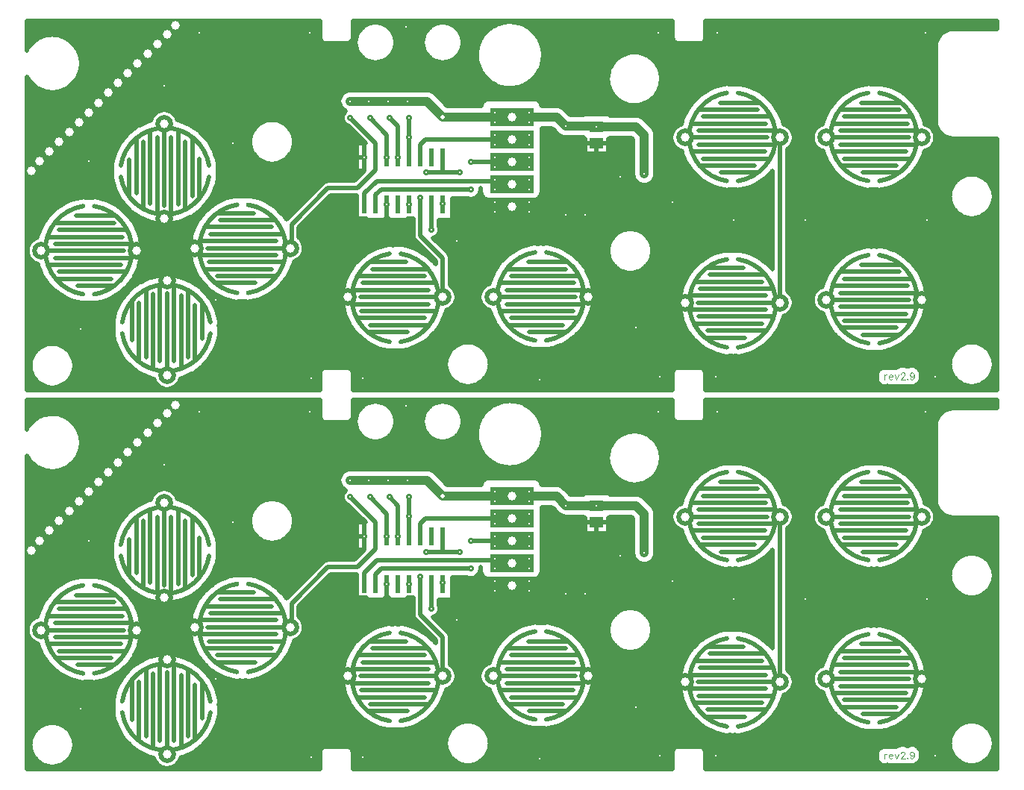
<source format=gtl>
G04 DipTrace 3.3.1.3*
G04 top_dendy_gamepad_Remastered_rev2.9_4021.gtl*
%MOMM*%
G04 #@! TF.FileFunction,Copper,L1,Top*
G04 #@! TF.Part,Single*
%ADD13C,0.5*%
%ADD14C,1.0*%
%ADD15C,0.3*%
G04 #@! TA.AperFunction,Nonconductor*
%ADD19C,0.11767*%
G04 #@! TA.AperFunction,ComponentPad*
%ADD21C,2.0*%
%ADD23R,1.5X1.3*%
G04 #@! TA.AperFunction,ComponentPad*
%ADD24C,1.5*%
%ADD25R,5.0X2.0*%
%ADD27R,0.6X2.0*%
G04 #@! TA.AperFunction,ViaPad*
%ADD29C,0.7*%
%FSLAX35Y35*%
G04*
G71*
G90*
G75*
G01*
G04 Top*
%LPD*%
X5175043Y4144100D2*
D13*
X5270877Y4048267D1*
Y3699033D1*
X4953290Y4143580D2*
X5143877Y3952993D1*
Y3699033D1*
X5143810D1*
X4730497Y4144100D2*
X5016877Y3857720D1*
Y3699033D1*
Y3556223D1*
X4810400Y3349747D1*
X4476990D1*
X4064197Y2936953D1*
Y2667050D1*
X4048207D1*
X5397877Y3699033D2*
Y3923807D1*
X5397837D1*
Y4143580D1*
X5778877Y3699033D2*
Y3524390D1*
X5969397D1*
X5588877D2*
X5778877D1*
X5651877Y3159033D2*
Y2873433D1*
X9605153Y3921307D2*
Y2047973D1*
X9605040Y2047860D1*
X5778763Y2111367D2*
Y2556027D1*
X5524877Y2809913D1*
Y3159033D1*
Y3238637D2*
Y3159033D1*
X5397877Y3159227D2*
Y3159033D1*
X6560450Y3647920D2*
X6096410D1*
Y3333870D2*
X5080303D1*
X5016877Y3270443D1*
Y3159033D1*
X6560450Y3901920D2*
X5584847D1*
X5524877Y3841950D1*
Y3699033D1*
X6560450Y3393920D2*
Y3429130D1*
X5032673D1*
X4889877Y3286333D1*
Y3159033D1*
X5778877Y4155920D2*
D14*
X6560450D1*
X5778877D2*
X5600697Y4334100D1*
X5381960D1*
X5159687D1*
X4937413D1*
X4731017D1*
X6560450Y4155920D2*
X7068423D1*
X7176023Y4048320D1*
X5778617Y3175103D2*
D13*
X5778877D1*
Y3159033D1*
X7525117Y4047607D2*
X7525310Y4047800D1*
X7176023Y4048320D2*
D14*
X7525310D1*
Y4047800D1*
X7970377D1*
X8065117Y3953060D1*
Y3508513D1*
D29*
X5175043Y4144100D3*
X5270877Y3699033D3*
X4953290Y4143580D3*
X5143810Y3699033D3*
X4730497Y4144100D3*
X5397837Y4143580D3*
X5397877Y3923807D3*
X5969397Y3524390D3*
X5588877D3*
X5651877Y2873433D3*
D3*
X5524877Y3238637D3*
X5397877Y3159227D3*
X6096410Y3647920D3*
Y3333870D3*
D14*
X5778877Y4155920D3*
D29*
X4731017Y4334100D3*
D14*
X5778877Y4155920D3*
D29*
X5159687Y4334100D3*
X5381960D3*
X7176023Y4048320D3*
X4937413Y4334100D3*
X5778617Y3175103D3*
X7525117Y4047607D3*
X8065117Y3508513D3*
X1666820Y1746203D3*
X1762080Y3651403D3*
X3397377Y3857800D3*
X3206857Y2079613D3*
X6366313Y4207087D3*
X5937643Y2746433D3*
X7969857Y1762080D3*
X7398297Y3048090D3*
X2619420Y4508743D3*
X9081223Y2984583D3*
X11272203D3*
X9890933D3*
X7176023Y3048090D3*
X8239760Y1206397D3*
X4873907Y1190520D3*
X11367463Y1206397D3*
X11256327Y5112057D3*
X3016337D3*
X8223883D3*
X6874367Y1174643D3*
X8890703Y5112057D3*
X4270593D3*
X5366083Y5175563D3*
X4889783Y3699033D3*
X4286470Y1190520D3*
X8874827Y1206397D3*
X7795213Y3476760D3*
X5143810Y3159227D3*
X8382650Y3190980D3*
X6763230Y4207087D3*
X6366313Y4095950D3*
X6763230D3*
X6366313Y3953060D3*
X6763230D3*
X6366313Y3841923D3*
X6763230D3*
X6366313Y3699033D3*
X6763230D3*
X6366313Y3587897D3*
X6763230D3*
X6366313Y3445007D3*
X6763230D3*
X6366313Y3333870D3*
X6763230D3*
X6366313Y3190980D3*
X6763230D3*
X6366313Y3079843D3*
X6763230D3*
X1063050Y5194930D2*
D13*
X4382240D1*
X4762293D2*
X4893933D1*
X5139637D2*
X5656097D1*
X5901707D2*
X6366850D1*
X6715093D2*
X8383180D1*
X8763230D2*
X12066563D1*
X1063050Y5145263D2*
X4382240D1*
X4762293D2*
X4836603D1*
X5196967D2*
X5598673D1*
X5959040D2*
X6291837D1*
X6790107D2*
X8383180D1*
X8763230D2*
X11505107D1*
X1063050Y5095597D2*
X4382240D1*
X4762293D2*
X4805523D1*
X5228140D2*
X5567593D1*
X5990210D2*
X6243257D1*
X6838687D2*
X8383180D1*
X8763230D2*
X11421890D1*
X1063050Y5045930D2*
X1180837D1*
X1517777D2*
X4382240D1*
X4762203D2*
X4789300D1*
X5244273D2*
X5551370D1*
X6006343D2*
X6209170D1*
X6872777D2*
X8383180D1*
X8763140D2*
X11387893D1*
X1063050Y4996263D2*
X1115393D1*
X1583217D2*
X4415237D1*
X4729207D2*
X4784833D1*
X5248740D2*
X5546903D1*
X6010810D2*
X6185290D1*
X6896747D2*
X8416173D1*
X8730147D2*
X11371303D1*
X1624690Y4946597D2*
X4791397D1*
X5242177D2*
X5553467D1*
X6004337D2*
X6169520D1*
X6912423D2*
X11367933D1*
X1652490Y4896930D2*
X4809990D1*
X5223583D2*
X5572060D1*
X5985653D2*
X6161043D1*
X6920990D2*
X11367933D1*
X1670170Y4847263D2*
X4844717D1*
X5188857D2*
X5606787D1*
X5951017D2*
X6159130D1*
X6922813D2*
X7793920D1*
X8114090D2*
X11367933D1*
X1679467Y4797597D2*
X4910797D1*
X5122777D2*
X5672957D1*
X5884847D2*
X6163870D1*
X6918167D2*
X7731487D1*
X8176527D2*
X11367933D1*
X1680927Y4747930D2*
X6175443D1*
X6906590D2*
X7692750D1*
X8215263D2*
X11367933D1*
X1674910Y4698263D2*
X6194493D1*
X6887450D2*
X7667777D1*
X8240147D2*
X11367933D1*
X1660693Y4648597D2*
X6222477D1*
X6859467D2*
X7653100D1*
X8254910D2*
X11367933D1*
X1637267Y4598930D2*
X6262123D1*
X6819910D2*
X7647177D1*
X8260837D2*
X11367933D1*
X1063050Y4549263D2*
X1096667D1*
X1601993D2*
X6319637D1*
X6762397D2*
X7649457D1*
X8258467D2*
X11367933D1*
X1063050Y4499597D2*
X1150210D1*
X1548400D2*
X6419077D1*
X6662957D2*
X7660210D1*
X8247710D2*
X8863427D1*
X9267267D2*
X10466957D1*
X10870797D2*
X11367933D1*
X1063050Y4449930D2*
X1249013D1*
X1449600D2*
X4673907D1*
X5657800D2*
X7680443D1*
X8227477D2*
X8760707D1*
X9369990D2*
X10364233D1*
X10973517D2*
X11367933D1*
X1063050Y4400263D2*
X4617580D1*
X5719143D2*
X7712527D1*
X8195483D2*
X8690340D1*
X9440353D2*
X10293870D1*
X11043883D2*
X11367933D1*
X1063050Y4350597D2*
X4600080D1*
X5768817D2*
X6256563D1*
X6857100D2*
X7762477D1*
X8145537D2*
X8635653D1*
X9495133D2*
X10239183D1*
X11098660D2*
X11367933D1*
X1063050Y4300930D2*
X4603453D1*
X5818490D2*
X6213087D1*
X6900573D2*
X7855537D1*
X8052383D2*
X8592087D1*
X9538700D2*
X10195613D1*
X11142230D2*
X11367933D1*
X1063050Y4251263D2*
X4629793D1*
X7157333D2*
X8555990D1*
X9574793D2*
X10159610D1*
X11178323D2*
X11367933D1*
X1063050Y4201597D2*
X2515120D1*
X2723727D2*
X4653673D1*
X7207373D2*
X8527827D1*
X9602957D2*
X10131357D1*
X11206577D2*
X11367933D1*
X1063050Y4151930D2*
X2474923D1*
X2763920D2*
X4633803D1*
X8048100D2*
X8505680D1*
X9625107D2*
X10109207D1*
X11228633D2*
X11367933D1*
X1063050Y4102263D2*
X2416227D1*
X2838570D2*
X3734833D1*
X3949090D2*
X4643557D1*
X8100510D2*
X8486540D1*
X9644247D2*
X10090067D1*
X11247867D2*
X11368570D1*
X1063050Y4052597D2*
X2311407D1*
X2943387D2*
X3661823D1*
X4022100D2*
X4701070D1*
X8150183D2*
X8434587D1*
X9696290D2*
X10038113D1*
X11299820D2*
X11375133D1*
X1063050Y4002930D2*
X2243050D1*
X3011747D2*
X3622540D1*
X4061383D2*
X4750743D1*
X6905860D2*
X7036773D1*
X8186917D2*
X8386550D1*
X9744233D2*
X9990080D1*
X11347853D2*
X11396823D1*
X1063050Y3953263D2*
X2189820D1*
X3064977D2*
X3599663D1*
X4084350D2*
X4800327D1*
X6905860D2*
X7086813D1*
X8197123D2*
X8366957D1*
X9763830D2*
X9970483D1*
X11367450D2*
X11442033D1*
X1063050Y3903597D2*
X2145613D1*
X3109090D2*
X3588453D1*
X4095563D2*
X4850003D1*
X6905860D2*
X7388323D1*
X7662280D2*
X7930003D1*
X8197123D2*
X8364677D1*
X9766110D2*
X9968207D1*
X11369730D2*
X12066563D1*
X1063050Y3853930D2*
X2110250D1*
X3144457D2*
X3587450D1*
X4096563D2*
X4797867D1*
X6905860D2*
X7388323D1*
X7662280D2*
X7933100D1*
X8197123D2*
X8378803D1*
X9751980D2*
X9982423D1*
X11355510D2*
X12066563D1*
X1063050Y3804263D2*
X2081903D1*
X3172893D2*
X3596473D1*
X4087450D2*
X4797867D1*
X6905860D2*
X7388323D1*
X7662280D2*
X7933100D1*
X8197123D2*
X8415990D1*
X9714793D2*
X10019520D1*
X11318323D2*
X12066563D1*
X1063050Y3754597D2*
X2059300D1*
X3195407D2*
X3616800D1*
X4067123D2*
X4797867D1*
X6905860D2*
X7388323D1*
X7662280D2*
X7933100D1*
X8197123D2*
X8486903D1*
X9692190D2*
X10090433D1*
X11247503D2*
X12066563D1*
X1063050Y3704930D2*
X2041800D1*
X3212907D2*
X3652073D1*
X4031850D2*
X4797867D1*
X6905860D2*
X7933100D1*
X8197123D2*
X8506407D1*
X9692190D2*
X10110027D1*
X11227907D2*
X12066563D1*
X1063050Y3655263D2*
X2028857D1*
X3225940D2*
X3714690D1*
X3969233D2*
X4797867D1*
X6905860D2*
X7933100D1*
X8197123D2*
X8528557D1*
X9692190D2*
X10132087D1*
X11205757D2*
X12066563D1*
X1063050Y3605597D2*
X2020380D1*
X3234417D2*
X4797867D1*
X6905860D2*
X7933100D1*
X8197123D2*
X8557267D1*
X9692190D2*
X10160797D1*
X11177137D2*
X12066563D1*
X1063050Y3555930D2*
X2023387D1*
X3231317D2*
X4797867D1*
X6905860D2*
X7933100D1*
X8197123D2*
X8593360D1*
X9692190D2*
X10196890D1*
X11141043D2*
X12066563D1*
X1063050Y3506263D2*
X2024663D1*
X3230040D2*
X4845990D1*
X6905860D2*
X7933100D1*
X8197123D2*
X8637567D1*
X9692190D2*
X10241097D1*
X11096837D2*
X12066563D1*
X1063050Y3456597D2*
X2022383D1*
X3232410D2*
X4796317D1*
X6905860D2*
X7944220D1*
X8186003D2*
X8692253D1*
X9438440D2*
X9518127D1*
X9692190D2*
X10295783D1*
X11041967D2*
X11627517D1*
X11933010D2*
X12066563D1*
X1063050Y3406930D2*
X2032593D1*
X3222110D2*
X4413230D1*
X6905860D2*
X7983870D1*
X8146357D2*
X8763713D1*
X9366890D2*
X9518127D1*
X9692190D2*
X10367333D1*
X10970510D2*
X11576747D1*
X11983870D2*
X12066563D1*
X1063050Y3357263D2*
X2047633D1*
X3207163D2*
X4363557D1*
X6905860D2*
X8868530D1*
X9262163D2*
X9518127D1*
X9692190D2*
X10472060D1*
X10865693D2*
X11547033D1*
X12013583D2*
X12066563D1*
X1063050Y3307597D2*
X2067230D1*
X3187477D2*
X4313883D1*
X6905860D2*
X9518127D1*
X9692190D2*
X11530627D1*
X12029897D2*
X12066563D1*
X1063050Y3257930D2*
X2092110D1*
X3162683D2*
X3414000D1*
X3603010D2*
X4264207D1*
X4506173D2*
X4797867D1*
X6183713D2*
X6219377D1*
X6894287D2*
X9518127D1*
X9692190D2*
X11524977D1*
X12035640D2*
X12066563D1*
X1063050Y3208263D2*
X1547333D1*
X1976787D2*
X2123100D1*
X3131693D2*
X3256957D1*
X3760053D2*
X4214533D1*
X4456500D2*
X4797867D1*
X5890860D2*
X9518127D1*
X9692190D2*
X11529260D1*
X12031357D2*
X12066563D1*
X1063050Y3158597D2*
X1448257D1*
X2075953D2*
X2161383D1*
X3093323D2*
X3171823D1*
X3845277D2*
X4164860D1*
X4406823D2*
X4797867D1*
X5894417D2*
X9518127D1*
X9692190D2*
X11544027D1*
X12016500D2*
X12066563D1*
X1063050Y3108930D2*
X1380900D1*
X2143310D2*
X2206957D1*
X3047840D2*
X3108933D1*
X3908167D2*
X4115183D1*
X4357150D2*
X4797867D1*
X5890860D2*
X9518127D1*
X9692190D2*
X11571643D1*
X11988973D2*
X12066563D1*
X1063050Y3059263D2*
X1326487D1*
X2197813D2*
X2268113D1*
X2986590D2*
X3056343D1*
X3960573D2*
X4065510D1*
X4307477D2*
X4797867D1*
X5890860D2*
X9518127D1*
X9692190D2*
X11618583D1*
X11941943D2*
X12066563D1*
X1063050Y3009597D2*
X1285017D1*
X2239287D2*
X2345587D1*
X2909117D2*
X3019793D1*
X4257800D2*
X4797867D1*
X5890860D2*
X9518127D1*
X9692190D2*
X11723490D1*
X11837123D2*
X12066563D1*
X1063050Y2959930D2*
X1248920D1*
X2275380D2*
X2479480D1*
X2775313D2*
X2984247D1*
X4208127D2*
X5437893D1*
X5738920D2*
X9518127D1*
X9692190D2*
X12066563D1*
X1063050Y2910263D2*
X1222217D1*
X2302087D2*
X2961460D1*
X4158453D2*
X5437893D1*
X5741200D2*
X9518127D1*
X9692190D2*
X12066563D1*
X1063050Y2860597D2*
X1200067D1*
X2324233D2*
X2939313D1*
X4151160D2*
X5437893D1*
X5747943D2*
X7792280D1*
X8020573D2*
X9518127D1*
X9692190D2*
X12066563D1*
X1063050Y2810930D2*
X1182110D1*
X2342190D2*
X2925093D1*
X4151160D2*
X5437893D1*
X5724430D2*
X7723010D1*
X8089753D2*
X9518127D1*
X9692190D2*
X12066563D1*
X1063050Y2761263D2*
X1123687D1*
X2352670D2*
X2914520D1*
X4178777D2*
X5453843D1*
X5694533D2*
X7685093D1*
X8127763D2*
X9518127D1*
X9692190D2*
X12066563D1*
X2363153Y2711597D2*
X2906133D1*
X4203753D2*
X5502240D1*
X5744117D2*
X6763973D1*
X7016513D2*
X7662943D1*
X8149820D2*
X9518127D1*
X9692190D2*
X12066563D1*
X2364430Y2661930D2*
X2906133D1*
X4210133D2*
X5009233D1*
X5468857D2*
X5551917D1*
X5793790D2*
X6625067D1*
X7155420D2*
X7652463D1*
X8160300D2*
X9518127D1*
X9692190D2*
X10479533D1*
X10858217D2*
X12066563D1*
X2364430Y2612263D2*
X2906133D1*
X4200380D2*
X4915810D1*
X5562373D2*
X5601590D1*
X5843467D2*
X6544130D1*
X7236357D2*
X7652100D1*
X8160667D2*
X8869717D1*
X9260980D2*
X9518127D1*
X9692190D2*
X10371527D1*
X10966227D2*
X12066563D1*
X2360693Y2562597D2*
X2913337D1*
X4170393D2*
X4850367D1*
X5865523D2*
X6482970D1*
X7297517D2*
X7661850D1*
X8150913D2*
X8764443D1*
X9366343D2*
X9518127D1*
X9692190D2*
X10298517D1*
X11039233D2*
X12066563D1*
X1063050Y2512930D2*
X1119040D1*
X2350120D2*
X2923907D1*
X4093010D2*
X4796133D1*
X5865797D2*
X6432933D1*
X7347647D2*
X7682997D1*
X8129767D2*
X8692710D1*
X9437983D2*
X9518127D1*
X9692190D2*
X10243647D1*
X11094193D2*
X12066563D1*
X1063050Y2463263D2*
X1184847D1*
X2339457D2*
X2936760D1*
X4080157D2*
X4757123D1*
X5865797D2*
X6396837D1*
X7383740D2*
X7719547D1*
X8093217D2*
X8637840D1*
X9492763D2*
X9518210D1*
X9692190D2*
X10198623D1*
X11139313D2*
X12066563D1*
X1063050Y2413597D2*
X1205537D1*
X2318767D2*
X2958907D1*
X4058010D2*
X4721030D1*
X5865797D2*
X6362567D1*
X7418010D2*
X7785170D1*
X8027593D2*
X8593453D1*
X9692190D2*
X10162527D1*
X11175407D2*
X12066563D1*
X1063050Y2363930D2*
X1227683D1*
X2296617D2*
X2981147D1*
X4035770D2*
X4696147D1*
X5865797D2*
X6340327D1*
X7440250D2*
X8557360D1*
X9692190D2*
X10133180D1*
X11204753D2*
X12066563D1*
X1063050Y2314263D2*
X1257853D1*
X2266447D2*
X2409753D1*
X2876670D2*
X3015693D1*
X4001227D2*
X4674090D1*
X5865797D2*
X6318270D1*
X7462307D2*
X8528647D1*
X9692190D2*
X10111030D1*
X11226903D2*
X12066563D1*
X1063050Y2264597D2*
X1293947D1*
X2230353D2*
X2313597D1*
X2972827D2*
X3051787D1*
X3965133D2*
X4657593D1*
X5865797D2*
X6305510D1*
X7475067D2*
X8506500D1*
X9692190D2*
X10090887D1*
X11246957D2*
X12066563D1*
X1063050Y2214930D2*
X1340067D1*
X2184143D2*
X2245237D1*
X3041187D2*
X3102280D1*
X3914730D2*
X4647020D1*
X5901800D2*
X6227580D1*
X7485640D2*
X8486813D1*
X9692190D2*
X10044587D1*
X11257527D2*
X12066563D1*
X1063050Y2165263D2*
X1395210D1*
X2128907D2*
X2195743D1*
X3090680D2*
X3163623D1*
X3853387D2*
X4637177D1*
X5931240D2*
X6198050D1*
X7492657D2*
X8476240D1*
X9714247D2*
X9992633D1*
X11268100D2*
X12066563D1*
X1063050Y2115597D2*
X1470040D1*
X2054077D2*
X2153270D1*
X3133153D2*
X3244923D1*
X3772087D2*
X4636720D1*
X5940717D2*
X6188570D1*
X7492657D2*
X8465757D1*
X9751707D2*
X9971397D1*
X11271290D2*
X12066563D1*
X1063050Y2065930D2*
X1582150D1*
X1941967D2*
X2119910D1*
X3166513D2*
X3386563D1*
X3630537D2*
X4636720D1*
X5934063D2*
X6195223D1*
X7492567D2*
X8462933D1*
X9766017D2*
X9967750D1*
X11271290D2*
X12066563D1*
X1063050Y2016263D2*
X2092477D1*
X3193947D2*
X4641917D1*
X5908727D2*
X6220653D1*
X7484090D2*
X8462933D1*
X9763830D2*
X9980510D1*
X11269467D2*
X12066563D1*
X1063050Y1966597D2*
X2070967D1*
X3215457D2*
X4652397D1*
X5844560D2*
X6284820D1*
X7473517D2*
X8465210D1*
X9744417D2*
X10015237D1*
X11258897D2*
X12066563D1*
X1063050Y1916930D2*
X2054560D1*
X3231863D2*
X4663700D1*
X5814390D2*
X6321550D1*
X7459027D2*
X8475783D1*
X9696657D2*
X10089520D1*
X11248323D2*
X12066563D1*
X1063050Y1867263D2*
X2042620D1*
X3243803D2*
X4685300D1*
X5792697D2*
X6343700D1*
X7436877D2*
X8486357D1*
X9644247D2*
X10108207D1*
X11229730D2*
X12066563D1*
X1063050Y1817597D2*
X2036513D1*
X3249910D2*
X4707450D1*
X5770640D2*
X6366670D1*
X7414000D2*
X8505407D1*
X9625197D2*
X10130263D1*
X11207580D2*
X12066563D1*
X1063050Y1767930D2*
X2038337D1*
X3248087D2*
X4739443D1*
X5738557D2*
X6402307D1*
X7378270D2*
X8527553D1*
X9603050D2*
X10157880D1*
X11180053D2*
X12066563D1*
X1063050Y1718263D2*
X2038063D1*
X3248360D2*
X4775537D1*
X5702553D2*
X6438947D1*
X7341630D2*
X8555627D1*
X9574977D2*
X10193973D1*
X11143960D2*
X12066563D1*
X1063050Y1668597D2*
X2040157D1*
X3246267D2*
X4823207D1*
X5654977D2*
X6491630D1*
X7288857D2*
X8591720D1*
X9538883D2*
X10236630D1*
X11101303D2*
X12066563D1*
X1063050Y1618930D2*
X2050913D1*
X3235510D2*
X4879990D1*
X5598010D2*
X6554793D1*
X7225693D2*
X8635107D1*
X9495407D2*
X10291133D1*
X11046617D2*
X12066563D1*
X1063050Y1569263D2*
X1260407D1*
X1438207D2*
X2066500D1*
X3219923D2*
X4958647D1*
X5519443D2*
X5940197D1*
X6189183D2*
X6640743D1*
X7139650D2*
X8689883D1*
X9440810D2*
X10360040D1*
X10977710D2*
X11655770D1*
X11904753D2*
X12066563D1*
X1063050Y1519597D2*
X1176917D1*
X1521603D2*
X2087280D1*
X3199143D2*
X5079690D1*
X5398400D2*
X5876213D1*
X6253167D2*
X6800067D1*
X6980420D2*
X8760067D1*
X9370627D2*
X10461030D1*
X10876720D2*
X11591787D1*
X11968740D2*
X12066563D1*
X1063050Y1469930D2*
X1134443D1*
X1564077D2*
X2113350D1*
X3172983D2*
X5840300D1*
X6289077D2*
X8862517D1*
X9268270D2*
X11555873D1*
X12004650D2*
X12066563D1*
X1063050Y1420263D2*
X1109467D1*
X1589050D2*
X2145707D1*
X3140717D2*
X5819610D1*
X6309767D2*
X11535183D1*
X12025340D2*
X12066563D1*
X1063050Y1370597D2*
X1096667D1*
X1601813D2*
X2185627D1*
X3100707D2*
X5810223D1*
X6319157D2*
X11525797D1*
X12034730D2*
X12066563D1*
X1063050Y1320930D2*
X1094297D1*
X1604273D2*
X2231837D1*
X3054587D2*
X5810953D1*
X6318427D2*
X10939090D1*
X11159730D2*
X11526527D1*
X12034000D2*
X12066563D1*
X1063050Y1271263D2*
X1101813D1*
X1596800D2*
X2297647D1*
X2988777D2*
X4385157D1*
X4759287D2*
X5821800D1*
X6307580D2*
X8386097D1*
X8760223D2*
X10711957D1*
X11203023D2*
X11537373D1*
X12023153D2*
X12066563D1*
X1063050Y1221597D2*
X1120313D1*
X1578297D2*
X2383687D1*
X2902737D2*
X4382240D1*
X4762293D2*
X5844403D1*
X6284977D2*
X8383180D1*
X8763230D2*
X10699833D1*
X11211683D2*
X11559977D1*
X12000550D2*
X12066563D1*
X1063050Y1171930D2*
X1153037D1*
X1545573D2*
X2497527D1*
X2804847D2*
X4382240D1*
X4762293D2*
X5883050D1*
X6246330D2*
X8383180D1*
X8763230D2*
X10700017D1*
X11205393D2*
X11598623D1*
X11961903D2*
X12066563D1*
X1063050Y1122263D2*
X1209820D1*
X1488790D2*
X2525237D1*
X2777137D2*
X4382240D1*
X4762293D2*
X5954233D1*
X6175147D2*
X8383180D1*
X8763230D2*
X10721800D1*
X11175133D2*
X11669807D1*
X11890717D2*
X12066563D1*
X1063050Y1072597D2*
X2599157D1*
X2703217D2*
X4382240D1*
X4762293D2*
X8383180D1*
X8763230D2*
X12066563D1*
X4204723Y2654733D2*
X4200870Y2630400D1*
X4193257Y2606970D1*
X4182070Y2585017D1*
X4167590Y2565087D1*
X4150170Y2547667D1*
X4130240Y2533187D1*
X4108287Y2522000D1*
X4088613Y2515447D1*
X4080630Y2478680D1*
X4075390Y2463887D1*
X4030617Y2363660D1*
X4022417Y2350280D1*
X3957783Y2261553D1*
X3946983Y2250170D1*
X3920750Y2225690D1*
X3911863Y2216787D1*
X3859023Y2172123D1*
X3819247Y2144970D1*
X3765623Y2114807D1*
X3709227Y2090213D1*
X3650630Y2071450D1*
X3592710Y2059147D1*
X3576830Y2057143D1*
X3560833Y2057650D1*
X3545113Y2060653D1*
X3541143Y2061910D1*
X3513690Y2059170D1*
X3498003Y2059580D1*
X3476157Y2061877D1*
X3464127Y2058843D1*
X3448220Y2057083D1*
X3432230Y2057833D1*
X3371923Y2070017D1*
X3313153Y2088230D1*
X3256527Y2112293D1*
X3202623Y2141953D1*
X3166197Y2166973D1*
X3153657Y2175200D1*
X3105153Y2216807D1*
X3091447Y2230790D1*
X3066133Y2253773D1*
X3055943Y2265707D1*
X2991530Y2354597D1*
X2984043Y2368387D1*
X2939520Y2468723D1*
X2935063Y2483770D1*
X2912373Y2591173D1*
X2911143Y2606817D1*
X2911280Y2716590D1*
X2913327Y2732147D1*
X2936283Y2839493D1*
X2941523Y2854287D1*
X2986297Y2954513D1*
X2994497Y2967893D1*
X3059130Y3056620D1*
X3069930Y3068003D1*
X3096290Y3092483D1*
X3106893Y3102897D1*
X3145680Y3136247D1*
X3197793Y3173203D1*
X3251417Y3203367D1*
X3307817Y3227960D1*
X3366410Y3246723D1*
X3424330Y3259027D1*
X3440210Y3261030D1*
X3456207Y3260523D1*
X3471930Y3257520D1*
X3475897Y3256263D1*
X3505840Y3259107D1*
X3545113Y3257520D1*
X3560833Y3260523D1*
X3576830Y3261030D1*
X3592710Y3259027D1*
X3650660Y3246713D1*
X3711363Y3227067D1*
X3767660Y3202267D1*
X3821163Y3171900D1*
X3863280Y3142953D1*
X3911887Y3101367D1*
X3926347Y3086590D1*
X3950780Y3064400D1*
X3960970Y3052467D1*
X4004207Y2992960D1*
X4423737Y3412100D1*
X4434143Y3419663D1*
X4445610Y3425507D1*
X4457847Y3429480D1*
X4470557Y3431493D1*
X4640323Y3431747D1*
X4776403D1*
X4886667Y3541980D1*
X4802877Y3542033D1*
Y3856033D1*
X4902610D1*
X4702060Y4056570D1*
X4688730Y4062127D1*
X4676420Y4069670D1*
X4665443Y4079047D1*
X4656067Y4090023D1*
X4648523Y4102333D1*
X4643000Y4115670D1*
X4639630Y4129707D1*
X4638497Y4144100D1*
X4639630Y4158493D1*
X4643000Y4172530D1*
X4648523Y4185867D1*
X4656067Y4198177D1*
X4665443Y4209153D1*
X4677193Y4219047D1*
X4664660Y4225813D1*
X4648537Y4237530D1*
X4634447Y4251620D1*
X4622730Y4267743D1*
X4613683Y4285500D1*
X4607527Y4304453D1*
X4604407Y4324137D1*
Y4344063D1*
X4607527Y4363747D1*
X4613683Y4382700D1*
X4622730Y4400457D1*
X4634447Y4416580D1*
X4648537Y4430670D1*
X4664660Y4442387D1*
X4682417Y4451433D1*
X4701370Y4457590D1*
X4721053Y4460710D1*
X4801017Y4461100D1*
X5610660Y4460710D1*
X5630343Y4457590D1*
X5649297Y4451433D1*
X5667053Y4442387D1*
X5683177Y4430670D1*
X5739997Y4374407D1*
X5831450Y4282950D1*
X6213733Y4282920D1*
X6217210Y4298403D1*
X6222617Y4311453D1*
X6233450Y4328920D1*
Y4332920D1*
X6237917D1*
X6249907Y4343403D1*
X6261947Y4350783D1*
X6274997Y4356190D1*
X6288727Y4359487D1*
X6302833Y4360593D1*
X6817920Y4360317D1*
X6831870Y4358107D1*
X6845300Y4353743D1*
X6857883Y4347330D1*
X6869310Y4339030D1*
X6874520Y4334213D1*
X6887450Y4332920D1*
X6887597Y4317617D1*
X6894010Y4305033D1*
X6898373Y4291603D1*
X6899757Y4284647D1*
X6910450Y4282920D1*
X7078387Y4282530D1*
X7098070Y4279410D1*
X7117023Y4273253D1*
X7134780Y4264207D1*
X7150903Y4252493D1*
X7207723Y4196227D1*
X7228670Y4175280D1*
X7373353Y4175320D1*
X7373310Y4189800D1*
X7677310D1*
Y4174760D1*
X7980340Y4174410D1*
X8000023Y4171290D1*
X8018977Y4165133D1*
X8036733Y4156087D1*
X8052857Y4144373D1*
X8109677Y4088107D1*
X8161690Y4035540D1*
X8173403Y4019417D1*
X8182450Y4001660D1*
X8188607Y3982707D1*
X8191727Y3963023D1*
X8192117Y3883060D1*
X8191727Y3498550D1*
X8188607Y3478867D1*
X8182450Y3459913D1*
X8173403Y3442157D1*
X8161690Y3426033D1*
X8147597Y3411940D1*
X8131473Y3400227D1*
X8113717Y3391180D1*
X8094763Y3385023D1*
X8075080Y3381903D1*
X8055153D1*
X8035470Y3385023D1*
X8016517Y3391180D1*
X7998760Y3400227D1*
X7982637Y3411940D1*
X7968543Y3426033D1*
X7956830Y3442157D1*
X7947783Y3459913D1*
X7941627Y3478867D1*
X7938507Y3498550D1*
X7938117Y3578513D1*
Y3900530D1*
X7917760Y3920810D1*
X7677343Y3920800D1*
X7677310Y3905800D1*
X7657350D1*
X7657310Y3735800D1*
X7393310D1*
Y3905787D1*
X7373310Y3905800D1*
Y3921387D1*
X7166060Y3921710D1*
X7146377Y3924830D1*
X7127423Y3930987D1*
X7109667Y3940033D1*
X7093543Y3951747D1*
X7036723Y4008013D1*
X7015777Y4028960D1*
X6900807Y4028920D1*
X6900583Y3295057D1*
X6898373Y3281107D1*
X6894010Y3267677D1*
X6887597Y3255093D1*
X6879297Y3243667D1*
X6869310Y3233680D1*
X6857883Y3225380D1*
X6845300Y3218967D1*
X6831870Y3214603D1*
X6817920Y3212393D1*
X6670860Y3212117D1*
X6295747Y3212393D1*
X6281797Y3214603D1*
X6268367Y3218967D1*
X6255783Y3225380D1*
X6244357Y3233680D1*
X6234370Y3243667D1*
X6226070Y3255093D1*
X6219657Y3267677D1*
X6215293Y3281107D1*
X6213083Y3295057D1*
X6212807Y3347050D1*
X6207623Y3347130D1*
X6208410Y3333870D1*
X6207030Y3316350D1*
X6202927Y3299260D1*
X6196203Y3283023D1*
X6187020Y3268037D1*
X6175607Y3254673D1*
X6162243Y3243260D1*
X6147257Y3234077D1*
X6131020Y3227353D1*
X6113930Y3223250D1*
X6096410Y3221870D1*
X6078890Y3223250D1*
X6061800Y3227353D1*
X6049743Y3231870D1*
X5885953D1*
X5885877Y3207427D1*
X5889237Y3192623D1*
X5890617Y3175103D1*
X5889237Y3157583D1*
X5885870Y3143107D1*
X5885877Y2982033D1*
X5733937D1*
X5733877Y2915217D1*
X5739373Y2901863D1*
X5742743Y2887827D1*
X5743877Y2873433D1*
X5742743Y2859040D1*
X5739373Y2845003D1*
X5733850Y2831667D1*
X5726307Y2819357D1*
X5716930Y2808380D1*
X5705953Y2799003D1*
X5693643Y2791460D1*
X5680307Y2785937D1*
X5667847Y2782880D1*
X5841117Y2609280D1*
X5848680Y2598870D1*
X5854520Y2587407D1*
X5858497Y2575170D1*
X5860510Y2562460D1*
X5860763Y2392693D1*
X5860797Y2245230D1*
X5880727Y2230750D1*
X5898147Y2213330D1*
X5912627Y2193400D1*
X5923813Y2171447D1*
X5931427Y2148017D1*
X5935280Y2123683D1*
Y2099050D1*
X5931427Y2074717D1*
X5923813Y2051287D1*
X5912627Y2029333D1*
X5898147Y2009403D1*
X5880727Y1991983D1*
X5860797Y1977503D1*
X5838843Y1966317D1*
X5819170Y1959763D1*
X5811187Y1922997D1*
X5805947Y1908203D1*
X5761173Y1807977D1*
X5752973Y1794597D1*
X5688340Y1705870D1*
X5677540Y1694487D1*
X5651307Y1670007D1*
X5640707Y1659593D1*
X5589580Y1616440D1*
X5549803Y1589287D1*
X5496180Y1559123D1*
X5439783Y1534530D1*
X5381187Y1515767D1*
X5323267Y1503463D1*
X5307387Y1501460D1*
X5291390Y1501967D1*
X5275670Y1504970D1*
X5271700Y1506227D1*
X5244247Y1503487D1*
X5228560Y1503897D1*
X5206713Y1506193D1*
X5194683Y1503160D1*
X5178777Y1501400D1*
X5162787Y1502150D1*
X5102480Y1514333D1*
X5043710Y1532547D1*
X4987083Y1556610D1*
X4933180Y1586270D1*
X4896753Y1611290D1*
X4884213Y1619517D1*
X4835710Y1661123D1*
X4822003Y1675107D1*
X4796690Y1698090D1*
X4786500Y1710023D1*
X4722087Y1798913D1*
X4714600Y1812703D1*
X4670077Y1913040D1*
X4665620Y1928087D1*
X4642930Y2035490D1*
X4641700Y2051133D1*
X4641837Y2160907D1*
X4643883Y2176463D1*
X4666840Y2283810D1*
X4672080Y2298603D1*
X4716853Y2398830D1*
X4725053Y2412210D1*
X4789687Y2500937D1*
X4800487Y2512320D1*
X4826847Y2536800D1*
X4837450Y2547213D1*
X4876237Y2580563D1*
X4928350Y2617520D1*
X4981973Y2647683D1*
X5038373Y2672277D1*
X5096967Y2691040D1*
X5154887Y2703343D1*
X5170767Y2705347D1*
X5186763Y2704840D1*
X5202487Y2701837D1*
X5206453Y2700580D1*
X5236397Y2703423D1*
X5275670Y2701837D1*
X5291390Y2704840D1*
X5307387Y2705343D1*
X5323267Y2703343D1*
X5383403Y2690370D1*
X5441920Y2671383D1*
X5498217Y2646583D1*
X5551720Y2616217D1*
X5593837Y2587270D1*
X5642443Y2545683D1*
X5656903Y2530907D1*
X5681337Y2508717D1*
X5691527Y2496783D1*
X5696723Y2489630D1*
X5696763Y2521980D1*
X5462523Y2756660D1*
X5454960Y2767070D1*
X5449120Y2778533D1*
X5445143Y2790770D1*
X5443130Y2803480D1*
X5442877Y2973247D1*
Y3001957D1*
X5377963Y3002033D1*
X5377877Y2982033D1*
X5163877D1*
Y3001993D1*
X5123890Y3002033D1*
X5123877Y2982033D1*
X4909877D1*
Y3001993D1*
X4802877Y3002033D1*
Y3267723D1*
X4510987Y3267747D1*
X4146147Y2902937D1*
X4146197Y2789753D1*
X4159223Y2778067D1*
X4175223Y2759333D1*
X4188093Y2738327D1*
X4197523Y2715567D1*
X4203273Y2691610D1*
X4205207Y2667050D1*
X4204723Y2654733D1*
X1185597Y2482673D2*
X1162307Y2490247D1*
X1140353Y2501433D1*
X1120423Y2515913D1*
X1103003Y2533333D1*
X1088523Y2553263D1*
X1077337Y2575217D1*
X1069723Y2598647D1*
X1065870Y2622980D1*
Y2647613D1*
X1069723Y2671947D1*
X1077337Y2695377D1*
X1088523Y2717330D1*
X1103003Y2737260D1*
X1120423Y2754680D1*
X1140353Y2769160D1*
X1162307Y2780347D1*
X1181980Y2786900D1*
X1189963Y2823667D1*
X1195203Y2838460D1*
X1239977Y2938687D1*
X1248177Y2952067D1*
X1312810Y3040793D1*
X1323610Y3052177D1*
X1349843Y3076657D1*
X1360443Y3087070D1*
X1411570Y3130223D1*
X1451347Y3157377D1*
X1504970Y3187540D1*
X1561367Y3212133D1*
X1619963Y3230897D1*
X1677883Y3243200D1*
X1693763Y3245203D1*
X1709760Y3244697D1*
X1725483Y3241693D1*
X1729450Y3240437D1*
X1756903Y3243177D1*
X1772590Y3242767D1*
X1794437Y3240470D1*
X1806467Y3243503D1*
X1822373Y3245263D1*
X1838363Y3244513D1*
X1898670Y3232330D1*
X1957440Y3214117D1*
X2014067Y3190053D1*
X2067970Y3160393D1*
X2104393Y3135373D1*
X2116937Y3127147D1*
X2165440Y3085540D1*
X2179147Y3071557D1*
X2204460Y3048573D1*
X2214650Y3036640D1*
X2279063Y2947750D1*
X2286550Y2933960D1*
X2331073Y2833623D1*
X2335530Y2818577D1*
X2358220Y2711173D1*
X2359450Y2695530D1*
X2359313Y2585757D1*
X2357267Y2570200D1*
X2333600Y2460333D1*
X2319580Y2426747D1*
X2284297Y2347833D1*
X2276097Y2334453D1*
X2211463Y2245727D1*
X2200663Y2234343D1*
X2174303Y2209863D1*
X2163700Y2199450D1*
X2124913Y2166100D1*
X2072800Y2129143D1*
X2019177Y2098980D1*
X1962777Y2074387D1*
X1904183Y2055623D1*
X1846263Y2043320D1*
X1830383Y2041317D1*
X1814387Y2041823D1*
X1798663Y2044827D1*
X1794697Y2046083D1*
X1767370Y2043343D1*
X1751683Y2043753D1*
X1729657Y2046070D1*
X1717680Y2043017D1*
X1701770Y2041257D1*
X1685783Y2042007D1*
X1625473Y2054190D1*
X1566707Y2072403D1*
X1510080Y2096467D1*
X1456173Y2126127D1*
X1418213Y2152107D1*
X1405257Y2161013D1*
X1352967Y2206570D1*
X1331940Y2226847D1*
X1314483Y2243713D1*
X1248200Y2334420D1*
X1241197Y2345517D1*
X1195220Y2448020D1*
X1190677Y2460333D1*
X1185617Y2482653D1*
X2803797Y1185597D2*
X2796223Y1162307D1*
X2785037Y1140353D1*
X2770557Y1120423D1*
X2753137Y1103003D1*
X2733207Y1088523D1*
X2711253Y1077337D1*
X2687823Y1069723D1*
X2663490Y1065870D1*
X2638857D1*
X2614523Y1069723D1*
X2591093Y1077337D1*
X2569140Y1088523D1*
X2549210Y1103003D1*
X2531790Y1120423D1*
X2517310Y1140353D1*
X2506123Y1162307D1*
X2499570Y1181980D1*
X2462803Y1189963D1*
X2448010Y1195203D1*
X2347783Y1239977D1*
X2334403Y1248177D1*
X2243663Y1314483D1*
X2218680Y1340950D1*
X2199400Y1360443D1*
X2156247Y1411573D1*
X2129093Y1451347D1*
X2098930Y1504970D1*
X2074337Y1561367D1*
X2055573Y1619963D1*
X2043270Y1677883D1*
X2041267Y1693763D1*
X2041773Y1709760D1*
X2044777Y1725480D1*
X2046033Y1729450D1*
X2043293Y1756903D1*
X2043703Y1772590D1*
X2046000Y1794437D1*
X2042967Y1806467D1*
X2041207Y1822373D1*
X2041957Y1838363D1*
X2054140Y1898670D1*
X2072353Y1957440D1*
X2096417Y2014067D1*
X2126077Y2067970D1*
X2151097Y2104397D1*
X2159323Y2116937D1*
X2200930Y2165440D1*
X2214913Y2179147D1*
X2237897Y2204460D1*
X2249830Y2214650D1*
X2338720Y2279063D1*
X2352510Y2286550D1*
X2452847Y2331073D1*
X2467893Y2335530D1*
X2575297Y2358220D1*
X2590940Y2359450D1*
X2700713Y2359313D1*
X2716270Y2357267D1*
X2823617Y2334310D1*
X2838410Y2329070D1*
X2938637Y2284297D1*
X2952017Y2276097D1*
X3040743Y2211463D1*
X3052127Y2200663D1*
X3076607Y2174303D1*
X3087020Y2163700D1*
X3120370Y2124913D1*
X3157327Y2072800D1*
X3187490Y2019177D1*
X3212083Y1962777D1*
X3230847Y1904183D1*
X3243150Y1846263D1*
X3245153Y1830383D1*
X3244647Y1814387D1*
X3241643Y1798663D1*
X3240387Y1794697D1*
X3243230Y1764753D1*
X3241643Y1725480D1*
X3244647Y1709760D1*
X3245153Y1693763D1*
X3243150Y1677883D1*
X3230177Y1617747D1*
X3211190Y1559230D1*
X3186390Y1502933D1*
X3156023Y1449430D1*
X3127077Y1407313D1*
X3085490Y1358707D1*
X3070713Y1344247D1*
X3048523Y1319813D1*
X3036590Y1309623D1*
X2947700Y1245210D1*
X2933910Y1237723D1*
X2833573Y1193200D1*
X2818527Y1188743D1*
X2803817Y1185617D1*
X2466797Y4116750D2*
X2474370Y4140040D1*
X2485557Y4161993D1*
X2500037Y4181923D1*
X2517457Y4199343D1*
X2537387Y4213823D1*
X2559340Y4225010D1*
X2582770Y4232623D1*
X2607103Y4236477D1*
X2631737D1*
X2656070Y4232623D1*
X2679500Y4225010D1*
X2701453Y4213823D1*
X2721383Y4199343D1*
X2738803Y4181923D1*
X2753283Y4161993D1*
X2764470Y4140040D1*
X2771023Y4120367D1*
X2807790Y4112383D1*
X2822583Y4107143D1*
X2922810Y4062370D1*
X2936190Y4054170D1*
X3024917Y3989537D1*
X3036300Y3978737D1*
X3060780Y3952503D1*
X3071193Y3941903D1*
X3114347Y3890777D1*
X3141500Y3851003D1*
X3170563Y3799413D1*
X3184343Y3768720D1*
X3198960Y3733440D1*
X3216950Y3674610D1*
X3228637Y3616563D1*
X3229387Y3600577D1*
X3227627Y3584667D1*
X3224560Y3572897D1*
X3227300Y3545443D1*
X3226890Y3529757D1*
X3224593Y3507910D1*
X3227627Y3495880D1*
X3229387Y3479973D1*
X3228637Y3463983D1*
X3216453Y3403677D1*
X3198240Y3344907D1*
X3174177Y3288280D1*
X3144517Y3234377D1*
X3119497Y3197950D1*
X3111270Y3185410D1*
X3069663Y3136907D1*
X3055680Y3123200D1*
X3030820Y3096060D1*
X3001887Y3073980D1*
X2931873Y3023283D1*
X2918083Y3015797D1*
X2817747Y2971273D1*
X2802700Y2966817D1*
X2695297Y2944127D1*
X2679653Y2942897D1*
X2569880Y2943033D1*
X2554323Y2945080D1*
X2446977Y2968037D1*
X2432183Y2973277D1*
X2331957Y3018050D1*
X2318577Y3026250D1*
X2229850Y3090883D1*
X2218467Y3101683D1*
X2193987Y3128043D1*
X2183573Y3138647D1*
X2150223Y3177433D1*
X2113267Y3229547D1*
X2083103Y3283170D1*
X2058510Y3339570D1*
X2039747Y3398163D1*
X2027443Y3456083D1*
X2025440Y3471963D1*
X2025947Y3487960D1*
X2028950Y3503683D1*
X2030207Y3507650D1*
X2027363Y3537593D1*
X2028950Y3576867D1*
X2025947Y3592587D1*
X2025440Y3608583D1*
X2027443Y3624463D1*
X2040417Y3684600D1*
X2059403Y3743117D1*
X2084203Y3799413D1*
X2113287Y3851027D1*
X2143517Y3895033D1*
X2185103Y3943640D1*
X2199880Y3958100D1*
X2222070Y3982533D1*
X2234003Y3992723D1*
X2322893Y4057137D1*
X2336683Y4064623D1*
X2437020Y4109147D1*
X2452067Y4113603D1*
X2466777Y4116730D1*
X6313760Y1958743D2*
X6290470Y1966317D1*
X6268517Y1977503D1*
X6248587Y1991983D1*
X6231167Y2009403D1*
X6216687Y2029333D1*
X6205500Y2051287D1*
X6197887Y2074717D1*
X6194033Y2099050D1*
Y2123683D1*
X6197887Y2148017D1*
X6205500Y2171447D1*
X6216687Y2193400D1*
X6231167Y2213330D1*
X6248587Y2230750D1*
X6268517Y2245230D1*
X6290470Y2256417D1*
X6310143Y2262970D1*
X6318127Y2299737D1*
X6323367Y2314530D1*
X6368140Y2414757D1*
X6376340Y2428137D1*
X6440973Y2516863D1*
X6451773Y2528247D1*
X6478007Y2552727D1*
X6488607Y2563140D1*
X6539737Y2606293D1*
X6579510Y2633447D1*
X6633133Y2663610D1*
X6689530Y2688203D1*
X6748127Y2706967D1*
X6806047Y2719270D1*
X6821927Y2721273D1*
X6837923Y2720767D1*
X6853643Y2717763D1*
X6857613Y2716507D1*
X6885067Y2719247D1*
X6900753Y2718837D1*
X6922600Y2716540D1*
X6934630Y2719573D1*
X6950537Y2721333D1*
X6966527Y2720583D1*
X7026833Y2708400D1*
X7083403Y2690907D1*
X7114510Y2678083D1*
X7149377Y2662510D1*
X7202877Y2632143D1*
X7245100Y2603217D1*
X7293603Y2561610D1*
X7307310Y2547627D1*
X7332623Y2524643D1*
X7342813Y2512710D1*
X7407227Y2423820D1*
X7414713Y2410030D1*
X7459237Y2309693D1*
X7463693Y2294647D1*
X7486383Y2187243D1*
X7487613Y2171600D1*
X7487477Y2061827D1*
X7485430Y2046270D1*
X7462473Y1938923D1*
X7457233Y1924130D1*
X7412460Y1823903D1*
X7404260Y1810523D1*
X7339627Y1721797D1*
X7328827Y1710413D1*
X7302467Y1685933D1*
X7291863Y1675520D1*
X7245100Y1635443D1*
X7200963Y1605213D1*
X7147340Y1575050D1*
X7090940Y1550457D1*
X7032347Y1531693D1*
X6974427Y1519390D1*
X6958547Y1517387D1*
X6942550Y1517893D1*
X6926827Y1520897D1*
X6922860Y1522153D1*
X6895533Y1519413D1*
X6879847Y1519823D1*
X6857820Y1522140D1*
X6845843Y1519087D1*
X6829933Y1517327D1*
X6813947Y1518077D1*
X6753637Y1530260D1*
X6694870Y1548473D1*
X6638243Y1572537D1*
X6584337Y1602197D1*
X6547317Y1627633D1*
X6535477Y1635463D1*
X6486870Y1677050D1*
X6472410Y1691827D1*
X6447977Y1714017D1*
X6437787Y1725950D1*
X6373373Y1814840D1*
X6365887Y1828630D1*
X6320457Y1931423D1*
X6318120Y1938953D1*
X9761557Y2035543D2*
X9757703Y2011210D1*
X9750090Y1987780D1*
X9738903Y1965827D1*
X9724423Y1945897D1*
X9707003Y1928477D1*
X9687073Y1913997D1*
X9665120Y1902810D1*
X9645447Y1896257D1*
X9637463Y1859490D1*
X9632223Y1844697D1*
X9587450Y1744470D1*
X9579250Y1731090D1*
X9514617Y1642363D1*
X9503817Y1630980D1*
X9477583Y1606500D1*
X9466983Y1596087D1*
X9415857Y1552933D1*
X9376083Y1525780D1*
X9322457Y1495617D1*
X9266060Y1471023D1*
X9207463Y1452260D1*
X9149543Y1439957D1*
X9133663Y1437953D1*
X9117667Y1438460D1*
X9101947Y1441463D1*
X9097977Y1442720D1*
X9070523Y1439980D1*
X9054837Y1440390D1*
X9032990Y1442687D1*
X9020960Y1439653D1*
X9005053Y1437893D1*
X8989063Y1438643D1*
X8928757Y1450827D1*
X8869987Y1469040D1*
X8813360Y1493103D1*
X8759457Y1522763D1*
X8723033Y1547783D1*
X8710490Y1556010D1*
X8661987Y1597617D1*
X8648280Y1611600D1*
X8622967Y1634583D1*
X8612777Y1646517D1*
X8548363Y1735407D1*
X8540877Y1749197D1*
X8496353Y1849533D1*
X8491897Y1864580D1*
X8468830Y1974573D1*
X8467977Y2010960D1*
X8468113Y2097400D1*
X8470160Y2112957D1*
X8493117Y2220303D1*
X8498357Y2235097D1*
X8543130Y2335323D1*
X8551330Y2348703D1*
X8615963Y2437430D1*
X8626763Y2448813D1*
X8653123Y2473293D1*
X8663727Y2483707D1*
X8702513Y2517057D1*
X8754627Y2554013D1*
X8808250Y2584177D1*
X8864650Y2608770D1*
X8923243Y2627533D1*
X8981163Y2639837D1*
X8997043Y2641840D1*
X9013040Y2641333D1*
X9028763Y2638330D1*
X9032730Y2637073D1*
X9060057Y2639813D1*
X9075743Y2639403D1*
X9097770Y2637087D1*
X9109747Y2640140D1*
X9125657Y2641900D1*
X9141643Y2641150D1*
X9201953Y2628967D1*
X9260720Y2610753D1*
X9317347Y2586690D1*
X9371253Y2557030D1*
X9408273Y2531593D1*
X9420113Y2523763D1*
X9468720Y2482177D1*
X9483180Y2467400D1*
X9507613Y2445210D1*
X9517803Y2433277D1*
X9523107Y2425977D1*
X9523153Y3543040D1*
X9509553Y3525833D1*
X9482457Y3501020D1*
X9466967Y3485460D1*
X9428180Y3452110D1*
X9376067Y3415153D1*
X9322443Y3384990D1*
X9266043Y3360397D1*
X9207450Y3341633D1*
X9149530Y3329330D1*
X9133650Y3327327D1*
X9117653Y3327833D1*
X9101930Y3330837D1*
X9097963Y3332093D1*
X9068020Y3329250D1*
X9028747Y3330837D1*
X9013027Y3327833D1*
X8997030Y3327327D1*
X8981150Y3329330D1*
X8921013Y3342303D1*
X8864607Y3360410D1*
X8806200Y3386090D1*
X8752697Y3416457D1*
X8710580Y3445403D1*
X8661973Y3486990D1*
X8647513Y3501767D1*
X8623080Y3523957D1*
X8612890Y3535890D1*
X8548477Y3624780D1*
X8540990Y3638570D1*
X8496467Y3738907D1*
X8492010Y3753953D1*
X8488883Y3768663D1*
X8465573Y3776257D1*
X8443620Y3787443D1*
X8423690Y3801923D1*
X8406270Y3819343D1*
X8391790Y3839273D1*
X8380603Y3861227D1*
X8372990Y3884657D1*
X8369137Y3908990D1*
Y3933623D1*
X8372990Y3957957D1*
X8380603Y3981387D1*
X8391790Y4003340D1*
X8406270Y4023270D1*
X8423690Y4040690D1*
X8443620Y4055170D1*
X8465573Y4066357D1*
X8485247Y4072910D1*
X8493230Y4109677D1*
X8498470Y4124470D1*
X8543243Y4224697D1*
X8551443Y4238077D1*
X8616077Y4326803D1*
X8626877Y4338187D1*
X8653110Y4362667D1*
X8663710Y4373080D1*
X8714837Y4416233D1*
X8754613Y4443387D1*
X8808237Y4473550D1*
X8864637Y4498143D1*
X8923230Y4516907D1*
X8981150Y4529210D1*
X8997030Y4531213D1*
X9013027Y4530707D1*
X9028747Y4527703D1*
X9032717Y4526447D1*
X9060170Y4529187D1*
X9075857Y4528777D1*
X9097703Y4526480D1*
X9109733Y4529513D1*
X9125640Y4531273D1*
X9141630Y4530523D1*
X9201937Y4518340D1*
X9260707Y4500127D1*
X9317333Y4476063D1*
X9371237Y4446403D1*
X9407663Y4421383D1*
X9420203Y4413157D1*
X9468707Y4371550D1*
X9482413Y4357567D1*
X9507727Y4334583D1*
X9517917Y4322650D1*
X9582330Y4233760D1*
X9589817Y4219970D1*
X9634340Y4119633D1*
X9638797Y4104587D1*
X9645487Y4073113D1*
X9665233Y4066357D1*
X9687187Y4055170D1*
X9707117Y4040690D1*
X9724537Y4023270D1*
X9739017Y4003340D1*
X9750203Y3981387D1*
X9757817Y3957957D1*
X9761670Y3933623D1*
Y3908990D1*
X9757817Y3884657D1*
X9750203Y3861227D1*
X9739017Y3839273D1*
X9724537Y3819343D1*
X9707117Y3801923D1*
X9687143Y3787420D1*
X9687153Y2181607D1*
X9707003Y2167243D1*
X9724423Y2149823D1*
X9738903Y2129893D1*
X9750090Y2107940D1*
X9757703Y2084510D1*
X9761557Y2060177D1*
Y2035543D1*
X10092407Y1926990D2*
X10069117Y1934563D1*
X10047163Y1945750D1*
X10027233Y1960230D1*
X10009813Y1977650D1*
X9995333Y1997580D1*
X9984147Y2019533D1*
X9976533Y2042963D1*
X9972680Y2067297D1*
Y2091930D1*
X9976533Y2116263D1*
X9984147Y2139693D1*
X9995333Y2161647D1*
X10009813Y2181577D1*
X10027233Y2198997D1*
X10047163Y2213477D1*
X10069117Y2224663D1*
X10088790Y2231217D1*
X10097483Y2270503D1*
X10111503Y2304090D1*
X10146787Y2383003D1*
X10154987Y2396383D1*
X10219620Y2485110D1*
X10230420Y2496493D1*
X10256653Y2520973D1*
X10267253Y2531387D1*
X10318383Y2574540D1*
X10358157Y2601693D1*
X10411780Y2631857D1*
X10468177Y2656450D1*
X10526773Y2675213D1*
X10584693Y2687517D1*
X10600573Y2689520D1*
X10616570Y2689013D1*
X10632290Y2686010D1*
X10636260Y2684753D1*
X10663713Y2687493D1*
X10679400Y2687083D1*
X10701247Y2684787D1*
X10713277Y2687820D1*
X10729183Y2689580D1*
X10745173Y2688830D1*
X10805480Y2676647D1*
X10864250Y2658433D1*
X10920877Y2634370D1*
X10974780Y2604710D1*
X11011207Y2579690D1*
X11023747Y2571463D1*
X11072250Y2529857D1*
X11085957Y2515873D1*
X11111270Y2492890D1*
X11121460Y2480957D1*
X11185873Y2392067D1*
X11193360Y2378277D1*
X11237883Y2277940D1*
X11242340Y2262893D1*
X11265030Y2155490D1*
X11266260Y2139847D1*
X11266123Y2030073D1*
X11264077Y2014517D1*
X11241120Y1907170D1*
X11235880Y1892377D1*
X11191107Y1792150D1*
X11182907Y1778770D1*
X11118273Y1690043D1*
X11107473Y1678660D1*
X11081113Y1654180D1*
X11070510Y1643767D1*
X11031723Y1610417D1*
X10979610Y1573460D1*
X10925987Y1543297D1*
X10871723Y1519597D1*
X10839793Y1508987D1*
X10803220Y1498010D1*
X10745173Y1486323D1*
X10729183Y1485573D1*
X10713277Y1487333D1*
X10701507Y1490400D1*
X10671563Y1487557D1*
X10632290Y1489143D1*
X10616570Y1486140D1*
X10600573Y1485633D1*
X10584693Y1487637D1*
X10524557Y1500610D1*
X10466040Y1519597D1*
X10409743Y1544397D1*
X10356240Y1574763D1*
X10314123Y1603710D1*
X10265517Y1645297D1*
X10251057Y1660073D1*
X10226623Y1682263D1*
X10216433Y1694197D1*
X10152020Y1783087D1*
X10144533Y1796877D1*
X10100010Y1897213D1*
X10095553Y1912260D1*
X10092427Y1926970D1*
X11365213Y3908990D2*
X11361360Y3884657D1*
X11353747Y3861227D1*
X11342560Y3839273D1*
X11328080Y3819343D1*
X11310660Y3801923D1*
X11290730Y3787443D1*
X11268777Y3776257D1*
X11245487Y3768683D1*
X11241120Y3748863D1*
X11235880Y3734070D1*
X11189887Y3631527D1*
X11169193Y3601587D1*
X11118273Y3531737D1*
X11107473Y3520353D1*
X11081113Y3495873D1*
X11070510Y3485460D1*
X11031723Y3452110D1*
X10979610Y3415153D1*
X10925987Y3384990D1*
X10869587Y3360397D1*
X10810993Y3341633D1*
X10753073Y3329330D1*
X10737193Y3327327D1*
X10721197Y3327833D1*
X10705473Y3330837D1*
X10701507Y3332093D1*
X10674180Y3329353D1*
X10658493Y3329763D1*
X10636467Y3332080D1*
X10624490Y3329027D1*
X10608580Y3327267D1*
X10592593Y3328017D1*
X10532283Y3340200D1*
X10473517Y3358413D1*
X10416890Y3382477D1*
X10362983Y3412137D1*
X10325963Y3437573D1*
X10314123Y3445403D1*
X10265517Y3486990D1*
X10251057Y3501767D1*
X10224797Y3525833D1*
X10202717Y3554767D1*
X10152020Y3624780D1*
X10144533Y3638570D1*
X10100010Y3738907D1*
X10095553Y3753953D1*
X10092427Y3768663D1*
X10069117Y3776257D1*
X10047163Y3787443D1*
X10027233Y3801923D1*
X10009813Y3819343D1*
X9995333Y3839273D1*
X9984147Y3861227D1*
X9976533Y3884657D1*
X9972680Y3908990D1*
Y3933623D1*
X9976533Y3957957D1*
X9984147Y3981387D1*
X9995333Y4003340D1*
X10009813Y4023270D1*
X10027233Y4040690D1*
X10047163Y4055170D1*
X10069117Y4066357D1*
X10088790Y4072910D1*
X10096773Y4109677D1*
X10102013Y4124470D1*
X10146787Y4224697D1*
X10154987Y4238077D1*
X10219620Y4326803D1*
X10230420Y4338187D1*
X10256653Y4362667D1*
X10267253Y4373080D1*
X10318383Y4416233D1*
X10358157Y4443387D1*
X10411780Y4473550D1*
X10468177Y4498143D1*
X10526773Y4516907D1*
X10584693Y4529210D1*
X10600573Y4531213D1*
X10616570Y4530707D1*
X10632290Y4527703D1*
X10636260Y4526447D1*
X10663713Y4529187D1*
X10679400Y4528777D1*
X10701247Y4526480D1*
X10713277Y4529513D1*
X10729183Y4531273D1*
X10745173Y4530523D1*
X10805480Y4518340D1*
X10864250Y4500127D1*
X10920877Y4476063D1*
X10974780Y4446403D1*
X11011203Y4421383D1*
X11023747Y4413157D1*
X11072250Y4371550D1*
X11085957Y4357567D1*
X11111270Y4334583D1*
X11121460Y4322650D1*
X11185873Y4233760D1*
X11193360Y4219970D1*
X11237883Y4119633D1*
X11242340Y4104587D1*
X11249030Y4073113D1*
X11268777Y4066357D1*
X11290730Y4055170D1*
X11310660Y4040690D1*
X11328080Y4023270D1*
X11342560Y4003340D1*
X11353747Y3981387D1*
X11361360Y3957957D1*
X11365213Y3933623D1*
Y3908990D1*
X12029817Y1329670D2*
X12027507Y1310150D1*
X12023673Y1290870D1*
X12018337Y1271953D1*
X12011533Y1253510D1*
X12003307Y1235660D1*
X11993700Y1218510D1*
X11982780Y1202167D1*
X11970610Y1186730D1*
X11957270Y1172297D1*
X11942837Y1158957D1*
X11927400Y1146787D1*
X11911057Y1135867D1*
X11893907Y1126260D1*
X11876057Y1118033D1*
X11857613Y1111230D1*
X11838697Y1105893D1*
X11819417Y1102060D1*
X11799897Y1099750D1*
X11780257Y1098977D1*
X11760617Y1099750D1*
X11741097Y1102060D1*
X11721817Y1105893D1*
X11702900Y1111230D1*
X11684457Y1118033D1*
X11666607Y1126260D1*
X11649457Y1135867D1*
X11633113Y1146787D1*
X11617677Y1158957D1*
X11603243Y1172297D1*
X11589903Y1186730D1*
X11577733Y1202167D1*
X11566813Y1218510D1*
X11557207Y1235660D1*
X11548980Y1253510D1*
X11542177Y1271953D1*
X11536840Y1290870D1*
X11533007Y1310150D1*
X11530697Y1329670D1*
X11529923Y1349310D1*
X11530697Y1368950D1*
X11533007Y1388470D1*
X11536840Y1407750D1*
X11542177Y1426667D1*
X11548980Y1445110D1*
X11557207Y1462960D1*
X11566813Y1480110D1*
X11577733Y1496453D1*
X11589903Y1511890D1*
X11603243Y1526323D1*
X11617677Y1539663D1*
X11633113Y1551833D1*
X11649457Y1562753D1*
X11666607Y1572360D1*
X11684457Y1580587D1*
X11702900Y1587390D1*
X11721817Y1592727D1*
X11741097Y1596560D1*
X11760617Y1598870D1*
X11780257Y1599643D1*
X11799897Y1598870D1*
X11819417Y1596560D1*
X11838697Y1592727D1*
X11857613Y1587390D1*
X11876057Y1580587D1*
X11893907Y1572360D1*
X11911057Y1562753D1*
X11927400Y1551833D1*
X11942837Y1539663D1*
X11957270Y1526323D1*
X11970610Y1511890D1*
X11982780Y1496453D1*
X11993700Y1480110D1*
X12003307Y1462960D1*
X12011533Y1445110D1*
X12018337Y1426667D1*
X12023673Y1407750D1*
X12027507Y1388470D1*
X12029817Y1368950D1*
X12030590Y1349310D1*
X12029817Y1329670D1*
X1675467Y4739427D2*
X1672977Y4716230D1*
X1668837Y4693273D1*
X1663070Y4670670D1*
X1655707Y4648533D1*
X1646787Y4626977D1*
X1636350Y4606113D1*
X1624453Y4586047D1*
X1611153Y4566880D1*
X1596523Y4548710D1*
X1580637Y4531627D1*
X1563570Y4515723D1*
X1545413Y4501077D1*
X1526260Y4487760D1*
X1506203Y4475843D1*
X1485350Y4465387D1*
X1463803Y4456443D1*
X1441677Y4449060D1*
X1419077Y4443270D1*
X1396123Y4439110D1*
X1372930Y4436593D1*
X1349617Y4435740D1*
X1326303Y4436550D1*
X1303107Y4439020D1*
X1280143Y4443137D1*
X1257533Y4448880D1*
X1235390Y4456223D1*
X1213827Y4465123D1*
X1192953Y4475540D1*
X1172873Y4487417D1*
X1153693Y4500697D1*
X1135510Y4515307D1*
X1118413Y4531180D1*
X1102490Y4548230D1*
X1087827Y4566373D1*
X1074490Y4585513D1*
X1058013Y4614597D1*
X1058003Y1058020D1*
X4387260D1*
X4387550Y1257967D1*
X4391300Y1275330D1*
X4395400Y1282710D1*
X4404940Y1295740D1*
X4420393Y1306343D1*
X4427737Y1309053D1*
X4444263Y1312027D1*
X4703187Y1311737D1*
X4720550Y1307987D1*
X4727930Y1303887D1*
X4740960Y1294347D1*
X4751563Y1278893D1*
X4754273Y1271550D1*
X4757247Y1255023D1*
X4757267Y1057993D1*
X8388217Y1058020D1*
X8388470Y1257967D1*
X8392220Y1275330D1*
X8396320Y1282710D1*
X8405860Y1295740D1*
X8421313Y1306343D1*
X8428657Y1309053D1*
X8446160Y1312047D1*
X8704107Y1311737D1*
X8721470Y1307987D1*
X8728850Y1303887D1*
X8741880Y1294350D1*
X8752483Y1278893D1*
X8755193Y1271550D1*
X8758167Y1255023D1*
X8758187Y1057993D1*
X12071587Y1058000D1*
X12071543Y3910930D1*
X11570540Y3911010D1*
X11522797Y3915240D1*
X11472110Y3934637D1*
X11428800Y3967343D1*
X11396277Y4010790D1*
X11377097Y4061560D1*
X11372970Y4110397D1*
X11373050Y4956610D1*
X11377277Y5004347D1*
X11396670Y5055040D1*
X11429377Y5098350D1*
X11472823Y5130873D1*
X11523593Y5150053D1*
X11572430Y5154180D1*
X12071530D1*
X12071547Y5244663D1*
X8758147Y5244597D1*
X8757707Y5043690D1*
X8753377Y5025470D1*
X8743150Y5009757D1*
X8737400Y5004443D1*
X8721473Y4994630D1*
X8703127Y4990743D1*
X8444200Y4990647D1*
X8424877Y4994630D1*
X8417497Y4998730D1*
X8404467Y5008270D1*
X8393863Y5023723D1*
X8391153Y5031067D1*
X8388180Y5047593D1*
X8388160Y5244623D1*
X4757210Y5244597D1*
X4756957Y5044650D1*
X4753207Y5027287D1*
X4749107Y5019907D1*
X4739567Y5006877D1*
X4724113Y4996273D1*
X4716770Y4993563D1*
X4700243Y4990590D1*
X4441320Y4990880D1*
X4423957Y4994630D1*
X4416577Y4998730D1*
X4403547Y5008270D1*
X4392943Y5023723D1*
X4390233Y5031067D1*
X4387240Y5048570D1*
Y5244623D1*
X1057983Y5244597D1*
X1058003Y4911303D1*
X1073807Y4938900D1*
X1087067Y4958093D1*
X1101660Y4976290D1*
X1117517Y4993403D1*
X1134550Y5009340D1*
X1152680Y5024023D1*
X1171807Y5037377D1*
X1191840Y5049333D1*
X1212673Y5059830D1*
X1234203Y5068813D1*
X1256317Y5076240D1*
X1278903Y5082073D1*
X1301850Y5086280D1*
X1325037Y5088840D1*
X1348350Y5089740D1*
X1371663Y5088973D1*
X1394867Y5086550D1*
X1417837Y5082477D1*
X1440457Y5076777D1*
X1462617Y5069480D1*
X1484197Y5060620D1*
X1505090Y5050243D1*
X1525190Y5038407D1*
X1544397Y5025163D1*
X1562610Y5010587D1*
X1579737Y4994747D1*
X1595693Y4977727D1*
X1610393Y4959613D1*
X1623763Y4940500D1*
X1635740Y4920477D1*
X1646257Y4899653D1*
X1655263Y4878133D1*
X1662710Y4856027D1*
X1668563Y4833447D1*
X1672793Y4810503D1*
X1675373Y4787320D1*
X1676300Y4762740D1*
X1675467Y4739427D1*
X1598847Y1313770D2*
X1596537Y1294250D1*
X1592703Y1274970D1*
X1587367Y1256053D1*
X1580563Y1237610D1*
X1572337Y1219760D1*
X1562730Y1202610D1*
X1551810Y1186267D1*
X1539640Y1170830D1*
X1526300Y1156397D1*
X1511867Y1143057D1*
X1496430Y1130887D1*
X1480087Y1119967D1*
X1462937Y1110360D1*
X1445087Y1102133D1*
X1426643Y1095330D1*
X1407727Y1089993D1*
X1388447Y1086160D1*
X1368927Y1083850D1*
X1349287Y1083077D1*
X1329647Y1083850D1*
X1310127Y1086160D1*
X1290847Y1089993D1*
X1271930Y1095330D1*
X1253487Y1102133D1*
X1235637Y1110360D1*
X1218487Y1119967D1*
X1202143Y1130887D1*
X1186707Y1143057D1*
X1172273Y1156397D1*
X1158933Y1170830D1*
X1146763Y1186267D1*
X1135843Y1202610D1*
X1126237Y1219760D1*
X1118010Y1237610D1*
X1111207Y1256053D1*
X1105870Y1274970D1*
X1102037Y1294250D1*
X1099727Y1313770D1*
X1098953Y1333410D1*
X1099727Y1353050D1*
X1102037Y1372570D1*
X1105870Y1391850D1*
X1111207Y1410767D1*
X1118010Y1429210D1*
X1126237Y1447060D1*
X1135843Y1464210D1*
X1146763Y1480553D1*
X1158933Y1495990D1*
X1172273Y1510423D1*
X1186707Y1523763D1*
X1202143Y1535933D1*
X1218487Y1546853D1*
X1235637Y1556460D1*
X1253487Y1564687D1*
X1271930Y1571490D1*
X1290847Y1576827D1*
X1310127Y1580660D1*
X1329647Y1582970D1*
X1349287Y1583743D1*
X1368927Y1582970D1*
X1388447Y1580660D1*
X1407727Y1576827D1*
X1426643Y1571490D1*
X1445087Y1564687D1*
X1462937Y1556460D1*
X1480087Y1546853D1*
X1496430Y1535933D1*
X1511867Y1523763D1*
X1526300Y1510423D1*
X1539640Y1495990D1*
X1551810Y1480553D1*
X1562730Y1464210D1*
X1572337Y1447060D1*
X1580563Y1429210D1*
X1587367Y1410767D1*
X1592703Y1391850D1*
X1596537Y1372570D1*
X1598847Y1353050D1*
X1599620Y1333410D1*
X1598847Y1313770D1*
X6314247Y1329670D2*
X6311937Y1310150D1*
X6308103Y1290870D1*
X6302767Y1271953D1*
X6295963Y1253510D1*
X6287737Y1235660D1*
X6278130Y1218510D1*
X6267210Y1202167D1*
X6255040Y1186730D1*
X6241700Y1172297D1*
X6227267Y1158957D1*
X6211830Y1146787D1*
X6195487Y1135867D1*
X6178337Y1126260D1*
X6160487Y1118033D1*
X6142043Y1111230D1*
X6123127Y1105893D1*
X6103847Y1102060D1*
X6084327Y1099750D1*
X6064687Y1098977D1*
X6045047Y1099750D1*
X6025527Y1102060D1*
X6006247Y1105893D1*
X5987330Y1111230D1*
X5968887Y1118033D1*
X5951037Y1126260D1*
X5933887Y1135867D1*
X5917543Y1146787D1*
X5902107Y1158957D1*
X5887673Y1172297D1*
X5874333Y1186730D1*
X5862163Y1202167D1*
X5851243Y1218510D1*
X5841637Y1235660D1*
X5833410Y1253510D1*
X5826607Y1271953D1*
X5821270Y1290870D1*
X5817437Y1310150D1*
X5815127Y1329670D1*
X5814353Y1349310D1*
X5815127Y1368950D1*
X5817437Y1388470D1*
X5821270Y1407750D1*
X5826607Y1426667D1*
X5833410Y1445110D1*
X5841637Y1462960D1*
X5851243Y1480110D1*
X5862163Y1496453D1*
X5874333Y1511890D1*
X5887673Y1526323D1*
X5902107Y1539663D1*
X5917543Y1551833D1*
X5933887Y1562753D1*
X5951037Y1572360D1*
X5968887Y1580587D1*
X5987330Y1587390D1*
X6006247Y1592727D1*
X6025527Y1596560D1*
X6045047Y1598870D1*
X6064687Y1599643D1*
X6084327Y1598870D1*
X6103847Y1596560D1*
X6123127Y1592727D1*
X6142043Y1587390D1*
X6160487Y1580587D1*
X6178337Y1572360D1*
X6195487Y1562753D1*
X6211830Y1551833D1*
X6227267Y1539663D1*
X6241700Y1526323D1*
X6255040Y1511890D1*
X6267210Y1496453D1*
X6278130Y1480110D1*
X6287737Y1462960D1*
X6295963Y1445110D1*
X6302767Y1426667D1*
X6308103Y1407750D1*
X6311937Y1388470D1*
X6314247Y1368950D1*
X6315020Y1349310D1*
X6314247Y1329670D1*
X6917277Y4834680D2*
X6915117Y4811453D1*
X6911520Y4788400D1*
X6906507Y4765617D1*
X6900093Y4743187D1*
X6892303Y4721197D1*
X6883167Y4699730D1*
X6872723Y4678867D1*
X6861010Y4658693D1*
X6848067Y4639280D1*
X6833953Y4620707D1*
X6818713Y4603040D1*
X6802413Y4586353D1*
X6785110Y4570703D1*
X6766873Y4556153D1*
X6747770Y4542760D1*
X6727877Y4530577D1*
X6707267Y4519643D1*
X6686020Y4510007D1*
X6664217Y4501703D1*
X6641943Y4494767D1*
X6619283Y4489217D1*
X6596323Y4485080D1*
X6573150Y4482373D1*
X6549857Y4481103D1*
X6526527Y4481277D1*
X6503253Y4482893D1*
X6480123Y4485947D1*
X6457230Y4490427D1*
X6434653Y4496310D1*
X6412487Y4503580D1*
X6390810Y4512207D1*
X6369710Y4522160D1*
X6349263Y4533397D1*
X6329553Y4545880D1*
X6310653Y4559553D1*
X6292637Y4574373D1*
X6275567Y4590280D1*
X6259517Y4607210D1*
X6244543Y4625100D1*
X6230707Y4643883D1*
X6218057Y4663483D1*
X6206643Y4683833D1*
X6196510Y4704847D1*
X6187697Y4726447D1*
X6180237Y4748553D1*
X6174157Y4771077D1*
X6169483Y4793933D1*
X6166233Y4817033D1*
X6164417Y4840293D1*
X6164043Y4863620D1*
X6165110Y4886923D1*
X6167620Y4910120D1*
X6171560Y4933113D1*
X6176913Y4955820D1*
X6183660Y4978153D1*
X6191777Y5000027D1*
X6201230Y5021353D1*
X6211983Y5042057D1*
X6223997Y5062057D1*
X6237227Y5081273D1*
X6251617Y5099633D1*
X6267117Y5117070D1*
X6283667Y5133513D1*
X6301200Y5148903D1*
X6319653Y5163180D1*
X6338953Y5176287D1*
X6359027Y5188173D1*
X6379797Y5198797D1*
X6401183Y5208113D1*
X6423107Y5216093D1*
X6445483Y5222700D1*
X6468223Y5227910D1*
X6491240Y5231703D1*
X6514450Y5234063D1*
X6537763Y5234987D1*
X6561087Y5234463D1*
X6584333Y5232500D1*
X6607413Y5229103D1*
X6630240Y5224287D1*
X6652727Y5218063D1*
X6674783Y5210463D1*
X6696327Y5201513D1*
X6717277Y5191250D1*
X6737553Y5179710D1*
X6757073Y5166937D1*
X6775770Y5152980D1*
X6793563Y5137893D1*
X6810393Y5121737D1*
X6826190Y5104567D1*
X6840893Y5086457D1*
X6854450Y5067470D1*
X6866807Y5047680D1*
X6877917Y5027163D1*
X6887733Y5006003D1*
X6896223Y4984273D1*
X6903353Y4962060D1*
X6909097Y4939447D1*
X6913430Y4916523D1*
X6916337Y4893377D1*
X6918000Y4858000D1*
X6917277Y4834680D1*
X5243087Y4983100D2*
X5240993Y4965400D1*
X5237513Y4947917D1*
X5232677Y4930763D1*
X5226507Y4914040D1*
X5219047Y4897853D1*
X5210337Y4882303D1*
X5200433Y4867483D1*
X5189400Y4853487D1*
X5177300Y4840397D1*
X5164210Y4828297D1*
X5150213Y4817263D1*
X5135393Y4807360D1*
X5119843Y4798650D1*
X5103657Y4791190D1*
X5086933Y4785020D1*
X5069780Y4780183D1*
X5052297Y4776703D1*
X5034597Y4774610D1*
X5016787Y4773910D1*
X4998977Y4774610D1*
X4981277Y4776703D1*
X4963793Y4780183D1*
X4946640Y4785020D1*
X4929917Y4791190D1*
X4913730Y4798650D1*
X4898180Y4807360D1*
X4883360Y4817263D1*
X4869363Y4828297D1*
X4856273Y4840397D1*
X4844173Y4853487D1*
X4833140Y4867483D1*
X4823237Y4882303D1*
X4814527Y4897853D1*
X4807067Y4914040D1*
X4800897Y4930763D1*
X4796060Y4947917D1*
X4792580Y4965400D1*
X4790487Y4983100D1*
X4789787Y5000910D1*
X4790487Y5018720D1*
X4792580Y5036420D1*
X4796060Y5053903D1*
X4800897Y5071057D1*
X4807067Y5087780D1*
X4814527Y5103967D1*
X4823237Y5119517D1*
X4833140Y5134337D1*
X4844173Y5148333D1*
X4856273Y5161423D1*
X4869363Y5173523D1*
X4883360Y5184557D1*
X4898180Y5194460D1*
X4913730Y5203170D1*
X4929917Y5210630D1*
X4946640Y5216800D1*
X4963793Y5221637D1*
X4981277Y5225117D1*
X4998977Y5227210D1*
X5016787Y5227910D1*
X5034597Y5227210D1*
X5052297Y5225117D1*
X5069780Y5221637D1*
X5086933Y5216800D1*
X5103657Y5210630D1*
X5119843Y5203170D1*
X5135393Y5194460D1*
X5150213Y5184557D1*
X5164210Y5173523D1*
X5177300Y5161423D1*
X5189400Y5148333D1*
X5200433Y5134337D1*
X5210337Y5119517D1*
X5219047Y5103967D1*
X5226507Y5087780D1*
X5232677Y5071057D1*
X5237513Y5053903D1*
X5240993Y5036420D1*
X5243087Y5018720D1*
X5243787Y5000910D1*
X5243087Y4983100D1*
X6005187D2*
X6003093Y4965400D1*
X5999613Y4947917D1*
X5994777Y4930763D1*
X5988607Y4914040D1*
X5981147Y4897853D1*
X5972437Y4882303D1*
X5962533Y4867483D1*
X5951500Y4853487D1*
X5939400Y4840397D1*
X5926310Y4828297D1*
X5912313Y4817263D1*
X5897493Y4807360D1*
X5881943Y4798650D1*
X5865757Y4791190D1*
X5849033Y4785020D1*
X5831880Y4780183D1*
X5814397Y4776703D1*
X5796697Y4774610D1*
X5778887Y4773910D1*
X5761077Y4774610D1*
X5743377Y4776703D1*
X5725893Y4780183D1*
X5708740Y4785020D1*
X5692017Y4791190D1*
X5675830Y4798650D1*
X5660280Y4807360D1*
X5645460Y4817263D1*
X5631463Y4828297D1*
X5618373Y4840397D1*
X5606273Y4853487D1*
X5595240Y4867483D1*
X5585337Y4882303D1*
X5576627Y4897853D1*
X5569167Y4914040D1*
X5562997Y4930763D1*
X5558160Y4947917D1*
X5554680Y4965400D1*
X5552587Y4983100D1*
X5551887Y5000910D1*
X5552587Y5018720D1*
X5554680Y5036420D1*
X5558160Y5053903D1*
X5562997Y5071057D1*
X5569167Y5087780D1*
X5576627Y5103967D1*
X5585337Y5119517D1*
X5595240Y5134337D1*
X5606273Y5148333D1*
X5618373Y5161423D1*
X5631463Y5173523D1*
X5645460Y5184557D1*
X5660280Y5194460D1*
X5675830Y5203170D1*
X5692017Y5210630D1*
X5708740Y5216800D1*
X5725893Y5221637D1*
X5743377Y5225117D1*
X5761077Y5227210D1*
X5778887Y5227910D1*
X5796697Y5227210D1*
X5814397Y5225117D1*
X5831880Y5221637D1*
X5849033Y5216800D1*
X5865757Y5210630D1*
X5881943Y5203170D1*
X5897493Y5194460D1*
X5912313Y5184557D1*
X5926310Y5173523D1*
X5939400Y5161423D1*
X5951500Y5148333D1*
X5962533Y5134337D1*
X5972437Y5119517D1*
X5981147Y5103967D1*
X5988607Y5087780D1*
X5994777Y5071057D1*
X5999613Y5053903D1*
X6003093Y5036420D1*
X6005187Y5018720D1*
X6005887Y5000910D1*
X6005187Y4983100D1*
X8155947Y2615670D2*
X8153637Y2596150D1*
X8149803Y2576870D1*
X8144467Y2557953D1*
X8137663Y2539510D1*
X8129437Y2521660D1*
X8119830Y2504510D1*
X8108910Y2488167D1*
X8096740Y2472730D1*
X8083400Y2458297D1*
X8068967Y2444957D1*
X8053530Y2432787D1*
X8037187Y2421867D1*
X8020037Y2412260D1*
X8002187Y2404033D1*
X7983743Y2397230D1*
X7964827Y2391893D1*
X7945547Y2388060D1*
X7926027Y2385750D1*
X7906387Y2384977D1*
X7886747Y2385750D1*
X7867227Y2388060D1*
X7847947Y2391893D1*
X7829030Y2397230D1*
X7810587Y2404033D1*
X7792737Y2412260D1*
X7775587Y2421867D1*
X7759243Y2432787D1*
X7743807Y2444957D1*
X7729373Y2458297D1*
X7716033Y2472730D1*
X7703863Y2488167D1*
X7692943Y2504510D1*
X7683337Y2521660D1*
X7675110Y2539510D1*
X7668307Y2557953D1*
X7662970Y2576870D1*
X7659137Y2596150D1*
X7656827Y2615670D1*
X7656053Y2635310D1*
X7656827Y2654950D1*
X7659137Y2674470D1*
X7662970Y2693750D1*
X7668307Y2712667D1*
X7675110Y2731110D1*
X7683337Y2748960D1*
X7692943Y2766110D1*
X7703863Y2782453D1*
X7716033Y2797890D1*
X7729373Y2812323D1*
X7743807Y2825663D1*
X7759243Y2837833D1*
X7775587Y2848753D1*
X7792737Y2858360D1*
X7810587Y2866587D1*
X7829030Y2873390D1*
X7847947Y2878727D1*
X7867227Y2882560D1*
X7886747Y2884870D1*
X7906387Y2885643D1*
X7926027Y2884870D1*
X7945547Y2882560D1*
X7964827Y2878727D1*
X7983743Y2873390D1*
X8002187Y2866587D1*
X8020037Y2858360D1*
X8037187Y2848753D1*
X8053530Y2837833D1*
X8068967Y2825663D1*
X8083400Y2812323D1*
X8096740Y2797890D1*
X8108910Y2782453D1*
X8119830Y2766110D1*
X8129437Y2748960D1*
X8137663Y2731110D1*
X8144467Y2712667D1*
X8149803Y2693750D1*
X8153637Y2674470D1*
X8155947Y2654950D1*
X8156720Y2635310D1*
X8155947Y2615670D1*
X4091547Y3854070D2*
X4089237Y3834550D1*
X4085403Y3815270D1*
X4080067Y3796353D1*
X4073263Y3777910D1*
X4065037Y3760060D1*
X4055430Y3742910D1*
X4044510Y3726567D1*
X4032340Y3711130D1*
X4019000Y3696697D1*
X4004567Y3683357D1*
X3989130Y3671187D1*
X3972787Y3660267D1*
X3955637Y3650660D1*
X3937787Y3642433D1*
X3919343Y3635630D1*
X3900427Y3630293D1*
X3881147Y3626460D1*
X3861627Y3624150D1*
X3841987Y3623377D1*
X3822347Y3624150D1*
X3802827Y3626460D1*
X3783547Y3630293D1*
X3764630Y3635630D1*
X3746187Y3642433D1*
X3728337Y3650660D1*
X3711187Y3660267D1*
X3694843Y3671187D1*
X3679407Y3683357D1*
X3664973Y3696697D1*
X3651633Y3711130D1*
X3639463Y3726567D1*
X3628543Y3742910D1*
X3618937Y3760060D1*
X3610710Y3777910D1*
X3603907Y3796353D1*
X3598570Y3815270D1*
X3594737Y3834550D1*
X3592427Y3854070D1*
X3591653Y3873710D1*
X3592427Y3893350D1*
X3594737Y3912870D1*
X3598570Y3932150D1*
X3603907Y3951067D1*
X3610710Y3969510D1*
X3618937Y3987360D1*
X3628543Y4004510D1*
X3639463Y4020853D1*
X3651633Y4036290D1*
X3664973Y4050723D1*
X3679407Y4064063D1*
X3694843Y4076233D1*
X3711187Y4087153D1*
X3728337Y4096760D1*
X3746187Y4104987D1*
X3764630Y4111790D1*
X3783547Y4117127D1*
X3802827Y4120960D1*
X3822347Y4123270D1*
X3841987Y4124043D1*
X3861627Y4123270D1*
X3881147Y4120960D1*
X3900427Y4117127D1*
X3919343Y4111790D1*
X3937787Y4104987D1*
X3955637Y4096760D1*
X3972787Y4087153D1*
X3989130Y4076233D1*
X4004567Y4064063D1*
X4019000Y4050723D1*
X4032340Y4036290D1*
X4044510Y4020853D1*
X4055430Y4004510D1*
X4065037Y3987360D1*
X4073263Y3969510D1*
X4080067Y3951067D1*
X4085403Y3932150D1*
X4089237Y3912870D1*
X4091547Y3893350D1*
X4092320Y3873710D1*
X4091547Y3854070D1*
X12029847Y3234870D2*
X12027537Y3215350D1*
X12023703Y3196070D1*
X12018367Y3177153D1*
X12011563Y3158710D1*
X12003337Y3140860D1*
X11993730Y3123710D1*
X11982810Y3107367D1*
X11970640Y3091930D1*
X11957300Y3077497D1*
X11942867Y3064157D1*
X11927430Y3051987D1*
X11911087Y3041067D1*
X11893937Y3031460D1*
X11876087Y3023233D1*
X11857643Y3016430D1*
X11838727Y3011093D1*
X11819447Y3007260D1*
X11799927Y3004950D1*
X11780287Y3004177D1*
X11760647Y3004950D1*
X11741127Y3007260D1*
X11721847Y3011093D1*
X11702930Y3016430D1*
X11684487Y3023233D1*
X11666637Y3031460D1*
X11649487Y3041067D1*
X11633143Y3051987D1*
X11617707Y3064157D1*
X11603273Y3077497D1*
X11589933Y3091930D1*
X11577763Y3107367D1*
X11566843Y3123710D1*
X11557237Y3140860D1*
X11549010Y3158710D1*
X11542207Y3177153D1*
X11536870Y3196070D1*
X11533037Y3215350D1*
X11530727Y3234870D1*
X11529953Y3254510D1*
X11530727Y3274150D1*
X11533037Y3293670D1*
X11536870Y3312950D1*
X11542207Y3331867D1*
X11549010Y3350310D1*
X11557237Y3368160D1*
X11566843Y3385310D1*
X11577763Y3401653D1*
X11589933Y3417090D1*
X11603273Y3431523D1*
X11617707Y3444863D1*
X11633143Y3457033D1*
X11649487Y3467953D1*
X11666637Y3477560D1*
X11684487Y3485787D1*
X11702930Y3492590D1*
X11721847Y3497927D1*
X11741127Y3501760D1*
X11760647Y3504070D1*
X11780287Y3504843D1*
X11799927Y3504070D1*
X11819447Y3501760D1*
X11838727Y3497927D1*
X11857643Y3492590D1*
X11876087Y3485787D1*
X11893937Y3477560D1*
X11911087Y3467953D1*
X11927430Y3457033D1*
X11942867Y3444863D1*
X11957300Y3431523D1*
X11970640Y3417090D1*
X11982810Y3401653D1*
X11993730Y3385310D1*
X12003337Y3368160D1*
X12011563Y3350310D1*
X12018367Y3331867D1*
X12023703Y3312950D1*
X12027537Y3293670D1*
X12029847Y3274150D1*
X12030620Y3254510D1*
X12029847Y3234870D1*
X8255087Y4564800D2*
X8252387Y4541630D1*
X8247910Y4518737D1*
X8241680Y4496257D1*
X8233730Y4474323D1*
X8224113Y4453070D1*
X8212883Y4432623D1*
X8200110Y4413103D1*
X8185870Y4394630D1*
X8170243Y4377310D1*
X8153327Y4361247D1*
X8135220Y4346537D1*
X8116033Y4333267D1*
X8095880Y4321520D1*
X8074880Y4311363D1*
X8053160Y4302857D1*
X8030847Y4296053D1*
X8008073Y4290993D1*
X7984980Y4287703D1*
X7961700Y4286210D1*
X7938373Y4286513D1*
X7915143Y4288620D1*
X7892140Y4292510D1*
X7869510Y4298167D1*
X7847383Y4305550D1*
X7825890Y4314623D1*
X7805163Y4325327D1*
X7785323Y4337597D1*
X7766490Y4351363D1*
X7748777Y4366540D1*
X7732287Y4383040D1*
X7717120Y4400763D1*
X7703367Y4419607D1*
X7691107Y4439453D1*
X7680417Y4460187D1*
X7671360Y4481683D1*
X7663990Y4503817D1*
X7658347Y4526453D1*
X7654470Y4549457D1*
X7652380Y4572690D1*
X7652090Y4596013D1*
X7653600Y4619293D1*
X7656903Y4642387D1*
X7661980Y4665153D1*
X7668797Y4687463D1*
X7677317Y4709180D1*
X7687487Y4730173D1*
X7699247Y4750320D1*
X7712527Y4769497D1*
X7727250Y4787593D1*
X7743323Y4804500D1*
X7760653Y4820113D1*
X7779137Y4834347D1*
X7798663Y4847107D1*
X7819120Y4858323D1*
X7840377Y4867927D1*
X7862313Y4875860D1*
X7884800Y4882077D1*
X7907697Y4886540D1*
X7930867Y4889223D1*
X7954180Y4890110D1*
X7977487Y4889193D1*
X8000657Y4886483D1*
X8023547Y4881990D1*
X8046023Y4875743D1*
X8067950Y4867780D1*
X8089197Y4858150D1*
X8109637Y4846910D1*
X8129150Y4834123D1*
X8147613Y4819870D1*
X8164927Y4804233D1*
X8180977Y4787307D1*
X8195677Y4769190D1*
X8208933Y4749997D1*
X8220667Y4729833D1*
X8230810Y4708827D1*
X8239303Y4687100D1*
X8246090Y4664783D1*
X8251137Y4642007D1*
X8254413Y4618910D1*
X8255987Y4588110D1*
X8255087Y4564800D1*
X10821167Y1105030D2*
X10810723Y1100767D1*
X10798383Y1097803D1*
X10785730Y1096807D1*
X10773077Y1097803D1*
X10760737Y1100767D1*
X10749010Y1105623D1*
X10738187Y1112253D1*
X10728537Y1120497D1*
X10720293Y1130147D1*
X10713663Y1140970D1*
X10708807Y1152697D1*
X10705843Y1165037D1*
X10704847Y1177690D1*
X10705097Y1235080D1*
X10707080Y1247617D1*
X10711003Y1259687D1*
X10716767Y1270993D1*
X10724227Y1281263D1*
X10733200Y1290237D1*
X10743470Y1297697D1*
X10754777Y1303460D1*
X10766847Y1307383D1*
X10779383Y1309367D1*
X10794613Y1309067D1*
X10814960Y1309617D1*
X10827613Y1308620D1*
X10835727Y1306850D1*
X10850990Y1309417D1*
X10873980Y1309367D1*
X10886540Y1307377D1*
X10898373Y1309280D1*
X10911063Y1309440D1*
X10925997Y1306977D1*
X10937183Y1316560D1*
X10952483Y1325233D1*
X10966263Y1331097D1*
X10978603Y1334060D1*
X10994170Y1335057D1*
X11011580Y1334853D1*
X11024130Y1332960D1*
X11036230Y1329127D1*
X11049817Y1322607D1*
X11052250Y1322420D1*
X11068330Y1328787D1*
X11081427Y1332823D1*
X11093963Y1334807D1*
X11110710Y1334773D1*
X11123237Y1332720D1*
X11145817Y1325283D1*
X11157127Y1319523D1*
X11167397Y1312067D1*
X11182930Y1296647D1*
X11190527Y1286477D1*
X11196437Y1275247D1*
X11201260Y1260313D1*
X11205717Y1241387D1*
X11206713Y1225077D1*
X11206110Y1200590D1*
X11200070Y1170653D1*
X11195730Y1158727D1*
X11186680Y1143243D1*
X11176667Y1129117D1*
X11167740Y1120093D1*
X11157513Y1112577D1*
X11146237Y1106753D1*
X11122813Y1099040D1*
X11110277Y1097057D1*
X11089907Y1097090D1*
X11077357Y1099150D1*
X11056603Y1096990D1*
X11043910Y1097133D1*
X11036677Y1097803D1*
X11024023Y1096807D1*
X10966633Y1097057D1*
X10954073Y1099047D1*
X10939390Y1097667D1*
X10926727Y1096813D1*
X10914087Y1097950D1*
X10901753Y1101060D1*
X10892627Y1100763D1*
X10880287Y1097803D1*
X10863253Y1096807D1*
X10844030Y1097803D1*
X10831690Y1100763D1*
X10825707Y1102973D1*
X3151577Y3141333D2*
X3166190Y3151200D1*
X2119017Y2161013D2*
X2104403Y2151147D1*
X3125457Y2119017D2*
X3135323Y2104403D1*
X2145137Y3183330D2*
X2135270Y3197943D1*
X4882133Y2585650D2*
X4896747Y2595517D1*
X8708410Y2522143D2*
X8723023Y2532010D1*
X11025827Y1605330D2*
X11011213Y1595463D1*
X9422283Y3447023D2*
X9407670Y3437157D1*
X11025827Y3447023D2*
X11011213Y3437160D1*
X4701987Y4056633D2*
X4688730Y4062127D1*
X4676420Y4069670D1*
X4665443Y4079047D1*
X4656067Y4090023D1*
X4648523Y4102333D1*
X4643000Y4115670D1*
X4639630Y4129707D1*
X4638497Y4144100D1*
X4639630Y4158493D1*
X4643000Y4172530D1*
X4648523Y4185867D1*
X4656067Y4198177D1*
X4665443Y4209153D1*
X4677193Y4219047D1*
X5733883Y2915123D2*
X5739373Y2901863D1*
X5742743Y2887827D1*
X5743877Y2873433D1*
X5742743Y2859040D1*
X5739373Y2845003D1*
X5733850Y2831667D1*
X5726307Y2819357D1*
X5716930Y2808380D1*
X5705953Y2799003D1*
X5693643Y2791460D1*
X5680307Y2785937D1*
X5667847Y2782880D1*
X5680307Y2785937D1*
X5693643Y2791460D1*
X5705953Y2799003D1*
X5716930Y2808380D1*
X5726307Y2819357D1*
X5733850Y2831667D1*
X5739373Y2845003D1*
X5742743Y2859040D1*
X5743877Y2873433D1*
X5742743Y2887827D1*
X5739373Y2901863D1*
X5733883Y2915123D1*
X5739373Y2901863D1*
X5742743Y2887827D1*
X5743877Y2873433D1*
X5742743Y2859040D1*
X5739373Y2845003D1*
X5733850Y2831667D1*
X5726307Y2819357D1*
X5716930Y2808380D1*
X5705953Y2799003D1*
X5693643Y2791460D1*
X5680307Y2785937D1*
X5667847Y2782880D1*
X7525310Y3857800D2*
Y3735890D1*
X7393400Y3857800D2*
X7657220D1*
X4889877Y3855940D2*
Y3542123D1*
X4802970Y3699033D2*
X4889877D1*
X5143877Y3159033D2*
Y3002123D1*
D21*
X2968707Y2667050D3*
X4048207D3*
X2301887Y2635297D3*
X1222387D3*
X2651173Y2301887D3*
Y1222387D3*
X2619420Y3000460D3*
Y4079960D3*
X7430050Y2111367D3*
X6350550D3*
X4699263D3*
X5778763D3*
X8525540Y2047860D3*
X9605040D3*
X11208697Y2079613D3*
X10129197D3*
X9605153Y3921307D3*
X8525653D3*
X11208697D3*
X10129197D3*
D23*
X7525310Y3857800D3*
Y4047800D3*
D24*
X1206397Y3651403D3*
X1428670Y3873677D3*
X1539807Y3984813D3*
X1984353Y4429360D3*
X1762080Y4207087D3*
X1873217Y4318223D3*
X2095490Y4540497D3*
X2206627Y4651633D3*
X2317763Y4762770D3*
X1650943Y4095950D3*
X2428900Y4873907D3*
X2540037Y4985043D3*
X1111137Y3540267D3*
X2651173Y5096180D3*
X2746433Y5191440D3*
D25*
X6560450Y4155920D3*
Y3901920D3*
Y3647920D3*
Y3393920D3*
Y3139813D3*
D24*
X1317533Y3762540D3*
D27*
X5778877Y3699033D3*
X5651877D3*
X5524877D3*
X5397877D3*
X5270877D3*
X5143877D3*
X5016877D3*
X4889877D3*
Y3159033D3*
X5016877D3*
X5143877D3*
X5270877D3*
X5397877D3*
X5524877D3*
X5651877D3*
X5778877D3*
X10785730Y1228733D2*
D19*
Y1177690D1*
Y1206837D2*
X10789437Y1217787D1*
X10796680Y1225113D1*
X10804010Y1228733D1*
X10814960D1*
X10838490Y1206837D2*
X10882203D1*
Y1214163D1*
X10878583Y1221490D1*
X10874960Y1225113D1*
X10867633Y1228733D1*
X10856683D1*
X10849440Y1225113D1*
X10842110Y1217787D1*
X10838490Y1206837D1*
Y1199590D1*
X10842110Y1188640D1*
X10849440Y1181397D1*
X10856683Y1177690D1*
X10867633D1*
X10874960Y1181397D1*
X10882203Y1188640D1*
X10905733Y1228733D2*
X10927633Y1177690D1*
X10949450Y1228733D1*
X10976683Y1235980D2*
Y1239600D1*
X10980307Y1246930D1*
X10983927Y1250550D1*
X10991257Y1254173D1*
X11005830D1*
X11013073Y1250550D1*
X11016693Y1246930D1*
X11020400Y1239600D1*
Y1232357D1*
X11016693Y1225030D1*
X11009450Y1214163D1*
X10972980Y1177690D1*
X11024023D1*
X11051173Y1185020D2*
X11047550Y1181313D1*
X11051173Y1177690D1*
X11054880Y1181313D1*
X11051173Y1185020D1*
X11125830Y1228733D2*
X11122127Y1217787D1*
X11114880Y1210457D1*
X11103930Y1206837D1*
X11100310D1*
X11089360Y1210457D1*
X11082117Y1217787D1*
X11078410Y1228733D1*
Y1232357D1*
X11082117Y1243307D1*
X11089360Y1250550D1*
X11100310Y1254173D1*
X11103930D1*
X11114880Y1250550D1*
X11122127Y1243307D1*
X11125830Y1228733D1*
Y1210457D1*
X11122127Y1192263D1*
X11114880Y1181313D1*
X11103930Y1177690D1*
X11096687D1*
X11085737Y1181313D1*
X11082117Y1188640D1*
X3968821Y2508317D2*
D13*
X3127550D1*
X3873626Y2984614D2*
X3254476Y2984498D1*
X3032227Y2746350D2*
X3889492D1*
X3111684Y2666967D2*
X3984815D1*
X3206879Y2270169D2*
X3651377D1*
X3968821Y2825733D2*
X3143415D1*
X3572048Y3159141D2*
G02X3572048Y2159033I-77299J-500054D01*
G01*
X3889492Y2349552D2*
X3222744D1*
X3889492Y2587700D2*
X3032227D1*
X3079824Y2428934D2*
X3841894D1*
X3444993Y2159033D2*
G02X3444993Y3159141I77299J500054D01*
G01*
X3079824Y2905115D2*
X3841894D1*
X3222744Y3063881D2*
X3635511D1*
X1301773Y2794029D2*
X2143044D1*
X1396967Y2317732D2*
X2016117Y2317848D1*
X2238367Y2555997D2*
X1381102D1*
X2158910Y2635380D2*
X1285779D1*
X2063715Y3032178D2*
X1619217D1*
X1301773Y2476614D2*
X2127178D1*
X1698546Y2143206D2*
G02X1698546Y3143314I77299J500054D01*
G01*
X1381102Y2952795D2*
X2047849D1*
X1381102Y2714647D2*
X2238367D1*
X2190769Y2873412D2*
X1428699D1*
X1825600Y3143314D2*
G02X1825600Y2143206I-77299J-500054D01*
G01*
X2190769Y2397231D2*
X1428699D1*
X2047849Y2238466D2*
X1635082D1*
X2492441Y1301773D2*
Y2143044D1*
X2968738Y1396967D2*
X2968622Y2016117D1*
X2730473Y2238367D2*
Y1381102D1*
X2651090Y2158910D2*
Y1285779D1*
X2254292Y2063715D2*
Y1619217D1*
X2809856Y1301773D2*
Y2127178D1*
X3143264Y1698546D2*
G02X2143156Y1698546I-500054J77299D01*
G01*
X2333675Y1381102D2*
Y2047849D1*
X2571823Y1381102D2*
Y2238367D1*
X2413058Y2190769D2*
Y1428699D1*
X2143156Y1825600D2*
G02X3143264Y1825600I500054J-77299D01*
G01*
X2889239Y2190769D2*
Y1428699D1*
X3048004Y2047849D2*
Y1635082D1*
X2778153Y4000574D2*
Y3159303D1*
X2301856Y3905379D2*
X2301972Y3286229D1*
X2540120Y3063980D2*
Y3921245D1*
X2619503Y3143437D2*
Y4016568D1*
X3016301Y3238632D2*
Y3683130D1*
X2460737Y4000574D2*
Y3175169D1*
X2127329Y3603801D2*
G02X3127437Y3603801I500054J-77299D01*
G01*
X2936918Y3921245D2*
Y3254498D1*
X2698770Y3921245D2*
Y3063980D1*
X2857536Y3111577D2*
Y3873648D1*
X3127437Y3476747D2*
G02X2127329Y3476747I-500054J77299D01*
G01*
X2381355Y3111577D2*
Y3873648D1*
X2222589Y3254498D2*
Y3667264D1*
X6429936Y2270099D2*
X7271207D1*
X6525131Y1793802D2*
X7144281Y1793918D1*
X7366530Y2032067D2*
X6509265D1*
X7287073Y2111450D2*
X6413942D1*
X7191878Y2508248D2*
X6747380D1*
X6429936Y1952684D2*
X7255341D1*
X6826709Y1619276D2*
G02X6826709Y2619384I77299J500054D01*
G01*
X6509265Y2428865D2*
X7176012D1*
X6509265Y2190717D2*
X7366530D1*
X7318933Y2349482D2*
X6556862D1*
X6953763Y2619384D2*
G02X6953763Y1619276I-77299J-500054D01*
G01*
X7318933Y1873301D2*
X6556862D1*
X7176012Y1714536D2*
X6763246D1*
X5699377Y1952634D2*
X4858106D1*
X5604183Y2428931D2*
X4985033Y2428815D1*
X4762783Y2190666D2*
X5620048D1*
X4842240Y2111284D2*
X5715371D1*
X4937435Y1714485D2*
X5381933D1*
X5699377Y2270049D2*
X4873972D1*
X5302604Y2603457D2*
G02X5302604Y1603349I-77299J-500054D01*
G01*
X5620048Y1793868D2*
X4953301D1*
X5620048Y2032017D2*
X4762783D1*
X4810381Y1873251D2*
X5572451D1*
X5175550Y1603349D2*
G02X5175550Y2603457I77299J500054D01*
G01*
X4810381Y2349432D2*
X5572451D1*
X4953301Y2508198D2*
X5366068D1*
X9525654Y1889127D2*
X8684383D1*
X9430459Y2365424D2*
X8811309Y2365308D1*
X8589060Y2127160D2*
X9446325D1*
X8668517Y2047777D2*
X9541648D1*
X8763712Y1650979D2*
X9208210D1*
X9525654Y2206543D2*
X8700249D1*
X9128881Y2539951D2*
G02X9128881Y1539843I-77299J-500054D01*
G01*
X9446325Y1730362D2*
X8779578D1*
X9446325Y1968510D2*
X8589060D1*
X8636657Y1809744D2*
X9398728D1*
X9001827Y1539843D2*
G02X9001827Y2539951I77299J500054D01*
G01*
X8636657Y2285925D2*
X9398728D1*
X8779578Y2444691D2*
X9192344D1*
X10208583Y2238346D2*
X11049854D1*
X10303777Y1762049D2*
X10922927Y1762165D1*
X11145177Y2000314D2*
X10287912D1*
X11065720Y2079696D2*
X10192589D1*
X10970525Y2476495D2*
X10526027D1*
X10208583Y1920931D2*
X11033988D1*
X10605356Y1587523D2*
G02X10605356Y2587631I77299J500054D01*
G01*
X10287912Y2397112D2*
X10954659D1*
X10287912Y2158963D2*
X11145177D1*
X11097579Y2317729D2*
X10335509D1*
X10732410Y2587631D2*
G02X10732410Y1587523I-77299J-500054D01*
G01*
X11097579Y1841548D2*
X10335509D1*
X10954659Y1682782D2*
X10541892D1*
X8605039Y4080039D2*
X9446310D1*
X8700234Y3603742D2*
X9319384Y3603858D1*
X9541633Y3842007D2*
X8684368D1*
X9462176Y3921390D2*
X8589045D1*
X9366981Y4318188D2*
X8922483D1*
X8605039Y3762624D2*
X9430445D1*
X9001812Y3429216D2*
G02X9001812Y4429324I77299J500054D01*
G01*
X8684368Y4238805D2*
X9351116D1*
X8684368Y4000657D2*
X9541633D1*
X9494036Y4159422D2*
X8731966D1*
X9128867Y4429324D2*
G02X9128867Y3429216I-77299J-500054D01*
G01*
X9494036Y3683241D2*
X8731966D1*
X9351116Y3524476D2*
X8938349D1*
X10208583Y4080039D2*
X11049854D1*
X10303777Y3603742D2*
X10922927Y3603858D1*
X11145177Y3842007D2*
X10287912D1*
X11065720Y3921390D2*
X10192589D1*
X10970525Y4318188D2*
X10526027D1*
X10208583Y3762624D2*
X11033988D1*
X10605356Y3429216D2*
G02X10605356Y4429324I77299J500054D01*
G01*
X10287912Y4238805D2*
X10954659D1*
X10287912Y4000657D2*
X11145177D1*
X11097579Y4159422D2*
X10335509D1*
X10732410Y4429324D2*
G02X10732410Y3429216I-77299J-500054D01*
G01*
X11097579Y3683241D2*
X10335509D1*
X10954659Y3524476D2*
X10541892D1*
X5175043Y8446697D2*
X5270877Y8350863D1*
Y8001630D1*
X4953290Y8446177D2*
X5143877Y8255590D1*
Y8001630D1*
X5143810D1*
X4730497Y8446697D2*
X5016877Y8160317D1*
Y8001630D1*
Y7858820D1*
X4810400Y7652343D1*
X4476990D1*
X4064197Y7239550D1*
Y6969647D1*
X4048207D1*
X5397877Y8001630D2*
Y8226403D1*
X5397837D1*
Y8446177D1*
X5778877Y8001630D2*
Y7826987D1*
X5969397D1*
X5588877D2*
X5778877D1*
X5651877Y7461630D2*
Y7176030D1*
X9605153Y8223903D2*
Y6350570D1*
X9605040Y6350457D1*
X5778763Y6413963D2*
Y6858623D1*
X5524877Y7112510D1*
Y7461630D1*
Y7541233D2*
Y7461630D1*
X5397877Y7461823D2*
Y7461630D1*
X6560450Y7950517D2*
X6096410D1*
Y7636467D2*
X5080303D1*
X5016877Y7573040D1*
Y7461630D1*
X6560450Y8204517D2*
X5584847D1*
X5524877Y8144547D1*
Y8001630D1*
X6560450Y7696517D2*
Y7731727D1*
X5032673D1*
X4889877Y7588930D1*
Y7461630D1*
X5778877Y8458517D2*
D14*
X6560450D1*
X5778877D2*
X5600697Y8636697D1*
X5381960D1*
X5159687D1*
X4937413D1*
X4731017D1*
X6560450Y8458517D2*
X7068423D1*
X7176023Y8350917D1*
X5778617Y7477700D2*
D13*
X5778877D1*
Y7461630D1*
X7525117Y8350203D2*
X7525310Y8350397D1*
X7176023Y8350917D2*
D14*
X7525310D1*
Y8350397D1*
X7970377D1*
X8065117Y8255657D1*
Y7811110D1*
D29*
X5175043Y8446697D3*
X5270877Y8001630D3*
X4953290Y8446177D3*
X5143810Y8001630D3*
X4730497Y8446697D3*
X5397837Y8446177D3*
X5397877Y8226403D3*
X5969397Y7826987D3*
X5588877D3*
X5651877Y7176030D3*
D3*
X5524877Y7541233D3*
X5397877Y7461823D3*
X6096410Y7950517D3*
Y7636467D3*
D14*
X5778877Y8458517D3*
D29*
X4731017Y8636697D3*
D14*
X5778877Y8458517D3*
D29*
X5159687Y8636697D3*
X5381960D3*
X7176023Y8350917D3*
X4937413Y8636697D3*
X5778617Y7477700D3*
X7525117Y8350203D3*
X8065117Y7811110D3*
X1666820Y6048800D3*
X1762080Y7954000D3*
X3397377Y8160397D3*
X3206857Y6382210D3*
X6366313Y8509683D3*
X5937643Y7049030D3*
X7969857Y6064677D3*
X7398297Y7350687D3*
X2619420Y8811340D3*
X9081223Y7287180D3*
X11272203D3*
X9890933D3*
X7176023Y7350687D3*
X8239760Y5508993D3*
X4873907Y5493117D3*
X11367463Y5508993D3*
X11256327Y9414653D3*
X3016337D3*
X8223883D3*
X6874367Y5477240D3*
X8890703Y9414653D3*
X4270593D3*
X5366083Y9478160D3*
X4889783Y8001630D3*
X4286470Y5493117D3*
X8874827Y5508993D3*
X7795213Y7779357D3*
X5143810Y7461823D3*
X8382650Y7493577D3*
X6763230Y8509683D3*
X6366313Y8398547D3*
X6763230D3*
X6366313Y8255657D3*
X6763230D3*
X6366313Y8144520D3*
X6763230D3*
X6366313Y8001630D3*
X6763230D3*
X6366313Y7890493D3*
X6763230D3*
X6366313Y7747603D3*
X6763230D3*
X6366313Y7636467D3*
X6763230D3*
X6366313Y7493577D3*
X6763230D3*
X6366313Y7382440D3*
X6763230D3*
X1063050Y9497527D2*
D13*
X4382240D1*
X4762293D2*
X4893933D1*
X5139637D2*
X5656097D1*
X5901707D2*
X6366850D1*
X6715093D2*
X8383180D1*
X8763230D2*
X12066563D1*
X1063050Y9447860D2*
X4382240D1*
X4762293D2*
X4836603D1*
X5196967D2*
X5598673D1*
X5959040D2*
X6291837D1*
X6790107D2*
X8383180D1*
X8763230D2*
X11505107D1*
X1063050Y9398193D2*
X4382240D1*
X4762293D2*
X4805523D1*
X5228140D2*
X5567593D1*
X5990210D2*
X6243257D1*
X6838687D2*
X8383180D1*
X8763230D2*
X11421890D1*
X1063050Y9348527D2*
X1180837D1*
X1517777D2*
X4382240D1*
X4762203D2*
X4789300D1*
X5244273D2*
X5551370D1*
X6006343D2*
X6209170D1*
X6872777D2*
X8383180D1*
X8763140D2*
X11387893D1*
X1063050Y9298860D2*
X1115393D1*
X1583217D2*
X4415237D1*
X4729207D2*
X4784833D1*
X5248740D2*
X5546903D1*
X6010810D2*
X6185290D1*
X6896747D2*
X8416173D1*
X8730147D2*
X11371303D1*
X1624690Y9249193D2*
X4791397D1*
X5242177D2*
X5553467D1*
X6004337D2*
X6169520D1*
X6912423D2*
X11367933D1*
X1652490Y9199527D2*
X4809990D1*
X5223583D2*
X5572060D1*
X5985653D2*
X6161043D1*
X6920990D2*
X11367933D1*
X1670170Y9149860D2*
X4844717D1*
X5188857D2*
X5606787D1*
X5951017D2*
X6159130D1*
X6922813D2*
X7793920D1*
X8114090D2*
X11367933D1*
X1679467Y9100193D2*
X4910797D1*
X5122777D2*
X5672957D1*
X5884847D2*
X6163870D1*
X6918167D2*
X7731487D1*
X8176527D2*
X11367933D1*
X1680927Y9050527D2*
X6175443D1*
X6906590D2*
X7692750D1*
X8215263D2*
X11367933D1*
X1674910Y9000860D2*
X6194493D1*
X6887450D2*
X7667777D1*
X8240147D2*
X11367933D1*
X1660693Y8951193D2*
X6222477D1*
X6859467D2*
X7653100D1*
X8254910D2*
X11367933D1*
X1637267Y8901527D2*
X6262123D1*
X6819910D2*
X7647177D1*
X8260837D2*
X11367933D1*
X1063050Y8851860D2*
X1096667D1*
X1601993D2*
X6319637D1*
X6762397D2*
X7649457D1*
X8258467D2*
X11367933D1*
X1063050Y8802193D2*
X1150210D1*
X1548400D2*
X6419077D1*
X6662957D2*
X7660210D1*
X8247710D2*
X8863427D1*
X9267267D2*
X10466957D1*
X10870797D2*
X11367933D1*
X1063050Y8752527D2*
X1249013D1*
X1449600D2*
X4673907D1*
X5657800D2*
X7680443D1*
X8227477D2*
X8760707D1*
X9369990D2*
X10364233D1*
X10973517D2*
X11367933D1*
X1063050Y8702860D2*
X4617580D1*
X5719143D2*
X7712527D1*
X8195483D2*
X8690340D1*
X9440353D2*
X10293870D1*
X11043883D2*
X11367933D1*
X1063050Y8653193D2*
X4600080D1*
X5768817D2*
X6256563D1*
X6857100D2*
X7762477D1*
X8145537D2*
X8635653D1*
X9495133D2*
X10239183D1*
X11098660D2*
X11367933D1*
X1063050Y8603527D2*
X4603453D1*
X5818490D2*
X6213087D1*
X6900573D2*
X7855537D1*
X8052383D2*
X8592087D1*
X9538700D2*
X10195613D1*
X11142230D2*
X11367933D1*
X1063050Y8553860D2*
X4629793D1*
X7157333D2*
X8555990D1*
X9574793D2*
X10159610D1*
X11178323D2*
X11367933D1*
X1063050Y8504193D2*
X2515120D1*
X2723727D2*
X4653673D1*
X7207373D2*
X8527827D1*
X9602957D2*
X10131357D1*
X11206577D2*
X11367933D1*
X1063050Y8454527D2*
X2474923D1*
X2763920D2*
X4633803D1*
X8048100D2*
X8505680D1*
X9625107D2*
X10109207D1*
X11228633D2*
X11367933D1*
X1063050Y8404860D2*
X2416227D1*
X2838570D2*
X3734833D1*
X3949090D2*
X4643557D1*
X8100510D2*
X8486540D1*
X9644247D2*
X10090067D1*
X11247867D2*
X11368570D1*
X1063050Y8355193D2*
X2311407D1*
X2943387D2*
X3661823D1*
X4022100D2*
X4701070D1*
X8150183D2*
X8434587D1*
X9696290D2*
X10038113D1*
X11299820D2*
X11375133D1*
X1063050Y8305527D2*
X2243050D1*
X3011747D2*
X3622540D1*
X4061383D2*
X4750743D1*
X6905860D2*
X7036773D1*
X8186917D2*
X8386550D1*
X9744233D2*
X9990080D1*
X11347853D2*
X11396823D1*
X1063050Y8255860D2*
X2189820D1*
X3064977D2*
X3599663D1*
X4084350D2*
X4800327D1*
X6905860D2*
X7086813D1*
X8197123D2*
X8366957D1*
X9763830D2*
X9970483D1*
X11367450D2*
X11442033D1*
X1063050Y8206193D2*
X2145613D1*
X3109090D2*
X3588453D1*
X4095563D2*
X4850003D1*
X6905860D2*
X7388323D1*
X7662280D2*
X7930003D1*
X8197123D2*
X8364677D1*
X9766110D2*
X9968207D1*
X11369730D2*
X12066563D1*
X1063050Y8156527D2*
X2110250D1*
X3144457D2*
X3587450D1*
X4096563D2*
X4797867D1*
X6905860D2*
X7388323D1*
X7662280D2*
X7933100D1*
X8197123D2*
X8378803D1*
X9751980D2*
X9982423D1*
X11355510D2*
X12066563D1*
X1063050Y8106860D2*
X2081903D1*
X3172893D2*
X3596473D1*
X4087450D2*
X4797867D1*
X6905860D2*
X7388323D1*
X7662280D2*
X7933100D1*
X8197123D2*
X8415990D1*
X9714793D2*
X10019520D1*
X11318323D2*
X12066563D1*
X1063050Y8057193D2*
X2059300D1*
X3195407D2*
X3616800D1*
X4067123D2*
X4797867D1*
X6905860D2*
X7388323D1*
X7662280D2*
X7933100D1*
X8197123D2*
X8486903D1*
X9692190D2*
X10090433D1*
X11247503D2*
X12066563D1*
X1063050Y8007527D2*
X2041800D1*
X3212907D2*
X3652073D1*
X4031850D2*
X4797867D1*
X6905860D2*
X7933100D1*
X8197123D2*
X8506407D1*
X9692190D2*
X10110027D1*
X11227907D2*
X12066563D1*
X1063050Y7957860D2*
X2028857D1*
X3225940D2*
X3714690D1*
X3969233D2*
X4797867D1*
X6905860D2*
X7933100D1*
X8197123D2*
X8528557D1*
X9692190D2*
X10132087D1*
X11205757D2*
X12066563D1*
X1063050Y7908193D2*
X2020380D1*
X3234417D2*
X4797867D1*
X6905860D2*
X7933100D1*
X8197123D2*
X8557267D1*
X9692190D2*
X10160797D1*
X11177137D2*
X12066563D1*
X1063050Y7858527D2*
X2023387D1*
X3231317D2*
X4797867D1*
X6905860D2*
X7933100D1*
X8197123D2*
X8593360D1*
X9692190D2*
X10196890D1*
X11141043D2*
X12066563D1*
X1063050Y7808860D2*
X2024663D1*
X3230040D2*
X4845990D1*
X6905860D2*
X7933100D1*
X8197123D2*
X8637567D1*
X9692190D2*
X10241097D1*
X11096837D2*
X12066563D1*
X1063050Y7759193D2*
X2022383D1*
X3232410D2*
X4796317D1*
X6905860D2*
X7944220D1*
X8186003D2*
X8692253D1*
X9438440D2*
X9518127D1*
X9692190D2*
X10295783D1*
X11041967D2*
X11627517D1*
X11933010D2*
X12066563D1*
X1063050Y7709527D2*
X2032593D1*
X3222110D2*
X4413230D1*
X6905860D2*
X7983870D1*
X8146357D2*
X8763713D1*
X9366890D2*
X9518127D1*
X9692190D2*
X10367333D1*
X10970510D2*
X11576747D1*
X11983870D2*
X12066563D1*
X1063050Y7659860D2*
X2047633D1*
X3207163D2*
X4363557D1*
X6905860D2*
X8868530D1*
X9262163D2*
X9518127D1*
X9692190D2*
X10472060D1*
X10865693D2*
X11547033D1*
X12013583D2*
X12066563D1*
X1063050Y7610193D2*
X2067230D1*
X3187477D2*
X4313883D1*
X6905860D2*
X9518127D1*
X9692190D2*
X11530627D1*
X12029897D2*
X12066563D1*
X1063050Y7560527D2*
X2092110D1*
X3162683D2*
X3414000D1*
X3603010D2*
X4264207D1*
X4506173D2*
X4797867D1*
X6183713D2*
X6219377D1*
X6894287D2*
X9518127D1*
X9692190D2*
X11524977D1*
X12035640D2*
X12066563D1*
X1063050Y7510860D2*
X1547333D1*
X1976787D2*
X2123100D1*
X3131693D2*
X3256957D1*
X3760053D2*
X4214533D1*
X4456500D2*
X4797867D1*
X5890860D2*
X9518127D1*
X9692190D2*
X11529260D1*
X12031357D2*
X12066563D1*
X1063050Y7461193D2*
X1448257D1*
X2075953D2*
X2161383D1*
X3093323D2*
X3171823D1*
X3845277D2*
X4164860D1*
X4406823D2*
X4797867D1*
X5894417D2*
X9518127D1*
X9692190D2*
X11544027D1*
X12016500D2*
X12066563D1*
X1063050Y7411527D2*
X1380900D1*
X2143310D2*
X2206957D1*
X3047840D2*
X3108933D1*
X3908167D2*
X4115183D1*
X4357150D2*
X4797867D1*
X5890860D2*
X9518127D1*
X9692190D2*
X11571643D1*
X11988973D2*
X12066563D1*
X1063050Y7361860D2*
X1326487D1*
X2197813D2*
X2268113D1*
X2986590D2*
X3056343D1*
X3960573D2*
X4065510D1*
X4307477D2*
X4797867D1*
X5890860D2*
X9518127D1*
X9692190D2*
X11618583D1*
X11941943D2*
X12066563D1*
X1063050Y7312193D2*
X1285017D1*
X2239287D2*
X2345587D1*
X2909117D2*
X3019793D1*
X4257800D2*
X4797867D1*
X5890860D2*
X9518127D1*
X9692190D2*
X11723490D1*
X11837123D2*
X12066563D1*
X1063050Y7262527D2*
X1248920D1*
X2275380D2*
X2479480D1*
X2775313D2*
X2984247D1*
X4208127D2*
X5437893D1*
X5738920D2*
X9518127D1*
X9692190D2*
X12066563D1*
X1063050Y7212860D2*
X1222217D1*
X2302087D2*
X2961460D1*
X4158453D2*
X5437893D1*
X5741200D2*
X9518127D1*
X9692190D2*
X12066563D1*
X1063050Y7163193D2*
X1200067D1*
X2324233D2*
X2939313D1*
X4151160D2*
X5437893D1*
X5747943D2*
X7792280D1*
X8020573D2*
X9518127D1*
X9692190D2*
X12066563D1*
X1063050Y7113527D2*
X1182110D1*
X2342190D2*
X2925093D1*
X4151160D2*
X5437893D1*
X5724430D2*
X7723010D1*
X8089753D2*
X9518127D1*
X9692190D2*
X12066563D1*
X1063050Y7063860D2*
X1123687D1*
X2352670D2*
X2914520D1*
X4178777D2*
X5453843D1*
X5694533D2*
X7685093D1*
X8127763D2*
X9518127D1*
X9692190D2*
X12066563D1*
X2363153Y7014193D2*
X2906133D1*
X4203753D2*
X5502240D1*
X5744117D2*
X6763973D1*
X7016513D2*
X7662943D1*
X8149820D2*
X9518127D1*
X9692190D2*
X12066563D1*
X2364430Y6964527D2*
X2906133D1*
X4210133D2*
X5009233D1*
X5468857D2*
X5551917D1*
X5793790D2*
X6625067D1*
X7155420D2*
X7652463D1*
X8160300D2*
X9518127D1*
X9692190D2*
X10479533D1*
X10858217D2*
X12066563D1*
X2364430Y6914860D2*
X2906133D1*
X4200380D2*
X4915810D1*
X5562373D2*
X5601590D1*
X5843467D2*
X6544130D1*
X7236357D2*
X7652100D1*
X8160667D2*
X8869717D1*
X9260980D2*
X9518127D1*
X9692190D2*
X10371527D1*
X10966227D2*
X12066563D1*
X2360693Y6865193D2*
X2913337D1*
X4170393D2*
X4850367D1*
X5865523D2*
X6482970D1*
X7297517D2*
X7661850D1*
X8150913D2*
X8764443D1*
X9366343D2*
X9518127D1*
X9692190D2*
X10298517D1*
X11039233D2*
X12066563D1*
X1063050Y6815527D2*
X1119040D1*
X2350120D2*
X2923907D1*
X4093010D2*
X4796133D1*
X5865797D2*
X6432933D1*
X7347647D2*
X7682997D1*
X8129767D2*
X8692710D1*
X9437983D2*
X9518127D1*
X9692190D2*
X10243647D1*
X11094193D2*
X12066563D1*
X1063050Y6765860D2*
X1184847D1*
X2339457D2*
X2936760D1*
X4080157D2*
X4757123D1*
X5865797D2*
X6396837D1*
X7383740D2*
X7719547D1*
X8093217D2*
X8637840D1*
X9492763D2*
X9518210D1*
X9692190D2*
X10198623D1*
X11139313D2*
X12066563D1*
X1063050Y6716193D2*
X1205537D1*
X2318767D2*
X2958907D1*
X4058010D2*
X4721030D1*
X5865797D2*
X6362567D1*
X7418010D2*
X7785170D1*
X8027593D2*
X8593453D1*
X9692190D2*
X10162527D1*
X11175407D2*
X12066563D1*
X1063050Y6666527D2*
X1227683D1*
X2296617D2*
X2981147D1*
X4035770D2*
X4696147D1*
X5865797D2*
X6340327D1*
X7440250D2*
X8557360D1*
X9692190D2*
X10133180D1*
X11204753D2*
X12066563D1*
X1063050Y6616860D2*
X1257853D1*
X2266447D2*
X2409753D1*
X2876670D2*
X3015693D1*
X4001227D2*
X4674090D1*
X5865797D2*
X6318270D1*
X7462307D2*
X8528647D1*
X9692190D2*
X10111030D1*
X11226903D2*
X12066563D1*
X1063050Y6567193D2*
X1293947D1*
X2230353D2*
X2313597D1*
X2972827D2*
X3051787D1*
X3965133D2*
X4657593D1*
X5865797D2*
X6305510D1*
X7475067D2*
X8506500D1*
X9692190D2*
X10090887D1*
X11246957D2*
X12066563D1*
X1063050Y6517527D2*
X1340067D1*
X2184143D2*
X2245237D1*
X3041187D2*
X3102280D1*
X3914730D2*
X4647020D1*
X5901800D2*
X6227580D1*
X7485640D2*
X8486813D1*
X9692190D2*
X10044587D1*
X11257527D2*
X12066563D1*
X1063050Y6467860D2*
X1395210D1*
X2128907D2*
X2195743D1*
X3090680D2*
X3163623D1*
X3853387D2*
X4637177D1*
X5931240D2*
X6198050D1*
X7492657D2*
X8476240D1*
X9714247D2*
X9992633D1*
X11268100D2*
X12066563D1*
X1063050Y6418193D2*
X1470040D1*
X2054077D2*
X2153270D1*
X3133153D2*
X3244923D1*
X3772087D2*
X4636720D1*
X5940717D2*
X6188570D1*
X7492657D2*
X8465757D1*
X9751707D2*
X9971397D1*
X11271290D2*
X12066563D1*
X1063050Y6368527D2*
X1582150D1*
X1941967D2*
X2119910D1*
X3166513D2*
X3386563D1*
X3630537D2*
X4636720D1*
X5934063D2*
X6195223D1*
X7492567D2*
X8462933D1*
X9766017D2*
X9967750D1*
X11271290D2*
X12066563D1*
X1063050Y6318860D2*
X2092477D1*
X3193947D2*
X4641917D1*
X5908727D2*
X6220653D1*
X7484090D2*
X8462933D1*
X9763830D2*
X9980510D1*
X11269467D2*
X12066563D1*
X1063050Y6269193D2*
X2070967D1*
X3215457D2*
X4652397D1*
X5844560D2*
X6284820D1*
X7473517D2*
X8465210D1*
X9744417D2*
X10015237D1*
X11258897D2*
X12066563D1*
X1063050Y6219527D2*
X2054560D1*
X3231863D2*
X4663700D1*
X5814390D2*
X6321550D1*
X7459027D2*
X8475783D1*
X9696657D2*
X10089520D1*
X11248323D2*
X12066563D1*
X1063050Y6169860D2*
X2042620D1*
X3243803D2*
X4685300D1*
X5792697D2*
X6343700D1*
X7436877D2*
X8486357D1*
X9644247D2*
X10108207D1*
X11229730D2*
X12066563D1*
X1063050Y6120193D2*
X2036513D1*
X3249910D2*
X4707450D1*
X5770640D2*
X6366670D1*
X7414000D2*
X8505407D1*
X9625197D2*
X10130263D1*
X11207580D2*
X12066563D1*
X1063050Y6070527D2*
X2038337D1*
X3248087D2*
X4739443D1*
X5738557D2*
X6402307D1*
X7378270D2*
X8527553D1*
X9603050D2*
X10157880D1*
X11180053D2*
X12066563D1*
X1063050Y6020860D2*
X2038063D1*
X3248360D2*
X4775537D1*
X5702553D2*
X6438947D1*
X7341630D2*
X8555627D1*
X9574977D2*
X10193973D1*
X11143960D2*
X12066563D1*
X1063050Y5971193D2*
X2040157D1*
X3246267D2*
X4823207D1*
X5654977D2*
X6491630D1*
X7288857D2*
X8591720D1*
X9538883D2*
X10236630D1*
X11101303D2*
X12066563D1*
X1063050Y5921527D2*
X2050913D1*
X3235510D2*
X4879990D1*
X5598010D2*
X6554793D1*
X7225693D2*
X8635107D1*
X9495407D2*
X10291133D1*
X11046617D2*
X12066563D1*
X1063050Y5871860D2*
X1260407D1*
X1438207D2*
X2066500D1*
X3219923D2*
X4958647D1*
X5519443D2*
X5940197D1*
X6189183D2*
X6640743D1*
X7139650D2*
X8689883D1*
X9440810D2*
X10360040D1*
X10977710D2*
X11655770D1*
X11904753D2*
X12066563D1*
X1063050Y5822193D2*
X1176917D1*
X1521603D2*
X2087280D1*
X3199143D2*
X5079690D1*
X5398400D2*
X5876213D1*
X6253167D2*
X6800067D1*
X6980420D2*
X8760067D1*
X9370627D2*
X10461030D1*
X10876720D2*
X11591787D1*
X11968740D2*
X12066563D1*
X1063050Y5772527D2*
X1134443D1*
X1564077D2*
X2113350D1*
X3172983D2*
X5840300D1*
X6289077D2*
X8862517D1*
X9268270D2*
X11555873D1*
X12004650D2*
X12066563D1*
X1063050Y5722860D2*
X1109467D1*
X1589050D2*
X2145707D1*
X3140717D2*
X5819610D1*
X6309767D2*
X11535183D1*
X12025340D2*
X12066563D1*
X1063050Y5673193D2*
X1096667D1*
X1601813D2*
X2185627D1*
X3100707D2*
X5810223D1*
X6319157D2*
X11525797D1*
X12034730D2*
X12066563D1*
X1063050Y5623527D2*
X1094297D1*
X1604273D2*
X2231837D1*
X3054587D2*
X5810953D1*
X6318427D2*
X10939090D1*
X11159730D2*
X11526527D1*
X12034000D2*
X12066563D1*
X1063050Y5573860D2*
X1101813D1*
X1596800D2*
X2297647D1*
X2988777D2*
X4385157D1*
X4759287D2*
X5821800D1*
X6307580D2*
X8386097D1*
X8760223D2*
X10711957D1*
X11203023D2*
X11537373D1*
X12023153D2*
X12066563D1*
X1063050Y5524193D2*
X1120313D1*
X1578297D2*
X2383687D1*
X2902737D2*
X4382240D1*
X4762293D2*
X5844403D1*
X6284977D2*
X8383180D1*
X8763230D2*
X10699833D1*
X11211683D2*
X11559977D1*
X12000550D2*
X12066563D1*
X1063050Y5474527D2*
X1153037D1*
X1545573D2*
X2497527D1*
X2804847D2*
X4382240D1*
X4762293D2*
X5883050D1*
X6246330D2*
X8383180D1*
X8763230D2*
X10700017D1*
X11205393D2*
X11598623D1*
X11961903D2*
X12066563D1*
X1063050Y5424860D2*
X1209820D1*
X1488790D2*
X2525237D1*
X2777137D2*
X4382240D1*
X4762293D2*
X5954233D1*
X6175147D2*
X8383180D1*
X8763230D2*
X10721800D1*
X11175133D2*
X11669807D1*
X11890717D2*
X12066563D1*
X1063050Y5375193D2*
X2599157D1*
X2703217D2*
X4382240D1*
X4762293D2*
X8383180D1*
X8763230D2*
X12066563D1*
X4204723Y6957330D2*
X4200870Y6932997D1*
X4193257Y6909567D1*
X4182070Y6887613D1*
X4167590Y6867683D1*
X4150170Y6850263D1*
X4130240Y6835783D1*
X4108287Y6824597D1*
X4088613Y6818043D1*
X4080630Y6781277D1*
X4075390Y6766483D1*
X4030617Y6666257D1*
X4022417Y6652877D1*
X3957783Y6564150D1*
X3946983Y6552767D1*
X3920750Y6528287D1*
X3911863Y6519383D1*
X3859023Y6474720D1*
X3819247Y6447567D1*
X3765623Y6417403D1*
X3709227Y6392810D1*
X3650630Y6374047D1*
X3592710Y6361743D1*
X3576830Y6359740D1*
X3560833Y6360247D1*
X3545113Y6363250D1*
X3541143Y6364507D1*
X3513690Y6361767D1*
X3498003Y6362177D1*
X3476157Y6364473D1*
X3464127Y6361440D1*
X3448220Y6359680D1*
X3432230Y6360430D1*
X3371923Y6372613D1*
X3313153Y6390827D1*
X3256527Y6414890D1*
X3202623Y6444550D1*
X3166197Y6469570D1*
X3153657Y6477797D1*
X3105153Y6519403D1*
X3091447Y6533387D1*
X3066133Y6556370D1*
X3055943Y6568303D1*
X2991530Y6657193D1*
X2984043Y6670983D1*
X2939520Y6771320D1*
X2935063Y6786367D1*
X2912373Y6893770D1*
X2911143Y6909413D1*
X2911280Y7019187D1*
X2913327Y7034743D1*
X2936283Y7142090D1*
X2941523Y7156883D1*
X2986297Y7257110D1*
X2994497Y7270490D1*
X3059130Y7359217D1*
X3069930Y7370600D1*
X3096290Y7395080D1*
X3106893Y7405493D1*
X3145680Y7438843D1*
X3197793Y7475800D1*
X3251417Y7505963D1*
X3307817Y7530557D1*
X3366410Y7549320D1*
X3424330Y7561623D1*
X3440210Y7563627D1*
X3456207Y7563120D1*
X3471930Y7560117D1*
X3475897Y7558860D1*
X3505840Y7561703D1*
X3545113Y7560117D1*
X3560833Y7563120D1*
X3576830Y7563627D1*
X3592710Y7561623D1*
X3650660Y7549310D1*
X3711363Y7529663D1*
X3767660Y7504863D1*
X3821163Y7474497D1*
X3863280Y7445550D1*
X3911887Y7403963D1*
X3926347Y7389187D1*
X3950780Y7366997D1*
X3960970Y7355063D1*
X4004207Y7295557D1*
X4423737Y7714697D1*
X4434143Y7722260D1*
X4445610Y7728103D1*
X4457847Y7732077D1*
X4470557Y7734090D1*
X4640323Y7734343D1*
X4776403D1*
X4886667Y7844577D1*
X4802877Y7844630D1*
Y8158630D1*
X4902610D1*
X4702060Y8359167D1*
X4688730Y8364723D1*
X4676420Y8372267D1*
X4665443Y8381643D1*
X4656067Y8392620D1*
X4648523Y8404930D1*
X4643000Y8418267D1*
X4639630Y8432303D1*
X4638497Y8446697D1*
X4639630Y8461090D1*
X4643000Y8475127D1*
X4648523Y8488463D1*
X4656067Y8500773D1*
X4665443Y8511750D1*
X4677193Y8521643D1*
X4664660Y8528410D1*
X4648537Y8540127D1*
X4634447Y8554217D1*
X4622730Y8570340D1*
X4613683Y8588097D1*
X4607527Y8607050D1*
X4604407Y8626733D1*
Y8646660D1*
X4607527Y8666343D1*
X4613683Y8685297D1*
X4622730Y8703053D1*
X4634447Y8719177D1*
X4648537Y8733267D1*
X4664660Y8744983D1*
X4682417Y8754030D1*
X4701370Y8760187D1*
X4721053Y8763307D1*
X4801017Y8763697D1*
X5610660Y8763307D1*
X5630343Y8760187D1*
X5649297Y8754030D1*
X5667053Y8744983D1*
X5683177Y8733267D1*
X5739997Y8677003D1*
X5831450Y8585547D1*
X6213733Y8585517D1*
X6217210Y8601000D1*
X6222617Y8614050D1*
X6233450Y8631517D1*
Y8635517D1*
X6237917D1*
X6249907Y8646000D1*
X6261947Y8653380D1*
X6274997Y8658787D1*
X6288727Y8662083D1*
X6302833Y8663190D1*
X6817920Y8662913D1*
X6831870Y8660703D1*
X6845300Y8656340D1*
X6857883Y8649927D1*
X6869310Y8641627D1*
X6874520Y8636810D1*
X6887450Y8635517D1*
X6887597Y8620213D1*
X6894010Y8607630D1*
X6898373Y8594200D1*
X6899757Y8587243D1*
X6910450Y8585517D1*
X7078387Y8585127D1*
X7098070Y8582007D1*
X7117023Y8575850D1*
X7134780Y8566803D1*
X7150903Y8555090D1*
X7207723Y8498823D1*
X7228670Y8477877D1*
X7373353Y8477917D1*
X7373310Y8492397D1*
X7677310D1*
Y8477357D1*
X7980340Y8477007D1*
X8000023Y8473887D1*
X8018977Y8467730D1*
X8036733Y8458683D1*
X8052857Y8446970D1*
X8109677Y8390703D1*
X8161690Y8338137D1*
X8173403Y8322013D1*
X8182450Y8304257D1*
X8188607Y8285303D1*
X8191727Y8265620D1*
X8192117Y8185657D1*
X8191727Y7801147D1*
X8188607Y7781463D1*
X8182450Y7762510D1*
X8173403Y7744753D1*
X8161690Y7728630D1*
X8147597Y7714537D1*
X8131473Y7702823D1*
X8113717Y7693777D1*
X8094763Y7687620D1*
X8075080Y7684500D1*
X8055153D1*
X8035470Y7687620D1*
X8016517Y7693777D1*
X7998760Y7702823D1*
X7982637Y7714537D1*
X7968543Y7728630D1*
X7956830Y7744753D1*
X7947783Y7762510D1*
X7941627Y7781463D1*
X7938507Y7801147D1*
X7938117Y7881110D1*
Y8203127D1*
X7917760Y8223407D1*
X7677343Y8223397D1*
X7677310Y8208397D1*
X7657350D1*
X7657310Y8038397D1*
X7393310D1*
Y8208383D1*
X7373310Y8208397D1*
Y8223983D1*
X7166060Y8224307D1*
X7146377Y8227427D1*
X7127423Y8233583D1*
X7109667Y8242630D1*
X7093543Y8254343D1*
X7036723Y8310610D1*
X7015777Y8331557D1*
X6900807Y8331517D1*
X6900583Y7597653D1*
X6898373Y7583703D1*
X6894010Y7570273D1*
X6887597Y7557690D1*
X6879297Y7546263D1*
X6869310Y7536277D1*
X6857883Y7527977D1*
X6845300Y7521563D1*
X6831870Y7517200D1*
X6817920Y7514990D1*
X6670860Y7514713D1*
X6295747Y7514990D1*
X6281797Y7517200D1*
X6268367Y7521563D1*
X6255783Y7527977D1*
X6244357Y7536277D1*
X6234370Y7546263D1*
X6226070Y7557690D1*
X6219657Y7570273D1*
X6215293Y7583703D1*
X6213083Y7597653D1*
X6212807Y7649647D1*
X6207623Y7649727D1*
X6208410Y7636467D1*
X6207030Y7618947D1*
X6202927Y7601857D1*
X6196203Y7585620D1*
X6187020Y7570633D1*
X6175607Y7557270D1*
X6162243Y7545857D1*
X6147257Y7536673D1*
X6131020Y7529950D1*
X6113930Y7525847D1*
X6096410Y7524467D1*
X6078890Y7525847D1*
X6061800Y7529950D1*
X6049743Y7534467D1*
X5885953D1*
X5885877Y7510023D1*
X5889237Y7495220D1*
X5890617Y7477700D1*
X5889237Y7460180D1*
X5885870Y7445703D1*
X5885877Y7284630D1*
X5733937D1*
X5733877Y7217813D1*
X5739373Y7204460D1*
X5742743Y7190423D1*
X5743877Y7176030D1*
X5742743Y7161637D1*
X5739373Y7147600D1*
X5733850Y7134263D1*
X5726307Y7121953D1*
X5716930Y7110977D1*
X5705953Y7101600D1*
X5693643Y7094057D1*
X5680307Y7088533D1*
X5667847Y7085477D1*
X5841117Y6911877D1*
X5848680Y6901467D1*
X5854520Y6890003D1*
X5858497Y6877767D1*
X5860510Y6865057D1*
X5860763Y6695290D1*
X5860797Y6547827D1*
X5880727Y6533347D1*
X5898147Y6515927D1*
X5912627Y6495997D1*
X5923813Y6474043D1*
X5931427Y6450613D1*
X5935280Y6426280D1*
Y6401647D1*
X5931427Y6377313D1*
X5923813Y6353883D1*
X5912627Y6331930D1*
X5898147Y6312000D1*
X5880727Y6294580D1*
X5860797Y6280100D1*
X5838843Y6268913D1*
X5819170Y6262360D1*
X5811187Y6225593D1*
X5805947Y6210800D1*
X5761173Y6110573D1*
X5752973Y6097193D1*
X5688340Y6008467D1*
X5677540Y5997083D1*
X5651307Y5972603D1*
X5640707Y5962190D1*
X5589580Y5919037D1*
X5549803Y5891883D1*
X5496180Y5861720D1*
X5439783Y5837127D1*
X5381187Y5818363D1*
X5323267Y5806060D1*
X5307387Y5804057D1*
X5291390Y5804563D1*
X5275670Y5807567D1*
X5271700Y5808823D1*
X5244247Y5806083D1*
X5228560Y5806493D1*
X5206713Y5808790D1*
X5194683Y5805757D1*
X5178777Y5803997D1*
X5162787Y5804747D1*
X5102480Y5816930D1*
X5043710Y5835143D1*
X4987083Y5859207D1*
X4933180Y5888867D1*
X4896753Y5913887D1*
X4884213Y5922113D1*
X4835710Y5963720D1*
X4822003Y5977703D1*
X4796690Y6000687D1*
X4786500Y6012620D1*
X4722087Y6101510D1*
X4714600Y6115300D1*
X4670077Y6215637D1*
X4665620Y6230683D1*
X4642930Y6338087D1*
X4641700Y6353730D1*
X4641837Y6463503D1*
X4643883Y6479060D1*
X4666840Y6586407D1*
X4672080Y6601200D1*
X4716853Y6701427D1*
X4725053Y6714807D1*
X4789687Y6803533D1*
X4800487Y6814917D1*
X4826847Y6839397D1*
X4837450Y6849810D1*
X4876237Y6883160D1*
X4928350Y6920117D1*
X4981973Y6950280D1*
X5038373Y6974873D1*
X5096967Y6993637D1*
X5154887Y7005940D1*
X5170767Y7007943D1*
X5186763Y7007437D1*
X5202487Y7004433D1*
X5206453Y7003177D1*
X5236397Y7006020D1*
X5275670Y7004433D1*
X5291390Y7007437D1*
X5307387Y7007940D1*
X5323267Y7005940D1*
X5383403Y6992967D1*
X5441920Y6973980D1*
X5498217Y6949180D1*
X5551720Y6918813D1*
X5593837Y6889867D1*
X5642443Y6848280D1*
X5656903Y6833503D1*
X5681337Y6811313D1*
X5691527Y6799380D1*
X5696723Y6792227D1*
X5696763Y6824577D1*
X5462523Y7059257D1*
X5454960Y7069667D1*
X5449120Y7081130D1*
X5445143Y7093367D1*
X5443130Y7106077D1*
X5442877Y7275843D1*
Y7304553D1*
X5377963Y7304630D1*
X5377877Y7284630D1*
X5163877D1*
Y7304590D1*
X5123890Y7304630D1*
X5123877Y7284630D1*
X4909877D1*
Y7304590D1*
X4802877Y7304630D1*
Y7570320D1*
X4510987Y7570343D1*
X4146147Y7205533D1*
X4146197Y7092350D1*
X4159223Y7080663D1*
X4175223Y7061930D1*
X4188093Y7040923D1*
X4197523Y7018163D1*
X4203273Y6994207D1*
X4205207Y6969647D1*
X4204723Y6957330D1*
X1185597Y6785270D2*
X1162307Y6792843D1*
X1140353Y6804030D1*
X1120423Y6818510D1*
X1103003Y6835930D1*
X1088523Y6855860D1*
X1077337Y6877813D1*
X1069723Y6901243D1*
X1065870Y6925577D1*
Y6950210D1*
X1069723Y6974543D1*
X1077337Y6997973D1*
X1088523Y7019927D1*
X1103003Y7039857D1*
X1120423Y7057277D1*
X1140353Y7071757D1*
X1162307Y7082943D1*
X1181980Y7089497D1*
X1189963Y7126263D1*
X1195203Y7141057D1*
X1239977Y7241283D1*
X1248177Y7254663D1*
X1312810Y7343390D1*
X1323610Y7354773D1*
X1349843Y7379253D1*
X1360443Y7389667D1*
X1411570Y7432820D1*
X1451347Y7459973D1*
X1504970Y7490137D1*
X1561367Y7514730D1*
X1619963Y7533493D1*
X1677883Y7545797D1*
X1693763Y7547800D1*
X1709760Y7547293D1*
X1725483Y7544290D1*
X1729450Y7543033D1*
X1756903Y7545773D1*
X1772590Y7545363D1*
X1794437Y7543067D1*
X1806467Y7546100D1*
X1822373Y7547860D1*
X1838363Y7547110D1*
X1898670Y7534927D1*
X1957440Y7516713D1*
X2014067Y7492650D1*
X2067970Y7462990D1*
X2104393Y7437970D1*
X2116937Y7429743D1*
X2165440Y7388137D1*
X2179147Y7374153D1*
X2204460Y7351170D1*
X2214650Y7339237D1*
X2279063Y7250347D1*
X2286550Y7236557D1*
X2331073Y7136220D1*
X2335530Y7121173D1*
X2358220Y7013770D1*
X2359450Y6998127D1*
X2359313Y6888353D1*
X2357267Y6872797D1*
X2333600Y6762930D1*
X2319580Y6729343D1*
X2284297Y6650430D1*
X2276097Y6637050D1*
X2211463Y6548323D1*
X2200663Y6536940D1*
X2174303Y6512460D1*
X2163700Y6502047D1*
X2124913Y6468697D1*
X2072800Y6431740D1*
X2019177Y6401577D1*
X1962777Y6376983D1*
X1904183Y6358220D1*
X1846263Y6345917D1*
X1830383Y6343913D1*
X1814387Y6344420D1*
X1798663Y6347423D1*
X1794697Y6348680D1*
X1767370Y6345940D1*
X1751683Y6346350D1*
X1729657Y6348667D1*
X1717680Y6345613D1*
X1701770Y6343853D1*
X1685783Y6344603D1*
X1625473Y6356787D1*
X1566707Y6375000D1*
X1510080Y6399063D1*
X1456173Y6428723D1*
X1418213Y6454703D1*
X1405257Y6463610D1*
X1352967Y6509167D1*
X1331940Y6529443D1*
X1314483Y6546310D1*
X1248200Y6637017D1*
X1241197Y6648113D1*
X1195220Y6750617D1*
X1190677Y6762930D1*
X1185617Y6785250D1*
X2803797Y5488193D2*
X2796223Y5464903D1*
X2785037Y5442950D1*
X2770557Y5423020D1*
X2753137Y5405600D1*
X2733207Y5391120D1*
X2711253Y5379933D1*
X2687823Y5372320D1*
X2663490Y5368467D1*
X2638857D1*
X2614523Y5372320D1*
X2591093Y5379933D1*
X2569140Y5391120D1*
X2549210Y5405600D1*
X2531790Y5423020D1*
X2517310Y5442950D1*
X2506123Y5464903D1*
X2499570Y5484577D1*
X2462803Y5492560D1*
X2448010Y5497800D1*
X2347783Y5542573D1*
X2334403Y5550773D1*
X2243663Y5617080D1*
X2218680Y5643547D1*
X2199400Y5663040D1*
X2156247Y5714170D1*
X2129093Y5753943D1*
X2098930Y5807567D1*
X2074337Y5863963D1*
X2055573Y5922560D1*
X2043270Y5980480D1*
X2041267Y5996360D1*
X2041773Y6012357D1*
X2044777Y6028077D1*
X2046033Y6032047D1*
X2043293Y6059500D1*
X2043703Y6075187D1*
X2046000Y6097033D1*
X2042967Y6109063D1*
X2041207Y6124970D1*
X2041957Y6140960D1*
X2054140Y6201267D1*
X2072353Y6260037D1*
X2096417Y6316663D1*
X2126077Y6370567D1*
X2151097Y6406993D1*
X2159323Y6419533D1*
X2200930Y6468037D1*
X2214913Y6481743D1*
X2237897Y6507057D1*
X2249830Y6517247D1*
X2338720Y6581660D1*
X2352510Y6589147D1*
X2452847Y6633670D1*
X2467893Y6638127D1*
X2575297Y6660817D1*
X2590940Y6662047D1*
X2700713Y6661910D1*
X2716270Y6659863D1*
X2823617Y6636907D1*
X2838410Y6631667D1*
X2938637Y6586893D1*
X2952017Y6578693D1*
X3040743Y6514060D1*
X3052127Y6503260D1*
X3076607Y6476900D1*
X3087020Y6466297D1*
X3120370Y6427510D1*
X3157327Y6375397D1*
X3187490Y6321773D1*
X3212083Y6265373D1*
X3230847Y6206780D1*
X3243150Y6148860D1*
X3245153Y6132980D1*
X3244647Y6116983D1*
X3241643Y6101260D1*
X3240387Y6097293D1*
X3243230Y6067350D1*
X3241643Y6028077D1*
X3244647Y6012357D1*
X3245153Y5996360D1*
X3243150Y5980480D1*
X3230177Y5920343D1*
X3211190Y5861827D1*
X3186390Y5805530D1*
X3156023Y5752027D1*
X3127077Y5709910D1*
X3085490Y5661303D1*
X3070713Y5646843D1*
X3048523Y5622410D1*
X3036590Y5612220D1*
X2947700Y5547807D1*
X2933910Y5540320D1*
X2833573Y5495797D1*
X2818527Y5491340D1*
X2803817Y5488213D1*
X2466797Y8419347D2*
X2474370Y8442637D1*
X2485557Y8464590D1*
X2500037Y8484520D1*
X2517457Y8501940D1*
X2537387Y8516420D1*
X2559340Y8527607D1*
X2582770Y8535220D1*
X2607103Y8539073D1*
X2631737D1*
X2656070Y8535220D1*
X2679500Y8527607D1*
X2701453Y8516420D1*
X2721383Y8501940D1*
X2738803Y8484520D1*
X2753283Y8464590D1*
X2764470Y8442637D1*
X2771023Y8422963D1*
X2807790Y8414980D1*
X2822583Y8409740D1*
X2922810Y8364967D1*
X2936190Y8356767D1*
X3024917Y8292133D1*
X3036300Y8281333D1*
X3060780Y8255100D1*
X3071193Y8244500D1*
X3114347Y8193373D1*
X3141500Y8153600D1*
X3170563Y8102010D1*
X3184343Y8071317D1*
X3198960Y8036037D1*
X3216950Y7977207D1*
X3228637Y7919160D1*
X3229387Y7903173D1*
X3227627Y7887263D1*
X3224560Y7875493D1*
X3227300Y7848040D1*
X3226890Y7832353D1*
X3224593Y7810507D1*
X3227627Y7798477D1*
X3229387Y7782570D1*
X3228637Y7766580D1*
X3216453Y7706273D1*
X3198240Y7647503D1*
X3174177Y7590877D1*
X3144517Y7536973D1*
X3119497Y7500547D1*
X3111270Y7488007D1*
X3069663Y7439503D1*
X3055680Y7425797D1*
X3030820Y7398657D1*
X3001887Y7376577D1*
X2931873Y7325880D1*
X2918083Y7318393D1*
X2817747Y7273870D1*
X2802700Y7269413D1*
X2695297Y7246723D1*
X2679653Y7245493D1*
X2569880Y7245630D1*
X2554323Y7247677D1*
X2446977Y7270633D1*
X2432183Y7275873D1*
X2331957Y7320647D1*
X2318577Y7328847D1*
X2229850Y7393480D1*
X2218467Y7404280D1*
X2193987Y7430640D1*
X2183573Y7441243D1*
X2150223Y7480030D1*
X2113267Y7532143D1*
X2083103Y7585767D1*
X2058510Y7642167D1*
X2039747Y7700760D1*
X2027443Y7758680D1*
X2025440Y7774560D1*
X2025947Y7790557D1*
X2028950Y7806280D1*
X2030207Y7810247D1*
X2027363Y7840190D1*
X2028950Y7879463D1*
X2025947Y7895183D1*
X2025440Y7911180D1*
X2027443Y7927060D1*
X2040417Y7987197D1*
X2059403Y8045713D1*
X2084203Y8102010D1*
X2113287Y8153623D1*
X2143517Y8197630D1*
X2185103Y8246237D1*
X2199880Y8260697D1*
X2222070Y8285130D1*
X2234003Y8295320D1*
X2322893Y8359733D1*
X2336683Y8367220D1*
X2437020Y8411743D1*
X2452067Y8416200D1*
X2466777Y8419327D1*
X6313760Y6261340D2*
X6290470Y6268913D1*
X6268517Y6280100D1*
X6248587Y6294580D1*
X6231167Y6312000D1*
X6216687Y6331930D1*
X6205500Y6353883D1*
X6197887Y6377313D1*
X6194033Y6401647D1*
Y6426280D1*
X6197887Y6450613D1*
X6205500Y6474043D1*
X6216687Y6495997D1*
X6231167Y6515927D1*
X6248587Y6533347D1*
X6268517Y6547827D1*
X6290470Y6559013D1*
X6310143Y6565567D1*
X6318127Y6602333D1*
X6323367Y6617127D1*
X6368140Y6717353D1*
X6376340Y6730733D1*
X6440973Y6819460D1*
X6451773Y6830843D1*
X6478007Y6855323D1*
X6488607Y6865737D1*
X6539737Y6908890D1*
X6579510Y6936043D1*
X6633133Y6966207D1*
X6689530Y6990800D1*
X6748127Y7009563D1*
X6806047Y7021867D1*
X6821927Y7023870D1*
X6837923Y7023363D1*
X6853643Y7020360D1*
X6857613Y7019103D1*
X6885067Y7021843D1*
X6900753Y7021433D1*
X6922600Y7019137D1*
X6934630Y7022170D1*
X6950537Y7023930D1*
X6966527Y7023180D1*
X7026833Y7010997D1*
X7083403Y6993503D1*
X7114510Y6980680D1*
X7149377Y6965107D1*
X7202877Y6934740D1*
X7245100Y6905813D1*
X7293603Y6864207D1*
X7307310Y6850223D1*
X7332623Y6827240D1*
X7342813Y6815307D1*
X7407227Y6726417D1*
X7414713Y6712627D1*
X7459237Y6612290D1*
X7463693Y6597243D1*
X7486383Y6489840D1*
X7487613Y6474197D1*
X7487477Y6364423D1*
X7485430Y6348867D1*
X7462473Y6241520D1*
X7457233Y6226727D1*
X7412460Y6126500D1*
X7404260Y6113120D1*
X7339627Y6024393D1*
X7328827Y6013010D1*
X7302467Y5988530D1*
X7291863Y5978117D1*
X7245100Y5938040D1*
X7200963Y5907810D1*
X7147340Y5877647D1*
X7090940Y5853053D1*
X7032347Y5834290D1*
X6974427Y5821987D1*
X6958547Y5819983D1*
X6942550Y5820490D1*
X6926827Y5823493D1*
X6922860Y5824750D1*
X6895533Y5822010D1*
X6879847Y5822420D1*
X6857820Y5824737D1*
X6845843Y5821683D1*
X6829933Y5819923D1*
X6813947Y5820673D1*
X6753637Y5832857D1*
X6694870Y5851070D1*
X6638243Y5875133D1*
X6584337Y5904793D1*
X6547317Y5930230D1*
X6535477Y5938060D1*
X6486870Y5979647D1*
X6472410Y5994423D1*
X6447977Y6016613D1*
X6437787Y6028547D1*
X6373373Y6117437D1*
X6365887Y6131227D1*
X6320457Y6234020D1*
X6318120Y6241550D1*
X9761557Y6338140D2*
X9757703Y6313807D1*
X9750090Y6290377D1*
X9738903Y6268423D1*
X9724423Y6248493D1*
X9707003Y6231073D1*
X9687073Y6216593D1*
X9665120Y6205407D1*
X9645447Y6198853D1*
X9637463Y6162087D1*
X9632223Y6147293D1*
X9587450Y6047067D1*
X9579250Y6033687D1*
X9514617Y5944960D1*
X9503817Y5933577D1*
X9477583Y5909097D1*
X9466983Y5898683D1*
X9415857Y5855530D1*
X9376083Y5828377D1*
X9322457Y5798213D1*
X9266060Y5773620D1*
X9207463Y5754857D1*
X9149543Y5742553D1*
X9133663Y5740550D1*
X9117667Y5741057D1*
X9101947Y5744060D1*
X9097977Y5745317D1*
X9070523Y5742577D1*
X9054837Y5742987D1*
X9032990Y5745283D1*
X9020960Y5742250D1*
X9005053Y5740490D1*
X8989063Y5741240D1*
X8928757Y5753423D1*
X8869987Y5771637D1*
X8813360Y5795700D1*
X8759457Y5825360D1*
X8723033Y5850380D1*
X8710490Y5858607D1*
X8661987Y5900213D1*
X8648280Y5914197D1*
X8622967Y5937180D1*
X8612777Y5949113D1*
X8548363Y6038003D1*
X8540877Y6051793D1*
X8496353Y6152130D1*
X8491897Y6167177D1*
X8468830Y6277170D1*
X8467977Y6313557D1*
X8468113Y6399997D1*
X8470160Y6415553D1*
X8493117Y6522900D1*
X8498357Y6537693D1*
X8543130Y6637920D1*
X8551330Y6651300D1*
X8615963Y6740027D1*
X8626763Y6751410D1*
X8653123Y6775890D1*
X8663727Y6786303D1*
X8702513Y6819653D1*
X8754627Y6856610D1*
X8808250Y6886773D1*
X8864650Y6911367D1*
X8923243Y6930130D1*
X8981163Y6942433D1*
X8997043Y6944437D1*
X9013040Y6943930D1*
X9028763Y6940927D1*
X9032730Y6939670D1*
X9060057Y6942410D1*
X9075743Y6942000D1*
X9097770Y6939683D1*
X9109747Y6942737D1*
X9125657Y6944497D1*
X9141643Y6943747D1*
X9201953Y6931563D1*
X9260720Y6913350D1*
X9317347Y6889287D1*
X9371253Y6859627D1*
X9408273Y6834190D1*
X9420113Y6826360D1*
X9468720Y6784773D1*
X9483180Y6769997D1*
X9507613Y6747807D1*
X9517803Y6735873D1*
X9523107Y6728573D1*
X9523153Y7845637D1*
X9509553Y7828430D1*
X9482457Y7803617D1*
X9466967Y7788057D1*
X9428180Y7754707D1*
X9376067Y7717750D1*
X9322443Y7687587D1*
X9266043Y7662993D1*
X9207450Y7644230D1*
X9149530Y7631927D1*
X9133650Y7629923D1*
X9117653Y7630430D1*
X9101930Y7633433D1*
X9097963Y7634690D1*
X9068020Y7631847D1*
X9028747Y7633433D1*
X9013027Y7630430D1*
X8997030Y7629923D1*
X8981150Y7631927D1*
X8921013Y7644900D1*
X8864607Y7663007D1*
X8806200Y7688687D1*
X8752697Y7719053D1*
X8710580Y7748000D1*
X8661973Y7789587D1*
X8647513Y7804363D1*
X8623080Y7826553D1*
X8612890Y7838487D1*
X8548477Y7927377D1*
X8540990Y7941167D1*
X8496467Y8041503D1*
X8492010Y8056550D1*
X8488883Y8071260D1*
X8465573Y8078853D1*
X8443620Y8090040D1*
X8423690Y8104520D1*
X8406270Y8121940D1*
X8391790Y8141870D1*
X8380603Y8163823D1*
X8372990Y8187253D1*
X8369137Y8211587D1*
Y8236220D1*
X8372990Y8260553D1*
X8380603Y8283983D1*
X8391790Y8305937D1*
X8406270Y8325867D1*
X8423690Y8343287D1*
X8443620Y8357767D1*
X8465573Y8368953D1*
X8485247Y8375507D1*
X8493230Y8412273D1*
X8498470Y8427067D1*
X8543243Y8527293D1*
X8551443Y8540673D1*
X8616077Y8629400D1*
X8626877Y8640783D1*
X8653110Y8665263D1*
X8663710Y8675677D1*
X8714837Y8718830D1*
X8754613Y8745983D1*
X8808237Y8776147D1*
X8864637Y8800740D1*
X8923230Y8819503D1*
X8981150Y8831807D1*
X8997030Y8833810D1*
X9013027Y8833303D1*
X9028747Y8830300D1*
X9032717Y8829043D1*
X9060170Y8831783D1*
X9075857Y8831373D1*
X9097703Y8829077D1*
X9109733Y8832110D1*
X9125640Y8833870D1*
X9141630Y8833120D1*
X9201937Y8820937D1*
X9260707Y8802723D1*
X9317333Y8778660D1*
X9371237Y8749000D1*
X9407663Y8723980D1*
X9420203Y8715753D1*
X9468707Y8674147D1*
X9482413Y8660163D1*
X9507727Y8637180D1*
X9517917Y8625247D1*
X9582330Y8536357D1*
X9589817Y8522567D1*
X9634340Y8422230D1*
X9638797Y8407183D1*
X9645487Y8375710D1*
X9665233Y8368953D1*
X9687187Y8357767D1*
X9707117Y8343287D1*
X9724537Y8325867D1*
X9739017Y8305937D1*
X9750203Y8283983D1*
X9757817Y8260553D1*
X9761670Y8236220D1*
Y8211587D1*
X9757817Y8187253D1*
X9750203Y8163823D1*
X9739017Y8141870D1*
X9724537Y8121940D1*
X9707117Y8104520D1*
X9687143Y8090017D1*
X9687153Y6484203D1*
X9707003Y6469840D1*
X9724423Y6452420D1*
X9738903Y6432490D1*
X9750090Y6410537D1*
X9757703Y6387107D1*
X9761557Y6362773D1*
Y6338140D1*
X10092407Y6229587D2*
X10069117Y6237160D1*
X10047163Y6248347D1*
X10027233Y6262827D1*
X10009813Y6280247D1*
X9995333Y6300177D1*
X9984147Y6322130D1*
X9976533Y6345560D1*
X9972680Y6369893D1*
Y6394527D1*
X9976533Y6418860D1*
X9984147Y6442290D1*
X9995333Y6464243D1*
X10009813Y6484173D1*
X10027233Y6501593D1*
X10047163Y6516073D1*
X10069117Y6527260D1*
X10088790Y6533813D1*
X10097483Y6573100D1*
X10111503Y6606687D1*
X10146787Y6685600D1*
X10154987Y6698980D1*
X10219620Y6787707D1*
X10230420Y6799090D1*
X10256653Y6823570D1*
X10267253Y6833983D1*
X10318383Y6877137D1*
X10358157Y6904290D1*
X10411780Y6934453D1*
X10468177Y6959047D1*
X10526773Y6977810D1*
X10584693Y6990113D1*
X10600573Y6992117D1*
X10616570Y6991610D1*
X10632290Y6988607D1*
X10636260Y6987350D1*
X10663713Y6990090D1*
X10679400Y6989680D1*
X10701247Y6987383D1*
X10713277Y6990417D1*
X10729183Y6992177D1*
X10745173Y6991427D1*
X10805480Y6979243D1*
X10864250Y6961030D1*
X10920877Y6936967D1*
X10974780Y6907307D1*
X11011207Y6882287D1*
X11023747Y6874060D1*
X11072250Y6832453D1*
X11085957Y6818470D1*
X11111270Y6795487D1*
X11121460Y6783553D1*
X11185873Y6694663D1*
X11193360Y6680873D1*
X11237883Y6580537D1*
X11242340Y6565490D1*
X11265030Y6458087D1*
X11266260Y6442443D1*
X11266123Y6332670D1*
X11264077Y6317113D1*
X11241120Y6209767D1*
X11235880Y6194973D1*
X11191107Y6094747D1*
X11182907Y6081367D1*
X11118273Y5992640D1*
X11107473Y5981257D1*
X11081113Y5956777D1*
X11070510Y5946363D1*
X11031723Y5913013D1*
X10979610Y5876057D1*
X10925987Y5845893D1*
X10871723Y5822193D1*
X10839793Y5811583D1*
X10803220Y5800607D1*
X10745173Y5788920D1*
X10729183Y5788170D1*
X10713277Y5789930D1*
X10701507Y5792997D1*
X10671563Y5790153D1*
X10632290Y5791740D1*
X10616570Y5788737D1*
X10600573Y5788230D1*
X10584693Y5790233D1*
X10524557Y5803207D1*
X10466040Y5822193D1*
X10409743Y5846993D1*
X10356240Y5877360D1*
X10314123Y5906307D1*
X10265517Y5947893D1*
X10251057Y5962670D1*
X10226623Y5984860D1*
X10216433Y5996793D1*
X10152020Y6085683D1*
X10144533Y6099473D1*
X10100010Y6199810D1*
X10095553Y6214857D1*
X10092427Y6229567D1*
X11365213Y8211587D2*
X11361360Y8187253D1*
X11353747Y8163823D1*
X11342560Y8141870D1*
X11328080Y8121940D1*
X11310660Y8104520D1*
X11290730Y8090040D1*
X11268777Y8078853D1*
X11245487Y8071280D1*
X11241120Y8051460D1*
X11235880Y8036667D1*
X11189887Y7934123D1*
X11169193Y7904183D1*
X11118273Y7834333D1*
X11107473Y7822950D1*
X11081113Y7798470D1*
X11070510Y7788057D1*
X11031723Y7754707D1*
X10979610Y7717750D1*
X10925987Y7687587D1*
X10869587Y7662993D1*
X10810993Y7644230D1*
X10753073Y7631927D1*
X10737193Y7629923D1*
X10721197Y7630430D1*
X10705473Y7633433D1*
X10701507Y7634690D1*
X10674180Y7631950D1*
X10658493Y7632360D1*
X10636467Y7634677D1*
X10624490Y7631623D1*
X10608580Y7629863D1*
X10592593Y7630613D1*
X10532283Y7642797D1*
X10473517Y7661010D1*
X10416890Y7685073D1*
X10362983Y7714733D1*
X10325963Y7740170D1*
X10314123Y7748000D1*
X10265517Y7789587D1*
X10251057Y7804363D1*
X10224797Y7828430D1*
X10202717Y7857363D1*
X10152020Y7927377D1*
X10144533Y7941167D1*
X10100010Y8041503D1*
X10095553Y8056550D1*
X10092427Y8071260D1*
X10069117Y8078853D1*
X10047163Y8090040D1*
X10027233Y8104520D1*
X10009813Y8121940D1*
X9995333Y8141870D1*
X9984147Y8163823D1*
X9976533Y8187253D1*
X9972680Y8211587D1*
Y8236220D1*
X9976533Y8260553D1*
X9984147Y8283983D1*
X9995333Y8305937D1*
X10009813Y8325867D1*
X10027233Y8343287D1*
X10047163Y8357767D1*
X10069117Y8368953D1*
X10088790Y8375507D1*
X10096773Y8412273D1*
X10102013Y8427067D1*
X10146787Y8527293D1*
X10154987Y8540673D1*
X10219620Y8629400D1*
X10230420Y8640783D1*
X10256653Y8665263D1*
X10267253Y8675677D1*
X10318383Y8718830D1*
X10358157Y8745983D1*
X10411780Y8776147D1*
X10468177Y8800740D1*
X10526773Y8819503D1*
X10584693Y8831807D1*
X10600573Y8833810D1*
X10616570Y8833303D1*
X10632290Y8830300D1*
X10636260Y8829043D1*
X10663713Y8831783D1*
X10679400Y8831373D1*
X10701247Y8829077D1*
X10713277Y8832110D1*
X10729183Y8833870D1*
X10745173Y8833120D1*
X10805480Y8820937D1*
X10864250Y8802723D1*
X10920877Y8778660D1*
X10974780Y8749000D1*
X11011203Y8723980D1*
X11023747Y8715753D1*
X11072250Y8674147D1*
X11085957Y8660163D1*
X11111270Y8637180D1*
X11121460Y8625247D1*
X11185873Y8536357D1*
X11193360Y8522567D1*
X11237883Y8422230D1*
X11242340Y8407183D1*
X11249030Y8375710D1*
X11268777Y8368953D1*
X11290730Y8357767D1*
X11310660Y8343287D1*
X11328080Y8325867D1*
X11342560Y8305937D1*
X11353747Y8283983D1*
X11361360Y8260553D1*
X11365213Y8236220D1*
Y8211587D1*
X12029817Y5632267D2*
X12027507Y5612747D1*
X12023673Y5593467D1*
X12018337Y5574550D1*
X12011533Y5556107D1*
X12003307Y5538257D1*
X11993700Y5521107D1*
X11982780Y5504763D1*
X11970610Y5489327D1*
X11957270Y5474893D1*
X11942837Y5461553D1*
X11927400Y5449383D1*
X11911057Y5438463D1*
X11893907Y5428857D1*
X11876057Y5420630D1*
X11857613Y5413827D1*
X11838697Y5408490D1*
X11819417Y5404657D1*
X11799897Y5402347D1*
X11780257Y5401573D1*
X11760617Y5402347D1*
X11741097Y5404657D1*
X11721817Y5408490D1*
X11702900Y5413827D1*
X11684457Y5420630D1*
X11666607Y5428857D1*
X11649457Y5438463D1*
X11633113Y5449383D1*
X11617677Y5461553D1*
X11603243Y5474893D1*
X11589903Y5489327D1*
X11577733Y5504763D1*
X11566813Y5521107D1*
X11557207Y5538257D1*
X11548980Y5556107D1*
X11542177Y5574550D1*
X11536840Y5593467D1*
X11533007Y5612747D1*
X11530697Y5632267D1*
X11529923Y5651907D1*
X11530697Y5671547D1*
X11533007Y5691067D1*
X11536840Y5710347D1*
X11542177Y5729263D1*
X11548980Y5747707D1*
X11557207Y5765557D1*
X11566813Y5782707D1*
X11577733Y5799050D1*
X11589903Y5814487D1*
X11603243Y5828920D1*
X11617677Y5842260D1*
X11633113Y5854430D1*
X11649457Y5865350D1*
X11666607Y5874957D1*
X11684457Y5883183D1*
X11702900Y5889987D1*
X11721817Y5895323D1*
X11741097Y5899157D1*
X11760617Y5901467D1*
X11780257Y5902240D1*
X11799897Y5901467D1*
X11819417Y5899157D1*
X11838697Y5895323D1*
X11857613Y5889987D1*
X11876057Y5883183D1*
X11893907Y5874957D1*
X11911057Y5865350D1*
X11927400Y5854430D1*
X11942837Y5842260D1*
X11957270Y5828920D1*
X11970610Y5814487D1*
X11982780Y5799050D1*
X11993700Y5782707D1*
X12003307Y5765557D1*
X12011533Y5747707D1*
X12018337Y5729263D1*
X12023673Y5710347D1*
X12027507Y5691067D1*
X12029817Y5671547D1*
X12030590Y5651907D1*
X12029817Y5632267D1*
X1675467Y9042023D2*
X1672977Y9018827D1*
X1668837Y8995870D1*
X1663070Y8973267D1*
X1655707Y8951130D1*
X1646787Y8929573D1*
X1636350Y8908710D1*
X1624453Y8888643D1*
X1611153Y8869477D1*
X1596523Y8851307D1*
X1580637Y8834223D1*
X1563570Y8818320D1*
X1545413Y8803673D1*
X1526260Y8790357D1*
X1506203Y8778440D1*
X1485350Y8767983D1*
X1463803Y8759040D1*
X1441677Y8751657D1*
X1419077Y8745867D1*
X1396123Y8741707D1*
X1372930Y8739190D1*
X1349617Y8738337D1*
X1326303Y8739147D1*
X1303107Y8741617D1*
X1280143Y8745733D1*
X1257533Y8751477D1*
X1235390Y8758820D1*
X1213827Y8767720D1*
X1192953Y8778137D1*
X1172873Y8790013D1*
X1153693Y8803293D1*
X1135510Y8817903D1*
X1118413Y8833777D1*
X1102490Y8850827D1*
X1087827Y8868970D1*
X1074490Y8888110D1*
X1058013Y8917193D1*
X1058003Y5360617D1*
X4387260D1*
X4387550Y5560563D1*
X4391300Y5577927D1*
X4395400Y5585307D1*
X4404940Y5598337D1*
X4420393Y5608940D1*
X4427737Y5611650D1*
X4444263Y5614623D1*
X4703187Y5614333D1*
X4720550Y5610583D1*
X4727930Y5606483D1*
X4740960Y5596943D1*
X4751563Y5581490D1*
X4754273Y5574147D1*
X4757247Y5557620D1*
X4757267Y5360590D1*
X8388217Y5360617D1*
X8388470Y5560563D1*
X8392220Y5577927D1*
X8396320Y5585307D1*
X8405860Y5598337D1*
X8421313Y5608940D1*
X8428657Y5611650D1*
X8446160Y5614643D1*
X8704107Y5614333D1*
X8721470Y5610583D1*
X8728850Y5606483D1*
X8741880Y5596947D1*
X8752483Y5581490D1*
X8755193Y5574147D1*
X8758167Y5557620D1*
X8758187Y5360590D1*
X12071587Y5360597D1*
X12071543Y8213527D1*
X11570540Y8213607D1*
X11522797Y8217837D1*
X11472110Y8237233D1*
X11428800Y8269940D1*
X11396277Y8313387D1*
X11377097Y8364157D1*
X11372970Y8412993D1*
X11373050Y9259207D1*
X11377277Y9306943D1*
X11396670Y9357637D1*
X11429377Y9400947D1*
X11472823Y9433470D1*
X11523593Y9452650D1*
X11572430Y9456777D1*
X12071530D1*
X12071547Y9547260D1*
X8758147Y9547193D1*
X8757707Y9346287D1*
X8753377Y9328067D1*
X8743150Y9312353D1*
X8737400Y9307040D1*
X8721473Y9297227D1*
X8703127Y9293340D1*
X8444200Y9293243D1*
X8424877Y9297227D1*
X8417497Y9301327D1*
X8404467Y9310867D1*
X8393863Y9326320D1*
X8391153Y9333663D1*
X8388180Y9350190D1*
X8388160Y9547220D1*
X4757210Y9547193D1*
X4756957Y9347247D1*
X4753207Y9329883D1*
X4749107Y9322503D1*
X4739567Y9309473D1*
X4724113Y9298870D1*
X4716770Y9296160D1*
X4700243Y9293187D1*
X4441320Y9293477D1*
X4423957Y9297227D1*
X4416577Y9301327D1*
X4403547Y9310867D1*
X4392943Y9326320D1*
X4390233Y9333663D1*
X4387240Y9351167D1*
Y9547220D1*
X1057983Y9547193D1*
X1058003Y9213900D1*
X1073807Y9241497D1*
X1087067Y9260690D1*
X1101660Y9278887D1*
X1117517Y9296000D1*
X1134550Y9311937D1*
X1152680Y9326620D1*
X1171807Y9339973D1*
X1191840Y9351930D1*
X1212673Y9362427D1*
X1234203Y9371410D1*
X1256317Y9378837D1*
X1278903Y9384670D1*
X1301850Y9388877D1*
X1325037Y9391437D1*
X1348350Y9392337D1*
X1371663Y9391570D1*
X1394867Y9389147D1*
X1417837Y9385073D1*
X1440457Y9379373D1*
X1462617Y9372077D1*
X1484197Y9363217D1*
X1505090Y9352840D1*
X1525190Y9341003D1*
X1544397Y9327760D1*
X1562610Y9313183D1*
X1579737Y9297343D1*
X1595693Y9280323D1*
X1610393Y9262210D1*
X1623763Y9243097D1*
X1635740Y9223073D1*
X1646257Y9202250D1*
X1655263Y9180730D1*
X1662710Y9158623D1*
X1668563Y9136043D1*
X1672793Y9113100D1*
X1675373Y9089917D1*
X1676300Y9065337D1*
X1675467Y9042023D1*
X1598847Y5616367D2*
X1596537Y5596847D1*
X1592703Y5577567D1*
X1587367Y5558650D1*
X1580563Y5540207D1*
X1572337Y5522357D1*
X1562730Y5505207D1*
X1551810Y5488863D1*
X1539640Y5473427D1*
X1526300Y5458993D1*
X1511867Y5445653D1*
X1496430Y5433483D1*
X1480087Y5422563D1*
X1462937Y5412957D1*
X1445087Y5404730D1*
X1426643Y5397927D1*
X1407727Y5392590D1*
X1388447Y5388757D1*
X1368927Y5386447D1*
X1349287Y5385673D1*
X1329647Y5386447D1*
X1310127Y5388757D1*
X1290847Y5392590D1*
X1271930Y5397927D1*
X1253487Y5404730D1*
X1235637Y5412957D1*
X1218487Y5422563D1*
X1202143Y5433483D1*
X1186707Y5445653D1*
X1172273Y5458993D1*
X1158933Y5473427D1*
X1146763Y5488863D1*
X1135843Y5505207D1*
X1126237Y5522357D1*
X1118010Y5540207D1*
X1111207Y5558650D1*
X1105870Y5577567D1*
X1102037Y5596847D1*
X1099727Y5616367D1*
X1098953Y5636007D1*
X1099727Y5655647D1*
X1102037Y5675167D1*
X1105870Y5694447D1*
X1111207Y5713363D1*
X1118010Y5731807D1*
X1126237Y5749657D1*
X1135843Y5766807D1*
X1146763Y5783150D1*
X1158933Y5798587D1*
X1172273Y5813020D1*
X1186707Y5826360D1*
X1202143Y5838530D1*
X1218487Y5849450D1*
X1235637Y5859057D1*
X1253487Y5867283D1*
X1271930Y5874087D1*
X1290847Y5879423D1*
X1310127Y5883257D1*
X1329647Y5885567D1*
X1349287Y5886340D1*
X1368927Y5885567D1*
X1388447Y5883257D1*
X1407727Y5879423D1*
X1426643Y5874087D1*
X1445087Y5867283D1*
X1462937Y5859057D1*
X1480087Y5849450D1*
X1496430Y5838530D1*
X1511867Y5826360D1*
X1526300Y5813020D1*
X1539640Y5798587D1*
X1551810Y5783150D1*
X1562730Y5766807D1*
X1572337Y5749657D1*
X1580563Y5731807D1*
X1587367Y5713363D1*
X1592703Y5694447D1*
X1596537Y5675167D1*
X1598847Y5655647D1*
X1599620Y5636007D1*
X1598847Y5616367D1*
X6314247Y5632267D2*
X6311937Y5612747D1*
X6308103Y5593467D1*
X6302767Y5574550D1*
X6295963Y5556107D1*
X6287737Y5538257D1*
X6278130Y5521107D1*
X6267210Y5504763D1*
X6255040Y5489327D1*
X6241700Y5474893D1*
X6227267Y5461553D1*
X6211830Y5449383D1*
X6195487Y5438463D1*
X6178337Y5428857D1*
X6160487Y5420630D1*
X6142043Y5413827D1*
X6123127Y5408490D1*
X6103847Y5404657D1*
X6084327Y5402347D1*
X6064687Y5401573D1*
X6045047Y5402347D1*
X6025527Y5404657D1*
X6006247Y5408490D1*
X5987330Y5413827D1*
X5968887Y5420630D1*
X5951037Y5428857D1*
X5933887Y5438463D1*
X5917543Y5449383D1*
X5902107Y5461553D1*
X5887673Y5474893D1*
X5874333Y5489327D1*
X5862163Y5504763D1*
X5851243Y5521107D1*
X5841637Y5538257D1*
X5833410Y5556107D1*
X5826607Y5574550D1*
X5821270Y5593467D1*
X5817437Y5612747D1*
X5815127Y5632267D1*
X5814353Y5651907D1*
X5815127Y5671547D1*
X5817437Y5691067D1*
X5821270Y5710347D1*
X5826607Y5729263D1*
X5833410Y5747707D1*
X5841637Y5765557D1*
X5851243Y5782707D1*
X5862163Y5799050D1*
X5874333Y5814487D1*
X5887673Y5828920D1*
X5902107Y5842260D1*
X5917543Y5854430D1*
X5933887Y5865350D1*
X5951037Y5874957D1*
X5968887Y5883183D1*
X5987330Y5889987D1*
X6006247Y5895323D1*
X6025527Y5899157D1*
X6045047Y5901467D1*
X6064687Y5902240D1*
X6084327Y5901467D1*
X6103847Y5899157D1*
X6123127Y5895323D1*
X6142043Y5889987D1*
X6160487Y5883183D1*
X6178337Y5874957D1*
X6195487Y5865350D1*
X6211830Y5854430D1*
X6227267Y5842260D1*
X6241700Y5828920D1*
X6255040Y5814487D1*
X6267210Y5799050D1*
X6278130Y5782707D1*
X6287737Y5765557D1*
X6295963Y5747707D1*
X6302767Y5729263D1*
X6308103Y5710347D1*
X6311937Y5691067D1*
X6314247Y5671547D1*
X6315020Y5651907D1*
X6314247Y5632267D1*
X6917277Y9137277D2*
X6915117Y9114050D1*
X6911520Y9090997D1*
X6906507Y9068213D1*
X6900093Y9045783D1*
X6892303Y9023793D1*
X6883167Y9002327D1*
X6872723Y8981463D1*
X6861010Y8961290D1*
X6848067Y8941877D1*
X6833953Y8923303D1*
X6818713Y8905637D1*
X6802413Y8888950D1*
X6785110Y8873300D1*
X6766873Y8858750D1*
X6747770Y8845357D1*
X6727877Y8833173D1*
X6707267Y8822240D1*
X6686020Y8812603D1*
X6664217Y8804300D1*
X6641943Y8797363D1*
X6619283Y8791813D1*
X6596323Y8787677D1*
X6573150Y8784970D1*
X6549857Y8783700D1*
X6526527Y8783873D1*
X6503253Y8785490D1*
X6480123Y8788543D1*
X6457230Y8793023D1*
X6434653Y8798907D1*
X6412487Y8806177D1*
X6390810Y8814803D1*
X6369710Y8824757D1*
X6349263Y8835993D1*
X6329553Y8848477D1*
X6310653Y8862150D1*
X6292637Y8876970D1*
X6275567Y8892877D1*
X6259517Y8909807D1*
X6244543Y8927697D1*
X6230707Y8946480D1*
X6218057Y8966080D1*
X6206643Y8986430D1*
X6196510Y9007443D1*
X6187697Y9029043D1*
X6180237Y9051150D1*
X6174157Y9073673D1*
X6169483Y9096530D1*
X6166233Y9119630D1*
X6164417Y9142890D1*
X6164043Y9166217D1*
X6165110Y9189520D1*
X6167620Y9212717D1*
X6171560Y9235710D1*
X6176913Y9258417D1*
X6183660Y9280750D1*
X6191777Y9302623D1*
X6201230Y9323950D1*
X6211983Y9344653D1*
X6223997Y9364653D1*
X6237227Y9383870D1*
X6251617Y9402230D1*
X6267117Y9419667D1*
X6283667Y9436110D1*
X6301200Y9451500D1*
X6319653Y9465777D1*
X6338953Y9478883D1*
X6359027Y9490770D1*
X6379797Y9501393D1*
X6401183Y9510710D1*
X6423107Y9518690D1*
X6445483Y9525297D1*
X6468223Y9530507D1*
X6491240Y9534300D1*
X6514450Y9536660D1*
X6537763Y9537583D1*
X6561087Y9537060D1*
X6584333Y9535097D1*
X6607413Y9531700D1*
X6630240Y9526883D1*
X6652727Y9520660D1*
X6674783Y9513060D1*
X6696327Y9504110D1*
X6717277Y9493847D1*
X6737553Y9482307D1*
X6757073Y9469533D1*
X6775770Y9455577D1*
X6793563Y9440490D1*
X6810393Y9424333D1*
X6826190Y9407163D1*
X6840893Y9389053D1*
X6854450Y9370067D1*
X6866807Y9350277D1*
X6877917Y9329760D1*
X6887733Y9308600D1*
X6896223Y9286870D1*
X6903353Y9264657D1*
X6909097Y9242043D1*
X6913430Y9219120D1*
X6916337Y9195973D1*
X6918000Y9160597D1*
X6917277Y9137277D1*
X5243087Y9285697D2*
X5240993Y9267997D1*
X5237513Y9250513D1*
X5232677Y9233360D1*
X5226507Y9216637D1*
X5219047Y9200450D1*
X5210337Y9184900D1*
X5200433Y9170080D1*
X5189400Y9156083D1*
X5177300Y9142993D1*
X5164210Y9130893D1*
X5150213Y9119860D1*
X5135393Y9109957D1*
X5119843Y9101247D1*
X5103657Y9093787D1*
X5086933Y9087617D1*
X5069780Y9082780D1*
X5052297Y9079300D1*
X5034597Y9077207D1*
X5016787Y9076507D1*
X4998977Y9077207D1*
X4981277Y9079300D1*
X4963793Y9082780D1*
X4946640Y9087617D1*
X4929917Y9093787D1*
X4913730Y9101247D1*
X4898180Y9109957D1*
X4883360Y9119860D1*
X4869363Y9130893D1*
X4856273Y9142993D1*
X4844173Y9156083D1*
X4833140Y9170080D1*
X4823237Y9184900D1*
X4814527Y9200450D1*
X4807067Y9216637D1*
X4800897Y9233360D1*
X4796060Y9250513D1*
X4792580Y9267997D1*
X4790487Y9285697D1*
X4789787Y9303507D1*
X4790487Y9321317D1*
X4792580Y9339017D1*
X4796060Y9356500D1*
X4800897Y9373653D1*
X4807067Y9390377D1*
X4814527Y9406563D1*
X4823237Y9422113D1*
X4833140Y9436933D1*
X4844173Y9450930D1*
X4856273Y9464020D1*
X4869363Y9476120D1*
X4883360Y9487153D1*
X4898180Y9497057D1*
X4913730Y9505767D1*
X4929917Y9513227D1*
X4946640Y9519397D1*
X4963793Y9524233D1*
X4981277Y9527713D1*
X4998977Y9529807D1*
X5016787Y9530507D1*
X5034597Y9529807D1*
X5052297Y9527713D1*
X5069780Y9524233D1*
X5086933Y9519397D1*
X5103657Y9513227D1*
X5119843Y9505767D1*
X5135393Y9497057D1*
X5150213Y9487153D1*
X5164210Y9476120D1*
X5177300Y9464020D1*
X5189400Y9450930D1*
X5200433Y9436933D1*
X5210337Y9422113D1*
X5219047Y9406563D1*
X5226507Y9390377D1*
X5232677Y9373653D1*
X5237513Y9356500D1*
X5240993Y9339017D1*
X5243087Y9321317D1*
X5243787Y9303507D1*
X5243087Y9285697D1*
X6005187D2*
X6003093Y9267997D1*
X5999613Y9250513D1*
X5994777Y9233360D1*
X5988607Y9216637D1*
X5981147Y9200450D1*
X5972437Y9184900D1*
X5962533Y9170080D1*
X5951500Y9156083D1*
X5939400Y9142993D1*
X5926310Y9130893D1*
X5912313Y9119860D1*
X5897493Y9109957D1*
X5881943Y9101247D1*
X5865757Y9093787D1*
X5849033Y9087617D1*
X5831880Y9082780D1*
X5814397Y9079300D1*
X5796697Y9077207D1*
X5778887Y9076507D1*
X5761077Y9077207D1*
X5743377Y9079300D1*
X5725893Y9082780D1*
X5708740Y9087617D1*
X5692017Y9093787D1*
X5675830Y9101247D1*
X5660280Y9109957D1*
X5645460Y9119860D1*
X5631463Y9130893D1*
X5618373Y9142993D1*
X5606273Y9156083D1*
X5595240Y9170080D1*
X5585337Y9184900D1*
X5576627Y9200450D1*
X5569167Y9216637D1*
X5562997Y9233360D1*
X5558160Y9250513D1*
X5554680Y9267997D1*
X5552587Y9285697D1*
X5551887Y9303507D1*
X5552587Y9321317D1*
X5554680Y9339017D1*
X5558160Y9356500D1*
X5562997Y9373653D1*
X5569167Y9390377D1*
X5576627Y9406563D1*
X5585337Y9422113D1*
X5595240Y9436933D1*
X5606273Y9450930D1*
X5618373Y9464020D1*
X5631463Y9476120D1*
X5645460Y9487153D1*
X5660280Y9497057D1*
X5675830Y9505767D1*
X5692017Y9513227D1*
X5708740Y9519397D1*
X5725893Y9524233D1*
X5743377Y9527713D1*
X5761077Y9529807D1*
X5778887Y9530507D1*
X5796697Y9529807D1*
X5814397Y9527713D1*
X5831880Y9524233D1*
X5849033Y9519397D1*
X5865757Y9513227D1*
X5881943Y9505767D1*
X5897493Y9497057D1*
X5912313Y9487153D1*
X5926310Y9476120D1*
X5939400Y9464020D1*
X5951500Y9450930D1*
X5962533Y9436933D1*
X5972437Y9422113D1*
X5981147Y9406563D1*
X5988607Y9390377D1*
X5994777Y9373653D1*
X5999613Y9356500D1*
X6003093Y9339017D1*
X6005187Y9321317D1*
X6005887Y9303507D1*
X6005187Y9285697D1*
X8155947Y6918267D2*
X8153637Y6898747D1*
X8149803Y6879467D1*
X8144467Y6860550D1*
X8137663Y6842107D1*
X8129437Y6824257D1*
X8119830Y6807107D1*
X8108910Y6790763D1*
X8096740Y6775327D1*
X8083400Y6760893D1*
X8068967Y6747553D1*
X8053530Y6735383D1*
X8037187Y6724463D1*
X8020037Y6714857D1*
X8002187Y6706630D1*
X7983743Y6699827D1*
X7964827Y6694490D1*
X7945547Y6690657D1*
X7926027Y6688347D1*
X7906387Y6687573D1*
X7886747Y6688347D1*
X7867227Y6690657D1*
X7847947Y6694490D1*
X7829030Y6699827D1*
X7810587Y6706630D1*
X7792737Y6714857D1*
X7775587Y6724463D1*
X7759243Y6735383D1*
X7743807Y6747553D1*
X7729373Y6760893D1*
X7716033Y6775327D1*
X7703863Y6790763D1*
X7692943Y6807107D1*
X7683337Y6824257D1*
X7675110Y6842107D1*
X7668307Y6860550D1*
X7662970Y6879467D1*
X7659137Y6898747D1*
X7656827Y6918267D1*
X7656053Y6937907D1*
X7656827Y6957547D1*
X7659137Y6977067D1*
X7662970Y6996347D1*
X7668307Y7015263D1*
X7675110Y7033707D1*
X7683337Y7051557D1*
X7692943Y7068707D1*
X7703863Y7085050D1*
X7716033Y7100487D1*
X7729373Y7114920D1*
X7743807Y7128260D1*
X7759243Y7140430D1*
X7775587Y7151350D1*
X7792737Y7160957D1*
X7810587Y7169183D1*
X7829030Y7175987D1*
X7847947Y7181323D1*
X7867227Y7185157D1*
X7886747Y7187467D1*
X7906387Y7188240D1*
X7926027Y7187467D1*
X7945547Y7185157D1*
X7964827Y7181323D1*
X7983743Y7175987D1*
X8002187Y7169183D1*
X8020037Y7160957D1*
X8037187Y7151350D1*
X8053530Y7140430D1*
X8068967Y7128260D1*
X8083400Y7114920D1*
X8096740Y7100487D1*
X8108910Y7085050D1*
X8119830Y7068707D1*
X8129437Y7051557D1*
X8137663Y7033707D1*
X8144467Y7015263D1*
X8149803Y6996347D1*
X8153637Y6977067D1*
X8155947Y6957547D1*
X8156720Y6937907D1*
X8155947Y6918267D1*
X4091547Y8156667D2*
X4089237Y8137147D1*
X4085403Y8117867D1*
X4080067Y8098950D1*
X4073263Y8080507D1*
X4065037Y8062657D1*
X4055430Y8045507D1*
X4044510Y8029163D1*
X4032340Y8013727D1*
X4019000Y7999293D1*
X4004567Y7985953D1*
X3989130Y7973783D1*
X3972787Y7962863D1*
X3955637Y7953257D1*
X3937787Y7945030D1*
X3919343Y7938227D1*
X3900427Y7932890D1*
X3881147Y7929057D1*
X3861627Y7926747D1*
X3841987Y7925973D1*
X3822347Y7926747D1*
X3802827Y7929057D1*
X3783547Y7932890D1*
X3764630Y7938227D1*
X3746187Y7945030D1*
X3728337Y7953257D1*
X3711187Y7962863D1*
X3694843Y7973783D1*
X3679407Y7985953D1*
X3664973Y7999293D1*
X3651633Y8013727D1*
X3639463Y8029163D1*
X3628543Y8045507D1*
X3618937Y8062657D1*
X3610710Y8080507D1*
X3603907Y8098950D1*
X3598570Y8117867D1*
X3594737Y8137147D1*
X3592427Y8156667D1*
X3591653Y8176307D1*
X3592427Y8195947D1*
X3594737Y8215467D1*
X3598570Y8234747D1*
X3603907Y8253663D1*
X3610710Y8272107D1*
X3618937Y8289957D1*
X3628543Y8307107D1*
X3639463Y8323450D1*
X3651633Y8338887D1*
X3664973Y8353320D1*
X3679407Y8366660D1*
X3694843Y8378830D1*
X3711187Y8389750D1*
X3728337Y8399357D1*
X3746187Y8407583D1*
X3764630Y8414387D1*
X3783547Y8419723D1*
X3802827Y8423557D1*
X3822347Y8425867D1*
X3841987Y8426640D1*
X3861627Y8425867D1*
X3881147Y8423557D1*
X3900427Y8419723D1*
X3919343Y8414387D1*
X3937787Y8407583D1*
X3955637Y8399357D1*
X3972787Y8389750D1*
X3989130Y8378830D1*
X4004567Y8366660D1*
X4019000Y8353320D1*
X4032340Y8338887D1*
X4044510Y8323450D1*
X4055430Y8307107D1*
X4065037Y8289957D1*
X4073263Y8272107D1*
X4080067Y8253663D1*
X4085403Y8234747D1*
X4089237Y8215467D1*
X4091547Y8195947D1*
X4092320Y8176307D1*
X4091547Y8156667D1*
X12029847Y7537467D2*
X12027537Y7517947D1*
X12023703Y7498667D1*
X12018367Y7479750D1*
X12011563Y7461307D1*
X12003337Y7443457D1*
X11993730Y7426307D1*
X11982810Y7409963D1*
X11970640Y7394527D1*
X11957300Y7380093D1*
X11942867Y7366753D1*
X11927430Y7354583D1*
X11911087Y7343663D1*
X11893937Y7334057D1*
X11876087Y7325830D1*
X11857643Y7319027D1*
X11838727Y7313690D1*
X11819447Y7309857D1*
X11799927Y7307547D1*
X11780287Y7306773D1*
X11760647Y7307547D1*
X11741127Y7309857D1*
X11721847Y7313690D1*
X11702930Y7319027D1*
X11684487Y7325830D1*
X11666637Y7334057D1*
X11649487Y7343663D1*
X11633143Y7354583D1*
X11617707Y7366753D1*
X11603273Y7380093D1*
X11589933Y7394527D1*
X11577763Y7409963D1*
X11566843Y7426307D1*
X11557237Y7443457D1*
X11549010Y7461307D1*
X11542207Y7479750D1*
X11536870Y7498667D1*
X11533037Y7517947D1*
X11530727Y7537467D1*
X11529953Y7557107D1*
X11530727Y7576747D1*
X11533037Y7596267D1*
X11536870Y7615547D1*
X11542207Y7634463D1*
X11549010Y7652907D1*
X11557237Y7670757D1*
X11566843Y7687907D1*
X11577763Y7704250D1*
X11589933Y7719687D1*
X11603273Y7734120D1*
X11617707Y7747460D1*
X11633143Y7759630D1*
X11649487Y7770550D1*
X11666637Y7780157D1*
X11684487Y7788383D1*
X11702930Y7795187D1*
X11721847Y7800523D1*
X11741127Y7804357D1*
X11760647Y7806667D1*
X11780287Y7807440D1*
X11799927Y7806667D1*
X11819447Y7804357D1*
X11838727Y7800523D1*
X11857643Y7795187D1*
X11876087Y7788383D1*
X11893937Y7780157D1*
X11911087Y7770550D1*
X11927430Y7759630D1*
X11942867Y7747460D1*
X11957300Y7734120D1*
X11970640Y7719687D1*
X11982810Y7704250D1*
X11993730Y7687907D1*
X12003337Y7670757D1*
X12011563Y7652907D1*
X12018367Y7634463D1*
X12023703Y7615547D1*
X12027537Y7596267D1*
X12029847Y7576747D1*
X12030620Y7557107D1*
X12029847Y7537467D1*
X8255087Y8867397D2*
X8252387Y8844227D1*
X8247910Y8821333D1*
X8241680Y8798853D1*
X8233730Y8776920D1*
X8224113Y8755667D1*
X8212883Y8735220D1*
X8200110Y8715700D1*
X8185870Y8697227D1*
X8170243Y8679907D1*
X8153327Y8663843D1*
X8135220Y8649133D1*
X8116033Y8635863D1*
X8095880Y8624117D1*
X8074880Y8613960D1*
X8053160Y8605453D1*
X8030847Y8598650D1*
X8008073Y8593590D1*
X7984980Y8590300D1*
X7961700Y8588807D1*
X7938373Y8589110D1*
X7915143Y8591217D1*
X7892140Y8595107D1*
X7869510Y8600763D1*
X7847383Y8608147D1*
X7825890Y8617220D1*
X7805163Y8627923D1*
X7785323Y8640193D1*
X7766490Y8653960D1*
X7748777Y8669137D1*
X7732287Y8685637D1*
X7717120Y8703360D1*
X7703367Y8722203D1*
X7691107Y8742050D1*
X7680417Y8762783D1*
X7671360Y8784280D1*
X7663990Y8806413D1*
X7658347Y8829050D1*
X7654470Y8852053D1*
X7652380Y8875287D1*
X7652090Y8898610D1*
X7653600Y8921890D1*
X7656903Y8944983D1*
X7661980Y8967750D1*
X7668797Y8990060D1*
X7677317Y9011777D1*
X7687487Y9032770D1*
X7699247Y9052917D1*
X7712527Y9072093D1*
X7727250Y9090190D1*
X7743323Y9107097D1*
X7760653Y9122710D1*
X7779137Y9136943D1*
X7798663Y9149703D1*
X7819120Y9160920D1*
X7840377Y9170523D1*
X7862313Y9178457D1*
X7884800Y9184673D1*
X7907697Y9189137D1*
X7930867Y9191820D1*
X7954180Y9192707D1*
X7977487Y9191790D1*
X8000657Y9189080D1*
X8023547Y9184587D1*
X8046023Y9178340D1*
X8067950Y9170377D1*
X8089197Y9160747D1*
X8109637Y9149507D1*
X8129150Y9136720D1*
X8147613Y9122467D1*
X8164927Y9106830D1*
X8180977Y9089903D1*
X8195677Y9071787D1*
X8208933Y9052593D1*
X8220667Y9032430D1*
X8230810Y9011423D1*
X8239303Y8989697D1*
X8246090Y8967380D1*
X8251137Y8944603D1*
X8254413Y8921507D1*
X8255987Y8890707D1*
X8255087Y8867397D1*
X10821167Y5407627D2*
X10810723Y5403363D1*
X10798383Y5400400D1*
X10785730Y5399403D1*
X10773077Y5400400D1*
X10760737Y5403363D1*
X10749010Y5408220D1*
X10738187Y5414850D1*
X10728537Y5423093D1*
X10720293Y5432743D1*
X10713663Y5443567D1*
X10708807Y5455293D1*
X10705843Y5467633D1*
X10704847Y5480287D1*
X10705097Y5537677D1*
X10707080Y5550213D1*
X10711003Y5562283D1*
X10716767Y5573590D1*
X10724227Y5583860D1*
X10733200Y5592833D1*
X10743470Y5600293D1*
X10754777Y5606057D1*
X10766847Y5609980D1*
X10779383Y5611963D1*
X10794613Y5611663D1*
X10814960Y5612213D1*
X10827613Y5611217D1*
X10835727Y5609447D1*
X10850990Y5612013D1*
X10873980Y5611963D1*
X10886540Y5609973D1*
X10898373Y5611877D1*
X10911063Y5612037D1*
X10925997Y5609573D1*
X10937183Y5619157D1*
X10952483Y5627830D1*
X10966263Y5633693D1*
X10978603Y5636657D1*
X10994170Y5637653D1*
X11011580Y5637450D1*
X11024130Y5635557D1*
X11036230Y5631723D1*
X11049817Y5625203D1*
X11052250Y5625017D1*
X11068330Y5631383D1*
X11081427Y5635420D1*
X11093963Y5637403D1*
X11110710Y5637370D1*
X11123237Y5635317D1*
X11145817Y5627880D1*
X11157127Y5622120D1*
X11167397Y5614663D1*
X11182930Y5599243D1*
X11190527Y5589073D1*
X11196437Y5577843D1*
X11201260Y5562910D1*
X11205717Y5543983D1*
X11206713Y5527673D1*
X11206110Y5503187D1*
X11200070Y5473250D1*
X11195730Y5461323D1*
X11186680Y5445840D1*
X11176667Y5431713D1*
X11167740Y5422690D1*
X11157513Y5415173D1*
X11146237Y5409350D1*
X11122813Y5401637D1*
X11110277Y5399653D1*
X11089907Y5399687D1*
X11077357Y5401747D1*
X11056603Y5399587D1*
X11043910Y5399730D1*
X11036677Y5400400D1*
X11024023Y5399403D1*
X10966633Y5399653D1*
X10954073Y5401643D1*
X10939390Y5400263D1*
X10926727Y5399410D1*
X10914087Y5400547D1*
X10901753Y5403657D1*
X10892627Y5403360D1*
X10880287Y5400400D1*
X10863253Y5399403D1*
X10844030Y5400400D1*
X10831690Y5403360D1*
X10825707Y5405570D1*
X3151577Y7443930D2*
X3166190Y7453797D1*
X2119017Y6463610D2*
X2104403Y6453743D1*
X3125457Y6421613D2*
X3135323Y6407000D1*
X2145137Y7485927D2*
X2135270Y7500540D1*
X4882133Y6888247D2*
X4896747Y6898113D1*
X8708410Y6824740D2*
X8723023Y6834607D1*
X11025827Y5907927D2*
X11011213Y5898060D1*
X9422283Y7749620D2*
X9407670Y7739753D1*
X11025827Y7749620D2*
X11011213Y7739757D1*
X4701987Y8359230D2*
X4688730Y8364723D1*
X4676420Y8372267D1*
X4665443Y8381643D1*
X4656067Y8392620D1*
X4648523Y8404930D1*
X4643000Y8418267D1*
X4639630Y8432303D1*
X4638497Y8446697D1*
X4639630Y8461090D1*
X4643000Y8475127D1*
X4648523Y8488463D1*
X4656067Y8500773D1*
X4665443Y8511750D1*
X4677193Y8521643D1*
X5733883Y7217720D2*
X5739373Y7204460D1*
X5742743Y7190423D1*
X5743877Y7176030D1*
X5742743Y7161637D1*
X5739373Y7147600D1*
X5733850Y7134263D1*
X5726307Y7121953D1*
X5716930Y7110977D1*
X5705953Y7101600D1*
X5693643Y7094057D1*
X5680307Y7088533D1*
X5667847Y7085477D1*
X5680307Y7088533D1*
X5693643Y7094057D1*
X5705953Y7101600D1*
X5716930Y7110977D1*
X5726307Y7121953D1*
X5733850Y7134263D1*
X5739373Y7147600D1*
X5742743Y7161637D1*
X5743877Y7176030D1*
X5742743Y7190423D1*
X5739373Y7204460D1*
X5733883Y7217720D1*
X5739373Y7204460D1*
X5742743Y7190423D1*
X5743877Y7176030D1*
X5742743Y7161637D1*
X5739373Y7147600D1*
X5733850Y7134263D1*
X5726307Y7121953D1*
X5716930Y7110977D1*
X5705953Y7101600D1*
X5693643Y7094057D1*
X5680307Y7088533D1*
X5667847Y7085477D1*
X7525310Y8160397D2*
Y8038487D1*
X7393400Y8160397D2*
X7657220D1*
X4889877Y8158537D2*
Y7844720D1*
X4802970Y8001630D2*
X4889877D1*
X5143877Y7461630D2*
Y7304720D1*
D21*
X2968707Y6969647D3*
X4048207D3*
X2301887Y6937893D3*
X1222387D3*
X2651173Y6604483D3*
Y5524983D3*
X2619420Y7303057D3*
Y8382557D3*
X7430050Y6413963D3*
X6350550D3*
X4699263D3*
X5778763D3*
X8525540Y6350457D3*
X9605040D3*
X11208697Y6382210D3*
X10129197D3*
X9605153Y8223903D3*
X8525653D3*
X11208697D3*
X10129197D3*
D23*
X7525310Y8160397D3*
Y8350397D3*
D24*
X1206397Y7954000D3*
X1428670Y8176273D3*
X1539807Y8287410D3*
X1984353Y8731957D3*
X1762080Y8509683D3*
X1873217Y8620820D3*
X2095490Y8843093D3*
X2206627Y8954230D3*
X2317763Y9065367D3*
X1650943Y8398547D3*
X2428900Y9176503D3*
X2540037Y9287640D3*
X1111137Y7842863D3*
X2651173Y9398777D3*
X2746433Y9494037D3*
D25*
X6560450Y8458517D3*
Y8204517D3*
Y7950517D3*
Y7696517D3*
Y7442410D3*
D24*
X1317533Y8065137D3*
D27*
X5778877Y8001630D3*
X5651877D3*
X5524877D3*
X5397877D3*
X5270877D3*
X5143877D3*
X5016877D3*
X4889877D3*
Y7461630D3*
X5016877D3*
X5143877D3*
X5270877D3*
X5397877D3*
X5524877D3*
X5651877D3*
X5778877D3*
X10785730Y5531330D2*
D19*
Y5480287D1*
Y5509433D2*
X10789437Y5520383D1*
X10796680Y5527710D1*
X10804010Y5531330D1*
X10814960D1*
X10838490Y5509433D2*
X10882203D1*
Y5516760D1*
X10878583Y5524087D1*
X10874960Y5527710D1*
X10867633Y5531330D1*
X10856683D1*
X10849440Y5527710D1*
X10842110Y5520383D1*
X10838490Y5509433D1*
Y5502187D1*
X10842110Y5491237D1*
X10849440Y5483993D1*
X10856683Y5480287D1*
X10867633D1*
X10874960Y5483993D1*
X10882203Y5491237D1*
X10905733Y5531330D2*
X10927633Y5480287D1*
X10949450Y5531330D1*
X10976683Y5538577D2*
Y5542197D1*
X10980307Y5549527D1*
X10983927Y5553147D1*
X10991257Y5556770D1*
X11005830D1*
X11013073Y5553147D1*
X11016693Y5549527D1*
X11020400Y5542197D1*
Y5534953D1*
X11016693Y5527627D1*
X11009450Y5516760D1*
X10972980Y5480287D1*
X11024023D1*
X11051173Y5487617D2*
X11047550Y5483910D1*
X11051173Y5480287D1*
X11054880Y5483910D1*
X11051173Y5487617D1*
X11125830Y5531330D2*
X11122127Y5520383D1*
X11114880Y5513053D1*
X11103930Y5509433D1*
X11100310D1*
X11089360Y5513053D1*
X11082117Y5520383D1*
X11078410Y5531330D1*
Y5534953D1*
X11082117Y5545903D1*
X11089360Y5553147D1*
X11100310Y5556770D1*
X11103930D1*
X11114880Y5553147D1*
X11122127Y5545903D1*
X11125830Y5531330D1*
Y5513053D1*
X11122127Y5494860D1*
X11114880Y5483910D1*
X11103930Y5480287D1*
X11096687D1*
X11085737Y5483910D1*
X11082117Y5491237D1*
X3968821Y6810914D2*
D13*
X3127550D1*
X3873626Y7287211D2*
X3254476Y7287095D1*
X3032227Y7048946D2*
X3889492D1*
X3111684Y6969564D2*
X3984815D1*
X3206879Y6572765D2*
X3651377D1*
X3968821Y7128329D2*
X3143415D1*
X3572048Y7461737D2*
G02X3572048Y6461629I-77299J-500054D01*
G01*
X3889492Y6652148D2*
X3222744D1*
X3889492Y6890297D2*
X3032227D1*
X3079824Y6731531D2*
X3841894D1*
X3444993Y6461629D2*
G02X3444993Y7461737I77299J500054D01*
G01*
X3079824Y7207712D2*
X3841894D1*
X3222744Y7366478D2*
X3635511D1*
X1301773Y7096626D2*
X2143044D1*
X1396967Y6620329D2*
X2016117Y6620445D1*
X2238367Y6858594D2*
X1381102D1*
X2158910Y6937976D2*
X1285779D1*
X2063715Y7334775D2*
X1619217D1*
X1301773Y6779211D2*
X2127178D1*
X1698546Y6445803D2*
G02X1698546Y7445911I77299J500054D01*
G01*
X1381102Y7255392D2*
X2047849D1*
X1381102Y7017243D2*
X2238367D1*
X2190769Y7176009D2*
X1428699D1*
X1825600Y7445911D2*
G02X1825600Y6445803I-77299J-500054D01*
G01*
X2190769Y6699828D2*
X1428699D1*
X2047849Y6541062D2*
X1635082D1*
X2492441Y5604369D2*
Y6445640D1*
X2968738Y5699564D2*
X2968622Y6318714D1*
X2730473Y6540963D2*
Y5683698D1*
X2651090Y6461506D2*
Y5588375D1*
X2254292Y6366311D2*
Y5921813D1*
X2809856Y5604369D2*
Y6429775D1*
X3143264Y6001142D2*
G02X2143156Y6001142I-500054J77299D01*
G01*
X2333675Y5683698D2*
Y6350446D1*
X2571823Y5683698D2*
Y6540963D1*
X2413058Y6493366D2*
Y5731296D1*
X2143156Y6128197D2*
G02X3143264Y6128197I500054J-77299D01*
G01*
X2889239Y6493366D2*
Y5731296D1*
X3048004Y6350446D2*
Y5937679D1*
X2778153Y8303171D2*
Y7461900D1*
X2301856Y8207976D2*
X2301972Y7588826D1*
X2540120Y7366577D2*
Y8223842D1*
X2619503Y7446034D2*
Y8319165D1*
X3016301Y7541229D2*
Y7985727D1*
X2460737Y8303171D2*
Y7477765D1*
X2127329Y7906398D2*
G02X3127437Y7906398I500054J-77299D01*
G01*
X2936918Y8223842D2*
Y7557094D1*
X2698770Y8223842D2*
Y7366577D1*
X2857536Y7414174D2*
Y8176244D1*
X3127437Y7779343D2*
G02X2127329Y7779343I-500054J77299D01*
G01*
X2381355Y7414174D2*
Y8176244D1*
X2222589Y7557094D2*
Y7969861D1*
X6429936Y6572696D2*
X7271207D1*
X6525131Y6096399D2*
X7144281Y6096515D1*
X7366530Y6334664D2*
X6509265D1*
X7287073Y6414046D2*
X6413942D1*
X7191878Y6810845D2*
X6747380D1*
X6429936Y6255281D2*
X7255341D1*
X6826709Y5921873D2*
G02X6826709Y6921981I77299J500054D01*
G01*
X6509265Y6731462D2*
X7176012D1*
X6509265Y6493313D2*
X7366530D1*
X7318933Y6652079D2*
X6556862D1*
X6953763Y6921981D2*
G02X6953763Y5921873I-77299J-500054D01*
G01*
X7318933Y6175898D2*
X6556862D1*
X7176012Y6017132D2*
X6763246D1*
X5699377Y6255231D2*
X4858106D1*
X5604183Y6731528D2*
X4985033Y6731412D1*
X4762783Y6493263D2*
X5620048D1*
X4842240Y6413880D2*
X5715371D1*
X4937435Y6017082D2*
X5381933D1*
X5699377Y6572646D2*
X4873972D1*
X5302604Y6906054D2*
G02X5302604Y5905946I-77299J-500054D01*
G01*
X5620048Y6096465D2*
X4953301D1*
X5620048Y6334613D2*
X4762783D1*
X4810381Y6175848D2*
X5572451D1*
X5175550Y5905946D2*
G02X5175550Y6906054I77299J500054D01*
G01*
X4810381Y6652029D2*
X5572451D1*
X4953301Y6810794D2*
X5366068D1*
X9525654Y6191724D2*
X8684383D1*
X9430459Y6668021D2*
X8811309Y6667905D1*
X8589060Y6429756D2*
X9446325D1*
X8668517Y6350374D2*
X9541648D1*
X8763712Y5953575D2*
X9208210D1*
X9525654Y6509139D2*
X8700249D1*
X9128881Y6842547D2*
G02X9128881Y5842439I-77299J-500054D01*
G01*
X9446325Y6032958D2*
X8779578D1*
X9446325Y6271107D2*
X8589060D1*
X8636657Y6112341D2*
X9398728D1*
X9001827Y5842439D2*
G02X9001827Y6842547I77299J500054D01*
G01*
X8636657Y6588522D2*
X9398728D1*
X8779578Y6747288D2*
X9192344D1*
X10208583Y6540943D2*
X11049854D1*
X10303777Y6064646D2*
X10922927Y6064762D1*
X11145177Y6302910D2*
X10287912D1*
X11065720Y6382293D2*
X10192589D1*
X10970525Y6779091D2*
X10526027D1*
X10208583Y6223527D2*
X11033988D1*
X10605356Y5890119D2*
G02X10605356Y6890227I77299J500054D01*
G01*
X10287912Y6699708D2*
X10954659D1*
X10287912Y6461560D2*
X11145177D1*
X11097579Y6620326D2*
X10335509D1*
X10732410Y6890227D2*
G02X10732410Y5890119I-77299J-500054D01*
G01*
X11097579Y6144145D2*
X10335509D1*
X10954659Y5985379D2*
X10541892D1*
X8605039Y8382636D2*
X9446310D1*
X8700234Y7906339D2*
X9319384Y7906455D1*
X9541633Y8144604D2*
X8684368D1*
X9462176Y8223986D2*
X8589045D1*
X9366981Y8620785D2*
X8922483D1*
X8605039Y8065221D2*
X9430445D1*
X9001812Y7731813D2*
G02X9001812Y8731921I77299J500054D01*
G01*
X8684368Y8541402D2*
X9351116D1*
X8684368Y8303253D2*
X9541633D1*
X9494036Y8462019D2*
X8731966D1*
X9128867Y8731921D2*
G02X9128867Y7731813I-77299J-500054D01*
G01*
X9494036Y7985838D2*
X8731966D1*
X9351116Y7827072D2*
X8938349D1*
X10208583Y8382636D2*
X11049854D1*
X10303777Y7906339D2*
X10922927Y7906455D1*
X11145177Y8144604D2*
X10287912D1*
X11065720Y8223986D2*
X10192589D1*
X10970525Y8620785D2*
X10526027D1*
X10208583Y8065221D2*
X11033988D1*
X10605356Y7731813D2*
G02X10605356Y8731921I77299J500054D01*
G01*
X10287912Y8541402D2*
X10954659D1*
X10287912Y8303253D2*
X11145177D1*
X11097579Y8462019D2*
X10335509D1*
X10732410Y8731921D2*
G02X10732410Y7731813I-77299J-500054D01*
G01*
X11097579Y7985838D2*
X10335509D1*
X10954659Y7827072D2*
X10541892D1*
G04 Top Clear*
%LPC*%
D15*
X5175043Y4144100D3*
X5270877Y3699033D3*
X4953290Y4143580D3*
X5143810Y3699033D3*
X4730497Y4144100D3*
X5397837Y4143580D3*
X5397877Y3923807D3*
X5969397Y3524390D3*
X5588877D3*
X5651877Y2873433D3*
D3*
X5524877Y3238637D3*
X5397877Y3159227D3*
X6096410Y3647920D3*
Y3333870D3*
D13*
X5778877Y4155920D3*
D15*
X4731017Y4334100D3*
D13*
X5778877Y4155920D3*
D15*
X5159687Y4334100D3*
X5381960D3*
X7176023Y4048320D3*
X4937413Y4334100D3*
X5778617Y3175103D3*
X7525117Y4047607D3*
X8065117Y3508513D3*
X1666820Y1746203D3*
X1762080Y3651403D3*
X3397377Y3857800D3*
X3206857Y2079613D3*
X6366313Y4207087D3*
X5937643Y2746433D3*
X7969857Y1762080D3*
X7398297Y3048090D3*
X2619420Y4508743D3*
X9081223Y2984583D3*
X11272203D3*
X9890933D3*
X7176023Y3048090D3*
X8239760Y1206397D3*
X4873907Y1190520D3*
X11367463Y1206397D3*
X11256327Y5112057D3*
X3016337D3*
X8223883D3*
X6874367Y1174643D3*
X8890703Y5112057D3*
X4270593D3*
X5366083Y5175563D3*
X4889783Y3699033D3*
X4286470Y1190520D3*
X8874827Y1206397D3*
X7795213Y3476760D3*
X5143810Y3159227D3*
X8382650Y3190980D3*
X6763230Y4207087D3*
X6366313Y4095950D3*
X6763230D3*
X6366313Y3953060D3*
X6763230D3*
X6366313Y3841923D3*
X6763230D3*
X6366313Y3699033D3*
X6763230D3*
X6366313Y3587897D3*
X6763230D3*
X6366313Y3445007D3*
X6763230D3*
X6366313Y3333870D3*
X6763230D3*
X6366313Y3190980D3*
X6763230D3*
X6366313Y3079843D3*
X6763230D3*
D14*
X2968707Y2667050D3*
X4048207D3*
X2301887Y2635297D3*
X1222387D3*
X2651173Y2301887D3*
Y1222387D3*
X2619420Y3000460D3*
Y4079960D3*
X7430050Y2111367D3*
X6350550D3*
X4699263D3*
X5778763D3*
X8525540Y2047860D3*
X9605040D3*
X11208697Y2079613D3*
X10129197D3*
X9605153Y3921307D3*
X8525653D3*
X11208697D3*
X10129197D3*
X1206397Y3651403D3*
X1428670Y3873677D3*
X1539807Y3984813D3*
X1984353Y4429360D3*
X1762080Y4207087D3*
X1873217Y4318223D3*
X2095490Y4540497D3*
X2206627Y4651633D3*
X2317763Y4762770D3*
X1650943Y4095950D3*
X2428900Y4873907D3*
X2540037Y4985043D3*
X1111137Y3540267D3*
X2651173Y5096180D3*
X2746433Y5191440D3*
X6560450Y4155920D3*
Y3901920D3*
Y3647920D3*
Y3393920D3*
Y3139813D3*
X1317533Y3762540D3*
D15*
X5175043Y8446697D3*
X5270877Y8001630D3*
X4953290Y8446177D3*
X5143810Y8001630D3*
X4730497Y8446697D3*
X5397837Y8446177D3*
X5397877Y8226403D3*
X5969397Y7826987D3*
X5588877D3*
X5651877Y7176030D3*
D3*
X5524877Y7541233D3*
X5397877Y7461823D3*
X6096410Y7950517D3*
Y7636467D3*
D13*
X5778877Y8458517D3*
D15*
X4731017Y8636697D3*
D13*
X5778877Y8458517D3*
D15*
X5159687Y8636697D3*
X5381960D3*
X7176023Y8350917D3*
X4937413Y8636697D3*
X5778617Y7477700D3*
X7525117Y8350203D3*
X8065117Y7811110D3*
X1666820Y6048800D3*
X1762080Y7954000D3*
X3397377Y8160397D3*
X3206857Y6382210D3*
X6366313Y8509683D3*
X5937643Y7049030D3*
X7969857Y6064677D3*
X7398297Y7350687D3*
X2619420Y8811340D3*
X9081223Y7287180D3*
X11272203D3*
X9890933D3*
X7176023Y7350687D3*
X8239760Y5508993D3*
X4873907Y5493117D3*
X11367463Y5508993D3*
X11256327Y9414653D3*
X3016337D3*
X8223883D3*
X6874367Y5477240D3*
X8890703Y9414653D3*
X4270593D3*
X5366083Y9478160D3*
X4889783Y8001630D3*
X4286470Y5493117D3*
X8874827Y5508993D3*
X7795213Y7779357D3*
X5143810Y7461823D3*
X8382650Y7493577D3*
X6763230Y8509683D3*
X6366313Y8398547D3*
X6763230D3*
X6366313Y8255657D3*
X6763230D3*
X6366313Y8144520D3*
X6763230D3*
X6366313Y8001630D3*
X6763230D3*
X6366313Y7890493D3*
X6763230D3*
X6366313Y7747603D3*
X6763230D3*
X6366313Y7636467D3*
X6763230D3*
X6366313Y7493577D3*
X6763230D3*
X6366313Y7382440D3*
X6763230D3*
D14*
X2968707Y6969647D3*
X4048207D3*
X2301887Y6937893D3*
X1222387D3*
X2651173Y6604483D3*
Y5524983D3*
X2619420Y7303057D3*
Y8382557D3*
X7430050Y6413963D3*
X6350550D3*
X4699263D3*
X5778763D3*
X8525540Y6350457D3*
X9605040D3*
X11208697Y6382210D3*
X10129197D3*
X9605153Y8223903D3*
X8525653D3*
X11208697D3*
X10129197D3*
X1206397Y7954000D3*
X1428670Y8176273D3*
X1539807Y8287410D3*
X1984353Y8731957D3*
X1762080Y8509683D3*
X1873217Y8620820D3*
X2095490Y8843093D3*
X2206627Y8954230D3*
X2317763Y9065367D3*
X1650943Y8398547D3*
X2428900Y9176503D3*
X2540037Y9287640D3*
X1111137Y7842863D3*
X2651173Y9398777D3*
X2746433Y9494037D3*
X6560450Y8458517D3*
Y8204517D3*
Y7950517D3*
Y7696517D3*
Y7442410D3*
X1317533Y8065137D3*
M02*

</source>
